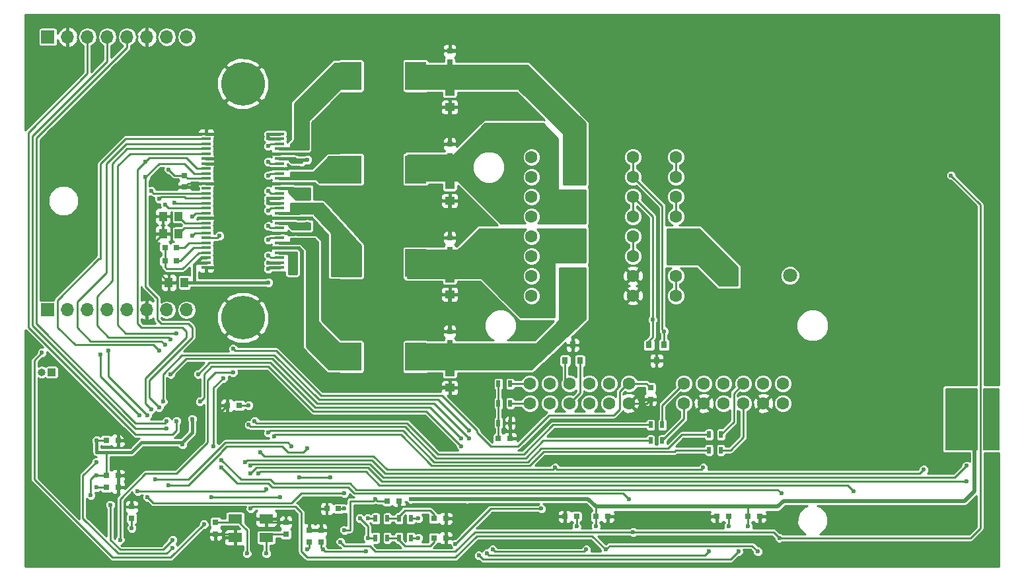
<source format=gbr>
G04 #@! TF.FileFunction,Copper,L2,Bot,Signal*
%FSLAX46Y46*%
G04 Gerber Fmt 4.6, Leading zero omitted, Abs format (unit mm)*
G04 Created by KiCad (PCBNEW 4.0.7-e2-6376~58~ubuntu16.04.1) date Mon Jun 18 09:55:01 2018*
%MOMM*%
%LPD*%
G01*
G04 APERTURE LIST*
%ADD10C,0.100000*%
%ADD11R,1.000000X1.250000*%
%ADD12R,0.750000X0.800000*%
%ADD13R,1.250000X1.000000*%
%ADD14R,0.800000X0.750000*%
%ADD15R,1.200000X0.400000*%
%ADD16R,2.700000X3.600000*%
%ADD17R,0.500000X0.900000*%
%ADD18R,1.000000X1.000000*%
%ADD19O,1.000000X1.000000*%
%ADD20R,0.800000X0.900000*%
%ADD21R,1.700000X1.700000*%
%ADD22O,1.700000X1.700000*%
%ADD23C,5.600000*%
%ADD24R,1.800000X1.200000*%
%ADD25C,1.600000*%
%ADD26C,1.800000*%
%ADD27C,0.600000*%
%ADD28C,0.400000*%
%ADD29C,0.500000*%
%ADD30C,0.250000*%
%ADD31C,1.000000*%
%ADD32C,0.200000*%
G04 APERTURE END LIST*
D10*
D11*
X94500000Y-85500000D03*
X92500000Y-85500000D03*
D12*
X94500000Y-73250000D03*
X94500000Y-71750000D03*
D11*
X93750000Y-79250000D03*
X91750000Y-79250000D03*
X93750000Y-77000000D03*
X91750000Y-77000000D03*
D13*
X128500000Y-61000000D03*
X128500000Y-63000000D03*
X128500000Y-73000000D03*
X128500000Y-75000000D03*
X128500000Y-85000000D03*
X128500000Y-87000000D03*
X128500000Y-97000000D03*
X128500000Y-99000000D03*
D12*
X128500000Y-55750000D03*
X128500000Y-57250000D03*
X128500000Y-67750000D03*
X128500000Y-69250000D03*
X128500000Y-79750000D03*
X128500000Y-81250000D03*
X128500000Y-91750000D03*
X128500000Y-93250000D03*
D14*
X86000000Y-111750000D03*
X84500000Y-111750000D03*
D12*
X154250000Y-100500000D03*
X154250000Y-99000000D03*
D14*
X86000000Y-105750000D03*
X84500000Y-105750000D03*
X86000000Y-110250000D03*
X84500000Y-110250000D03*
D12*
X87750000Y-114250000D03*
X87750000Y-115750000D03*
D14*
X100000000Y-101250000D03*
X101500000Y-101250000D03*
D12*
X98500000Y-117750000D03*
X98500000Y-116250000D03*
X107500000Y-116250000D03*
X107500000Y-117750000D03*
D14*
X112750000Y-114500000D03*
X114250000Y-114500000D03*
D12*
X110500000Y-117250000D03*
X110500000Y-118750000D03*
X112000000Y-117250000D03*
X112000000Y-118750000D03*
D14*
X128000000Y-115750000D03*
X126500000Y-115750000D03*
X128000000Y-118250000D03*
X126500000Y-118250000D03*
X122000000Y-113500000D03*
X120500000Y-113500000D03*
X136250000Y-105500000D03*
X134750000Y-105500000D03*
X162750000Y-115500000D03*
X164250000Y-115500000D03*
X143250000Y-115500000D03*
X144750000Y-115500000D03*
X168250000Y-115500000D03*
X166750000Y-115500000D03*
X148750000Y-115500000D03*
X147250000Y-115500000D03*
D15*
X97300000Y-83572500D03*
X97300000Y-82937500D03*
X97300000Y-82302500D03*
X97300000Y-81667500D03*
X97300000Y-81032500D03*
X97300000Y-80397500D03*
X97300000Y-79762500D03*
X97300000Y-79127500D03*
X97300000Y-78492500D03*
X97300000Y-77857500D03*
X97300000Y-77222500D03*
X97300000Y-76587500D03*
X97300000Y-75952500D03*
X97300000Y-75317500D03*
X97300000Y-74682500D03*
X97300000Y-74047500D03*
X97300000Y-73412500D03*
X97300000Y-72777500D03*
X97300000Y-72142500D03*
X97300000Y-71507500D03*
X97300000Y-70872500D03*
X97300000Y-70237500D03*
X97300000Y-69602500D03*
X97300000Y-68967500D03*
X97300000Y-68332500D03*
X97300000Y-67697500D03*
X97300000Y-67062500D03*
X97300000Y-66427500D03*
X106700000Y-66427500D03*
X106700000Y-67062500D03*
X106700000Y-67697500D03*
X106700000Y-68332500D03*
X106700000Y-68967500D03*
X106700000Y-69602500D03*
X106700000Y-70237500D03*
X106700000Y-70872500D03*
X106700000Y-71507500D03*
X106700000Y-72142500D03*
X106700000Y-72777500D03*
X106700000Y-73412500D03*
X106700000Y-74047500D03*
X106700000Y-74682500D03*
X106700000Y-75317500D03*
X106700000Y-75952500D03*
X106700000Y-76587500D03*
X106700000Y-77222500D03*
X106700000Y-77857500D03*
X106700000Y-78492500D03*
X106700000Y-79127500D03*
X106700000Y-79762500D03*
X106700000Y-80397500D03*
X106700000Y-81032500D03*
X106700000Y-81667500D03*
X106700000Y-82302500D03*
X106700000Y-82937500D03*
X106700000Y-83572500D03*
D16*
X115850000Y-59000000D03*
X124150000Y-59000000D03*
X115850000Y-71000000D03*
X124150000Y-71000000D03*
X115850000Y-83000000D03*
X124150000Y-83000000D03*
X115850000Y-95000000D03*
X124150000Y-95000000D03*
D17*
X155750000Y-105750000D03*
X154250000Y-105750000D03*
X155750000Y-103750000D03*
X154250000Y-103750000D03*
X163250000Y-107000000D03*
X161750000Y-107000000D03*
X163250000Y-105000000D03*
X161750000Y-105000000D03*
X119000000Y-115750000D03*
X120500000Y-115750000D03*
X119000000Y-118250000D03*
X120500000Y-118250000D03*
X122000000Y-115750000D03*
X123500000Y-115750000D03*
X122000000Y-118250000D03*
X123500000Y-118250000D03*
X134750000Y-98500000D03*
X136250000Y-98500000D03*
X134750000Y-101000000D03*
X136250000Y-101000000D03*
X136250000Y-103500000D03*
X134750000Y-103500000D03*
D18*
X77500000Y-97000000D03*
D19*
X76230000Y-97000000D03*
D20*
X154050000Y-93500000D03*
X155950000Y-93500000D03*
X155000000Y-95500000D03*
X145200000Y-95500000D03*
X143300000Y-95500000D03*
X144250000Y-93500000D03*
D21*
X77000000Y-89000000D03*
D22*
X79540000Y-89000000D03*
X82080000Y-89000000D03*
X84620000Y-89000000D03*
X87160000Y-89000000D03*
X89700000Y-89000000D03*
X92240000Y-89000000D03*
X94780000Y-89000000D03*
D21*
X77000000Y-54000000D03*
D22*
X79540000Y-54000000D03*
X82080000Y-54000000D03*
X84620000Y-54000000D03*
X87160000Y-54000000D03*
X89700000Y-54000000D03*
X92240000Y-54000000D03*
X94780000Y-54000000D03*
D23*
X102000000Y-90000000D03*
X102000000Y-60000000D03*
D24*
X101000000Y-115800000D03*
X105000000Y-115800000D03*
X105000000Y-118200000D03*
X101000000Y-118200000D03*
D25*
X138780000Y-98450000D03*
X141320000Y-98450000D03*
X143860000Y-98450000D03*
X146400000Y-98450000D03*
X148940000Y-98450000D03*
X151480000Y-98450000D03*
X138780000Y-100990000D03*
X141320000Y-100990000D03*
X143860000Y-100990000D03*
X146400000Y-100990000D03*
X148940000Y-100990000D03*
X151480000Y-100990000D03*
X158520000Y-98450000D03*
X161060000Y-98450000D03*
X163600000Y-98450000D03*
X166140000Y-98450000D03*
X168680000Y-98450000D03*
X171220000Y-98450000D03*
X158520000Y-100990000D03*
X161060000Y-100990000D03*
X163600000Y-100990000D03*
X166140000Y-100990000D03*
X168680000Y-100990000D03*
X171220000Y-100990000D03*
X138980000Y-69400000D03*
X138980000Y-74480000D03*
X138980000Y-79560000D03*
X138980000Y-84640000D03*
X144480000Y-69400000D03*
X144480000Y-74480000D03*
X144480000Y-79560000D03*
X144480000Y-84640000D03*
X151980000Y-69400000D03*
X151980000Y-74480000D03*
X151980000Y-79560000D03*
X151980000Y-84640000D03*
X157480000Y-69400000D03*
X157480000Y-74480000D03*
X157480000Y-79560000D03*
X157480000Y-84640000D03*
X138980000Y-71940000D03*
X138980000Y-77020000D03*
X138980000Y-82100000D03*
X138980000Y-87180000D03*
X144480000Y-71940000D03*
X144480000Y-77020000D03*
X144480000Y-82100000D03*
X144480000Y-87180000D03*
X151980000Y-71940000D03*
X151980000Y-77020000D03*
X151980000Y-82100000D03*
X151980000Y-87180000D03*
X157480000Y-71940000D03*
X157480000Y-77020000D03*
X157480000Y-82100000D03*
X157480000Y-87180000D03*
D26*
X164000000Y-84600000D03*
X172100000Y-84600000D03*
D14*
X92000000Y-82750000D03*
X93500000Y-82750000D03*
X92000000Y-81000000D03*
X93500000Y-81000000D03*
D27*
X105250000Y-85500000D03*
X105250000Y-67000000D03*
X105250000Y-66500000D03*
X105250000Y-75250000D03*
X105250000Y-74750000D03*
X105250000Y-83000000D03*
X105250000Y-83750000D03*
X160500000Y-91500000D03*
X162500000Y-91500000D03*
X164500000Y-91500000D03*
X166500000Y-91500000D03*
X168500000Y-91500000D03*
X170500000Y-91500000D03*
X192000000Y-92750000D03*
X99000000Y-66000000D03*
X99000000Y-68000000D03*
X99000000Y-70237500D03*
X99000000Y-72000000D03*
X99000000Y-74000000D03*
X99000000Y-76000000D03*
X99000000Y-78000000D03*
X99000000Y-82000000D03*
X99000000Y-84000000D03*
X115000000Y-89000000D03*
X125000000Y-89000000D03*
X123000000Y-89000000D03*
X121000000Y-89000000D03*
X119000000Y-89000000D03*
X117000000Y-89000000D03*
X125000000Y-77000000D03*
X115000000Y-77000000D03*
X117000000Y-77000000D03*
X119000000Y-77000000D03*
X121000000Y-77000000D03*
X123000000Y-77000000D03*
X125000000Y-65000000D03*
X115000000Y-65000000D03*
X117000000Y-65000000D03*
X119000000Y-65000000D03*
X121000000Y-65000000D03*
X123000000Y-65000000D03*
X117000000Y-117500000D03*
X130750000Y-120500000D03*
X140250000Y-118750000D03*
X105000000Y-100500000D03*
X134500000Y-55500000D03*
X130000000Y-55750000D03*
X125750000Y-99000000D03*
X197500000Y-116000000D03*
X195500000Y-116000000D03*
X102500000Y-116000000D03*
X169750000Y-115500000D03*
X94500000Y-117500000D03*
X119000000Y-114250000D03*
X129000000Y-117000000D03*
X99250000Y-102000000D03*
X77950000Y-102550000D03*
X80750000Y-99250000D03*
X149500000Y-84500000D03*
X149500000Y-87250000D03*
X89750000Y-119000000D03*
X79000000Y-119750000D03*
X79000000Y-116500000D03*
X87750000Y-113000000D03*
X111750000Y-114500000D03*
X87000000Y-110250000D03*
X112000000Y-116250000D03*
X110500000Y-116250000D03*
X87000000Y-105750000D03*
X143250000Y-116750000D03*
X162750000Y-116750000D03*
X123500000Y-113250000D03*
X198000000Y-100000000D03*
X198000000Y-101500000D03*
X198000000Y-106000000D03*
X198000000Y-104500000D03*
X198000000Y-103000000D03*
X82500000Y-112750000D03*
X94250000Y-106250000D03*
X95500000Y-103000000D03*
X130750000Y-113250000D03*
X194000000Y-103000000D03*
X193000000Y-103000000D03*
X102750000Y-101250000D03*
X87750000Y-117000000D03*
X92500000Y-71000000D03*
X83250000Y-110250000D03*
X83250000Y-105750000D03*
X147250000Y-116750000D03*
X166750000Y-116750000D03*
X95500000Y-79500000D03*
X99000000Y-79500000D03*
X105250000Y-68000000D03*
X108750000Y-68000000D03*
X105250000Y-70000000D03*
X109500000Y-70000000D03*
X110250000Y-69750000D03*
X108750000Y-69750000D03*
X105250000Y-71750000D03*
X108750000Y-71750000D03*
X105250000Y-73750000D03*
X109500000Y-74500000D03*
X110250000Y-73750000D03*
X108750000Y-73750000D03*
X105250000Y-76250000D03*
X108750000Y-76250000D03*
X105250000Y-78250000D03*
X109500000Y-78500000D03*
X110250000Y-78000000D03*
X108750000Y-78000000D03*
X105250000Y-80000000D03*
X108750000Y-80000000D03*
X105250000Y-82000000D03*
X108750000Y-82750000D03*
X108750000Y-84000000D03*
X108750000Y-81750000D03*
X83250000Y-111750000D03*
X86250000Y-118500000D03*
X100750000Y-97000000D03*
X100750000Y-94000000D03*
X144750000Y-116750000D03*
X164250000Y-116750000D03*
X102500000Y-120250000D03*
X105000000Y-120250000D03*
X115000000Y-114500000D03*
X110250000Y-119750000D03*
X117750000Y-120000000D03*
X112250000Y-119750000D03*
X113250000Y-110500000D03*
X109250000Y-110500000D03*
X115000000Y-117250000D03*
X119000000Y-113250000D03*
X140250000Y-114500000D03*
X129250000Y-119000000D03*
X98250000Y-106500000D03*
X99500000Y-97750000D03*
X95500000Y-77000000D03*
X92000000Y-75500000D03*
X93250000Y-75250000D03*
X91250000Y-74750000D03*
X90250000Y-73750000D03*
X91250000Y-101500000D03*
X89500000Y-72000000D03*
X90250000Y-101750000D03*
X89500000Y-70000000D03*
X93500000Y-92000000D03*
X92750000Y-92750000D03*
X92000000Y-93500000D03*
X91250000Y-94250000D03*
X93000000Y-119500000D03*
X83250000Y-108500000D03*
X88750000Y-102500000D03*
X83750000Y-94750000D03*
X84750000Y-94250000D03*
X89750000Y-102500000D03*
X105000000Y-112000000D03*
X88500000Y-112250000D03*
X85000000Y-114000000D03*
X93000000Y-118500000D03*
X115000000Y-112500000D03*
X89750000Y-113000000D03*
X108250000Y-106500000D03*
X90750000Y-110750000D03*
X110250000Y-106750000D03*
X92500000Y-111500000D03*
X76250000Y-94500000D03*
X97000000Y-116500000D03*
X106750000Y-113000000D03*
X98000000Y-113000000D03*
X106000000Y-105250000D03*
X105250000Y-104750000D03*
X194750000Y-111000000D03*
X103000000Y-110000000D03*
X103000000Y-109000000D03*
X194750000Y-109000000D03*
X180250000Y-112250000D03*
X104000000Y-110000000D03*
X189250000Y-109500000D03*
X102250000Y-108500000D03*
X92250000Y-104250000D03*
X92250000Y-103250000D03*
X102750000Y-103750000D03*
X103500000Y-103250000D03*
X96500000Y-100750000D03*
X130000000Y-106500000D03*
X165500000Y-120000000D03*
X132250000Y-120500000D03*
X96250000Y-97250000D03*
X130000000Y-105500000D03*
X161750000Y-120000000D03*
X133250000Y-120250000D03*
X103000000Y-114500000D03*
X148500000Y-119750000D03*
X168000000Y-120000000D03*
X104250000Y-107250000D03*
X142000000Y-109250000D03*
X161000000Y-109250000D03*
X171000000Y-112500000D03*
X99250000Y-108250000D03*
X151500000Y-113250000D03*
X99250000Y-109250000D03*
X93500000Y-103250000D03*
X146000000Y-119750000D03*
X134000000Y-119750000D03*
X131000000Y-105500000D03*
X92750000Y-97250000D03*
X131000000Y-104500000D03*
X91750000Y-100750000D03*
X192750000Y-71750000D03*
X170750000Y-118250000D03*
X152000000Y-117500000D03*
X114500000Y-118750000D03*
X118000000Y-115750000D03*
X117000000Y-115750000D03*
X118000000Y-118250000D03*
X124500000Y-115750000D03*
X124500000Y-118250000D03*
X156000000Y-91750000D03*
X154500000Y-90250000D03*
D28*
X95750000Y-85500000D02*
X105250000Y-85500000D01*
X97300000Y-82937500D02*
X96062500Y-82937500D01*
X96062500Y-82937500D02*
X95750000Y-83250000D01*
X97300000Y-82302500D02*
X96697500Y-82302500D01*
X95750000Y-85500000D02*
X94500000Y-85500000D01*
X95750000Y-83250000D02*
X95750000Y-85500000D01*
X96697500Y-82302500D02*
X95750000Y-83250000D01*
X106700000Y-66427500D02*
X105322500Y-66427500D01*
X105312500Y-67062500D02*
X106700000Y-67062500D01*
X105250000Y-67000000D02*
X105312500Y-67062500D01*
X105322500Y-66427500D02*
X105250000Y-66500000D01*
X106700000Y-74682500D02*
X105317500Y-74682500D01*
X105317500Y-75317500D02*
X106700000Y-75317500D01*
X105250000Y-75250000D02*
X105317500Y-75317500D01*
X105317500Y-74682500D02*
X105250000Y-74750000D01*
X106700000Y-82937500D02*
X105312500Y-82937500D01*
X105312500Y-82937500D02*
X105250000Y-83000000D01*
X105427500Y-83572500D02*
X106700000Y-83572500D01*
X105250000Y-83750000D02*
X105427500Y-83572500D01*
D29*
X164500000Y-91500000D02*
X162500000Y-91500000D01*
X168500000Y-91500000D02*
X166500000Y-91500000D01*
X173250000Y-94250000D02*
X170500000Y-91500000D01*
X190500000Y-94250000D02*
X173250000Y-94250000D01*
X192000000Y-92750000D02*
X190500000Y-94250000D01*
D28*
X99000000Y-83572500D02*
X99000000Y-84000000D01*
X99000000Y-68000000D02*
X99000000Y-66000000D01*
X99000000Y-72000000D02*
X99000000Y-70237500D01*
X99000000Y-76000000D02*
X99000000Y-74000000D01*
X100000000Y-79000000D02*
X99000000Y-78000000D01*
X100000000Y-81000000D02*
X100000000Y-79000000D01*
X99000000Y-82000000D02*
X100000000Y-81000000D01*
D30*
X125000000Y-89000000D02*
X123000000Y-89000000D01*
X121000000Y-89000000D02*
X119000000Y-89000000D01*
X115000000Y-89000000D02*
X117000000Y-89000000D01*
X115000000Y-77000000D02*
X117000000Y-77000000D01*
X121000000Y-77000000D02*
X119000000Y-77000000D01*
X123000000Y-77000000D02*
X125000000Y-77000000D01*
X115000000Y-65000000D02*
X117000000Y-65000000D01*
X121000000Y-65000000D02*
X119000000Y-65000000D01*
X123000000Y-65000000D02*
X125000000Y-65000000D01*
X139500000Y-119000000D02*
X140000000Y-119000000D01*
X132250000Y-119000000D02*
X139500000Y-119000000D01*
X130750000Y-120500000D02*
X132250000Y-119000000D01*
X140000000Y-119000000D02*
X140250000Y-118750000D01*
X122000000Y-113500000D02*
X122000000Y-114250000D01*
X128000000Y-114250000D02*
X122000000Y-114250000D01*
X128000000Y-114250000D02*
X128000000Y-115750000D01*
D29*
X130000000Y-55750000D02*
X128500000Y-55750000D01*
X125750000Y-99000000D02*
X128500000Y-99000000D01*
D30*
X168250000Y-115500000D02*
X169750000Y-115500000D01*
X129000000Y-117000000D02*
X128000000Y-117000000D01*
X99250000Y-102000000D02*
X100000000Y-101250000D01*
X80750000Y-99250000D02*
X80750000Y-99750000D01*
X80750000Y-99750000D02*
X77950000Y-102550000D01*
X87000000Y-105750000D02*
X87000000Y-105500000D01*
X87000000Y-105500000D02*
X80750000Y-99250000D01*
D31*
X149500000Y-87250000D02*
X149500000Y-84500000D01*
D30*
X89700000Y-89000000D02*
X89700000Y-88300000D01*
X92500000Y-85500000D02*
X90750000Y-83750000D01*
X90750000Y-80250000D02*
X91750000Y-79250000D01*
X90750000Y-83750000D02*
X90750000Y-80250000D01*
D28*
X97300000Y-77222500D02*
X100000000Y-77222500D01*
X100000000Y-77222500D02*
X100000000Y-77250000D01*
D30*
X86000000Y-111750000D02*
X86000000Y-110250000D01*
X88500000Y-113000000D02*
X87750000Y-113000000D01*
X89000000Y-113500000D02*
X88500000Y-113000000D01*
X89000000Y-118250000D02*
X89000000Y-113500000D01*
X89750000Y-119000000D02*
X89000000Y-118250000D01*
X79000000Y-119750000D02*
X79000000Y-116500000D01*
D28*
X106700000Y-70872500D02*
X104000000Y-70872500D01*
X104000000Y-70872500D02*
X104000000Y-70750000D01*
X97300000Y-70237500D02*
X100000000Y-70237500D01*
X100000000Y-70237500D02*
X100000000Y-70250000D01*
X97300000Y-69602500D02*
X100000000Y-69602500D01*
X100000000Y-69602500D02*
X100000000Y-69750000D01*
X106700000Y-81032500D02*
X104000000Y-81032500D01*
X104000000Y-81032500D02*
X104000000Y-81000000D01*
X106700000Y-79127500D02*
X104000000Y-79127500D01*
X104000000Y-79127500D02*
X104000000Y-79250000D01*
X106700000Y-77222500D02*
X104000000Y-77222500D01*
X104000000Y-77222500D02*
X104000000Y-77250000D01*
X106700000Y-72777500D02*
X104000000Y-72777500D01*
X104000000Y-72777500D02*
X104000000Y-72750000D01*
X106700000Y-68967500D02*
X104000000Y-68967500D01*
X104000000Y-68967500D02*
X104000000Y-69000000D01*
X99927500Y-66427500D02*
X103927500Y-66427500D01*
X103927500Y-83572500D02*
X99927500Y-83572500D01*
X104000000Y-83500000D02*
X103927500Y-83572500D01*
X104000000Y-66500000D02*
X104000000Y-69000000D01*
X104000000Y-69000000D02*
X104000000Y-70750000D01*
X104000000Y-70750000D02*
X104000000Y-72750000D01*
X104000000Y-72750000D02*
X104000000Y-77250000D01*
X104000000Y-77250000D02*
X104000000Y-79250000D01*
X104000000Y-79250000D02*
X104000000Y-81000000D01*
X104000000Y-81000000D02*
X104000000Y-83500000D01*
X103927500Y-66427500D02*
X104000000Y-66500000D01*
X97300000Y-72777500D02*
X100000000Y-72777500D01*
X100000000Y-72777500D02*
X100000000Y-72750000D01*
X97300000Y-83572500D02*
X99000000Y-83572500D01*
X99000000Y-83572500D02*
X99927500Y-83572500D01*
X99927500Y-83572500D02*
X100000000Y-83500000D01*
X100000000Y-83500000D02*
X100000000Y-77250000D01*
X100000000Y-77250000D02*
X100000000Y-72750000D01*
X99927500Y-66427500D02*
X97300000Y-66427500D01*
X100000000Y-72750000D02*
X100000000Y-70250000D01*
X100000000Y-70250000D02*
X100000000Y-69750000D01*
X100000000Y-69750000D02*
X100000000Y-66500000D01*
X100000000Y-66500000D02*
X99927500Y-66427500D01*
D30*
X87750000Y-113000000D02*
X87750000Y-114250000D01*
X128000000Y-118250000D02*
X128000000Y-117000000D01*
X128000000Y-117000000D02*
X128000000Y-115750000D01*
X98500000Y-117750000D02*
X100550000Y-117750000D01*
X100550000Y-117750000D02*
X101000000Y-118200000D01*
X119500000Y-77000000D02*
X119500000Y-65000000D01*
X119500000Y-65000000D02*
X128750000Y-65000000D01*
X128500000Y-89250000D02*
X119500000Y-89250000D01*
X119500000Y-77000000D02*
X128500000Y-77000000D01*
X119500000Y-89250000D02*
X119500000Y-77000000D01*
X149500000Y-93500000D02*
X149500000Y-89660000D01*
X149500000Y-89660000D02*
X151980000Y-87180000D01*
X155000000Y-95500000D02*
X151500000Y-95500000D01*
X149500000Y-93500000D02*
X144250000Y-93500000D01*
X151500000Y-95500000D02*
X149500000Y-93500000D01*
X151480000Y-100990000D02*
X153760000Y-100990000D01*
X153760000Y-100990000D02*
X154250000Y-100500000D01*
D29*
X128500000Y-87000000D02*
X128500000Y-89250000D01*
X128500000Y-89250000D02*
X128500000Y-91750000D01*
X128500000Y-79750000D02*
X128500000Y-77000000D01*
X128500000Y-77000000D02*
X128500000Y-75000000D01*
X128500000Y-63000000D02*
X128500000Y-67750000D01*
D30*
X112750000Y-114500000D02*
X111750000Y-114500000D01*
X87000000Y-110250000D02*
X86000000Y-110250000D01*
X112000000Y-117250000D02*
X112000000Y-116250000D01*
X110500000Y-117250000D02*
X110500000Y-116250000D01*
X107500000Y-116250000D02*
X105450000Y-116250000D01*
X105450000Y-116250000D02*
X105000000Y-115800000D01*
X91750000Y-79250000D02*
X91750000Y-77000000D01*
X97300000Y-72777500D02*
X94972500Y-72777500D01*
X94972500Y-72777500D02*
X94500000Y-73250000D01*
X87000000Y-105750000D02*
X86000000Y-105750000D01*
X143250000Y-116750000D02*
X143250000Y-115500000D01*
X162750000Y-116750000D02*
X162750000Y-115500000D01*
X136250000Y-103500000D02*
X136250000Y-105500000D01*
X198000000Y-101500000D02*
X198000000Y-100000000D01*
X198000000Y-103000000D02*
X198000000Y-104500000D01*
X84500000Y-110250000D02*
X84500000Y-107250000D01*
X83250000Y-110250000D02*
X83000000Y-110250000D01*
X82500000Y-110750000D02*
X83000000Y-110250000D01*
X82500000Y-110750000D02*
X82500000Y-112750000D01*
X94250000Y-106250000D02*
X94000000Y-106000000D01*
D28*
X95500000Y-103000000D02*
X95500000Y-104750000D01*
X95500000Y-104750000D02*
X94250000Y-106000000D01*
X94250000Y-106000000D02*
X94000000Y-106000000D01*
X87750000Y-107250000D02*
X84500000Y-107250000D01*
X89000000Y-106000000D02*
X87750000Y-107250000D01*
X94000000Y-106000000D02*
X89000000Y-106000000D01*
X84500000Y-107250000D02*
X83250000Y-107250000D01*
X83250000Y-105750000D02*
X83250000Y-107250000D01*
D29*
X170500000Y-114250000D02*
X171250000Y-113500000D01*
X166750000Y-114250000D02*
X170500000Y-114250000D01*
X195000000Y-103000000D02*
X194000000Y-103000000D01*
X194000000Y-103000000D02*
X193000000Y-103000000D01*
X195750000Y-103750000D02*
X195000000Y-103000000D01*
X195750000Y-112250000D02*
X195750000Y-103750000D01*
X194500000Y-113500000D02*
X195750000Y-112250000D01*
X171250000Y-113500000D02*
X194500000Y-113500000D01*
D30*
X102750000Y-101250000D02*
X101500000Y-101250000D01*
X87750000Y-117000000D02*
X87750000Y-115750000D01*
D29*
X132000000Y-113250000D02*
X146250000Y-113250000D01*
X146250000Y-113250000D02*
X147250000Y-114250000D01*
X123500000Y-113250000D02*
X130750000Y-113250000D01*
X130750000Y-113250000D02*
X132000000Y-113250000D01*
D30*
X166750000Y-115500000D02*
X166750000Y-114250000D01*
X166750000Y-114250000D02*
X166750000Y-114500000D01*
X166750000Y-114500000D02*
X166750000Y-114250000D01*
X147250000Y-115500000D02*
X147250000Y-114250000D01*
D29*
X166750000Y-114250000D02*
X147250000Y-114250000D01*
D30*
X94500000Y-71750000D02*
X93250000Y-71750000D01*
X93250000Y-71750000D02*
X92500000Y-71000000D01*
X83250000Y-110250000D02*
X84500000Y-110250000D01*
X97300000Y-72142500D02*
X94892500Y-72142500D01*
X94892500Y-72142500D02*
X94500000Y-71750000D01*
X83250000Y-105750000D02*
X84500000Y-105750000D01*
X147250000Y-116750000D02*
X147250000Y-115500000D01*
X166750000Y-116750000D02*
X166750000Y-115500000D01*
X97300000Y-81032500D02*
X95717500Y-81032500D01*
X94000000Y-82750000D02*
X93500000Y-82750000D01*
X95717500Y-81032500D02*
X94000000Y-82750000D01*
X92000000Y-82750000D02*
X92000000Y-81000000D01*
X97300000Y-81667500D02*
X96332500Y-81667500D01*
X92000000Y-83500000D02*
X92000000Y-82750000D01*
X92250000Y-83750000D02*
X92000000Y-83500000D01*
X94250000Y-83750000D02*
X92250000Y-83750000D01*
X96332500Y-81667500D02*
X94250000Y-83750000D01*
X97300000Y-80397500D02*
X95102500Y-80397500D01*
X94500000Y-81000000D02*
X93500000Y-81000000D01*
X95102500Y-80397500D02*
X94500000Y-81000000D01*
X97300000Y-79127500D02*
X95872500Y-79127500D01*
X95872500Y-79127500D02*
X95500000Y-79500000D01*
X97300000Y-79762500D02*
X98737500Y-79762500D01*
X98737500Y-79762500D02*
X99000000Y-79500000D01*
X97300000Y-78492500D02*
X94507500Y-78492500D01*
X94507500Y-78492500D02*
X93750000Y-79250000D01*
X97300000Y-77857500D02*
X94607500Y-77857500D01*
X94607500Y-77857500D02*
X93750000Y-77000000D01*
X106700000Y-67697500D02*
X105552500Y-67697500D01*
X105552500Y-67697500D02*
X105250000Y-68000000D01*
X108750000Y-68000000D02*
X108750000Y-68332500D01*
D28*
X106700000Y-68332500D02*
X108750000Y-68332500D01*
X108750000Y-68332500D02*
X109667500Y-68332500D01*
X110250000Y-64600000D02*
X115850000Y-59000000D01*
X110250000Y-67750000D02*
X110250000Y-64600000D01*
X109667500Y-68332500D02*
X110250000Y-67750000D01*
D30*
X106700000Y-70237500D02*
X105487500Y-70237500D01*
X105487500Y-70237500D02*
X105250000Y-70000000D01*
D28*
X106700000Y-69602500D02*
X107852500Y-69602500D01*
X107852500Y-69602500D02*
X108250000Y-70000000D01*
X108250000Y-70000000D02*
X109500000Y-70000000D01*
X106700000Y-69602500D02*
X108602500Y-69602500D01*
X108602500Y-69602500D02*
X108750000Y-69750000D01*
X108750000Y-69750000D02*
X110250000Y-69750000D01*
D30*
X106700000Y-71507500D02*
X105492500Y-71507500D01*
X105492500Y-71507500D02*
X105250000Y-71750000D01*
X108750000Y-71750000D02*
X108750000Y-72142500D01*
X108750000Y-72142500D02*
X108750000Y-72000000D01*
X108750000Y-72000000D02*
X108750000Y-72142500D01*
D28*
X106700000Y-72142500D02*
X108750000Y-72142500D01*
X108750000Y-72142500D02*
X108750000Y-72142500D01*
X108750000Y-72142500D02*
X114707500Y-72142500D01*
X114707500Y-72142500D02*
X115850000Y-71000000D01*
D30*
X106700000Y-74047500D02*
X105547500Y-74047500D01*
X105547500Y-74047500D02*
X105250000Y-73750000D01*
D28*
X106700000Y-73412500D02*
X108412500Y-73412500D01*
X108412500Y-73412500D02*
X108750000Y-73750000D01*
X106700000Y-73412500D02*
X107912500Y-73412500D01*
X108750000Y-74500000D02*
X109500000Y-74500000D01*
X107912500Y-73412500D02*
X108750000Y-74500000D01*
X108750000Y-73750000D02*
X110250000Y-73750000D01*
X108662500Y-73662500D02*
X108750000Y-73750000D01*
D30*
X106700000Y-75952500D02*
X105547500Y-75952500D01*
X105547500Y-75952500D02*
X105250000Y-76250000D01*
X108750000Y-76250000D02*
X108750000Y-76587500D01*
D28*
X108750000Y-76587500D02*
X109162500Y-76587500D01*
X115850000Y-80600000D02*
X115850000Y-83000000D01*
X111750000Y-76500000D02*
X115850000Y-80600000D01*
X109250000Y-76500000D02*
X111750000Y-76500000D01*
X109162500Y-76587500D02*
X109250000Y-76500000D01*
X106700000Y-76587500D02*
X108750000Y-76587500D01*
D30*
X106700000Y-78492500D02*
X105492500Y-78492500D01*
X105492500Y-78492500D02*
X105250000Y-78250000D01*
D28*
X106700000Y-77857500D02*
X107857500Y-77857500D01*
X108500000Y-78500000D02*
X109500000Y-78500000D01*
X107857500Y-77857500D02*
X108500000Y-78500000D01*
X108750000Y-78000000D02*
X110250000Y-78000000D01*
X106700000Y-77857500D02*
X108607500Y-77857500D01*
X108607500Y-77857500D02*
X108750000Y-78000000D01*
D30*
X106700000Y-79762500D02*
X105487500Y-79762500D01*
X105487500Y-79762500D02*
X105250000Y-80000000D01*
X108750000Y-80000000D02*
X108750000Y-80397500D01*
X108750000Y-80397500D02*
X108750000Y-80250000D01*
X108750000Y-80250000D02*
X108750000Y-80397500D01*
D28*
X106700000Y-80397500D02*
X108750000Y-80397500D01*
X108750000Y-80397500D02*
X108750000Y-80397500D01*
X108750000Y-80397500D02*
X109897500Y-80397500D01*
X110500000Y-89650000D02*
X115850000Y-95000000D01*
X110500000Y-81000000D02*
X110500000Y-89650000D01*
X109897500Y-80397500D02*
X110500000Y-81000000D01*
D30*
X106700000Y-82302500D02*
X105552500Y-82302500D01*
X105552500Y-82302500D02*
X105250000Y-82000000D01*
D28*
X106700000Y-81667500D02*
X107667500Y-81667500D01*
X107667500Y-81667500D02*
X108750000Y-82750000D01*
X108750000Y-82750000D02*
X108750000Y-81750000D01*
X108750000Y-83000000D02*
X108750000Y-84000000D01*
X108750000Y-82750000D02*
X108750000Y-83000000D01*
X106700000Y-81667500D02*
X108667500Y-81667500D01*
X108667500Y-81667500D02*
X108750000Y-81750000D01*
D29*
X128500000Y-57250000D02*
X128500000Y-59000000D01*
X128500000Y-61000000D02*
X128500000Y-59000000D01*
X128500000Y-59000000D02*
X128500000Y-59250000D01*
X128500000Y-59250000D02*
X128500000Y-59000000D01*
D31*
X124150000Y-59000000D02*
X128500000Y-59000000D01*
X128500000Y-59000000D02*
X137500000Y-59000000D01*
X144480000Y-65980000D02*
X144480000Y-69400000D01*
X137500000Y-59000000D02*
X144480000Y-65980000D01*
X144480000Y-71940000D02*
X144480000Y-69400000D01*
D29*
X128500000Y-69250000D02*
X128500000Y-71000000D01*
X128500000Y-73000000D02*
X128500000Y-71000000D01*
X128500000Y-71000000D02*
X129000000Y-71000000D01*
D31*
X124150000Y-71000000D02*
X129000000Y-71000000D01*
X141500000Y-74040000D02*
X144480000Y-77020000D01*
X141500000Y-67000000D02*
X141500000Y-74040000D01*
X140000000Y-65500000D02*
X141500000Y-67000000D01*
X134500000Y-65500000D02*
X140000000Y-65500000D01*
X129000000Y-71000000D02*
X134500000Y-65500000D01*
X144480000Y-77020000D02*
X144480000Y-74480000D01*
D29*
X128500000Y-81250000D02*
X128500000Y-83000000D01*
X128500000Y-85000000D02*
X128500000Y-83000000D01*
X128750000Y-83250000D02*
X128750000Y-83000000D01*
X128500000Y-83000000D02*
X128750000Y-83250000D01*
D31*
X124150000Y-83000000D02*
X128750000Y-83000000D01*
X128750000Y-83000000D02*
X131250000Y-83000000D01*
X141500000Y-82290000D02*
X144480000Y-79560000D01*
X141500000Y-88750000D02*
X141500000Y-82290000D01*
X140500000Y-89500000D02*
X141500000Y-88750000D01*
X138250000Y-89500000D02*
X140500000Y-89500000D01*
X131250000Y-83000000D02*
X138250000Y-89500000D01*
X144480000Y-82100000D02*
X144480000Y-79560000D01*
D29*
X128500000Y-93250000D02*
X128500000Y-95000000D01*
X128500000Y-97000000D02*
X128500000Y-95000000D01*
X128500000Y-95000000D02*
X128500000Y-95250000D01*
X128500000Y-95250000D02*
X128500000Y-95000000D01*
D31*
X124150000Y-95000000D02*
X128500000Y-95000000D01*
X128500000Y-95000000D02*
X139500000Y-95000000D01*
X144480000Y-90020000D02*
X144480000Y-87180000D01*
X139500000Y-95000000D02*
X144480000Y-90020000D01*
X144480000Y-87180000D02*
X144480000Y-84640000D01*
D30*
X83250000Y-111750000D02*
X84500000Y-111750000D01*
X101000000Y-94250000D02*
X100750000Y-94000000D01*
X150250000Y-99500000D02*
X150250000Y-101750000D01*
X150250000Y-101750000D02*
X149500000Y-102500000D01*
X149500000Y-102500000D02*
X141250000Y-102500000D01*
X141250000Y-102500000D02*
X137250000Y-106500000D01*
X137250000Y-106500000D02*
X133750000Y-106500000D01*
X133750000Y-106500000D02*
X132000000Y-104750000D01*
X132000000Y-104750000D02*
X132000000Y-104500000D01*
X132000000Y-104500000D02*
X127500000Y-100000000D01*
X127500000Y-100000000D02*
X112000000Y-100000000D01*
X112000000Y-100000000D02*
X106250000Y-94250000D01*
X106250000Y-94250000D02*
X101000000Y-94250000D01*
X151300000Y-98450000D02*
X150250000Y-99500000D01*
X86250000Y-113250000D02*
X86250000Y-118500000D01*
X89500000Y-110000000D02*
X86250000Y-113250000D01*
X93500000Y-110000000D02*
X89500000Y-110000000D01*
X97500000Y-106000000D02*
X93500000Y-110000000D01*
X97500000Y-98000000D02*
X97500000Y-106000000D01*
X98500000Y-97000000D02*
X97500000Y-98000000D01*
X100750000Y-97000000D02*
X98500000Y-97000000D01*
X151480000Y-98450000D02*
X151300000Y-98450000D01*
X151480000Y-98450000D02*
X153700000Y-98450000D01*
X153700000Y-98450000D02*
X154250000Y-99000000D01*
X144750000Y-116750000D02*
X144750000Y-115500000D01*
X164250000Y-116750000D02*
X164250000Y-115500000D01*
X102500000Y-117250000D02*
X101050000Y-115800000D01*
X102500000Y-117500000D02*
X102500000Y-117250000D01*
X102500000Y-120250000D02*
X102500000Y-117500000D01*
X101050000Y-115800000D02*
X101000000Y-115800000D01*
X98500000Y-116250000D02*
X100550000Y-116250000D01*
X100550000Y-116250000D02*
X101000000Y-115800000D01*
X105000000Y-120250000D02*
X105000000Y-118200000D01*
X107500000Y-117750000D02*
X105450000Y-117750000D01*
X105450000Y-117750000D02*
X105000000Y-118200000D01*
X114250000Y-114500000D02*
X115000000Y-114500000D01*
X110500000Y-119500000D02*
X110500000Y-118750000D01*
X110250000Y-119750000D02*
X110500000Y-119500000D01*
X112000000Y-118750000D02*
X112000000Y-119500000D01*
X112000000Y-119500000D02*
X112250000Y-119750000D01*
X117750000Y-120000000D02*
X112500000Y-120000000D01*
X112500000Y-120000000D02*
X112250000Y-119750000D01*
X122000000Y-115750000D02*
X122000000Y-115500000D01*
X122000000Y-115500000D02*
X122750000Y-114750000D01*
X126500000Y-115250000D02*
X126500000Y-115750000D01*
X126000000Y-114750000D02*
X126500000Y-115250000D01*
X122750000Y-114750000D02*
X126000000Y-114750000D01*
X122000000Y-115750000D02*
X120500000Y-115750000D01*
X122000000Y-118250000D02*
X122000000Y-118500000D01*
X122000000Y-118500000D02*
X122750000Y-119250000D01*
X126500000Y-118750000D02*
X126500000Y-118250000D01*
X126000000Y-119250000D02*
X126500000Y-118750000D01*
X122750000Y-119250000D02*
X126000000Y-119250000D01*
X122000000Y-118250000D02*
X120500000Y-118250000D01*
X109250000Y-110500000D02*
X113250000Y-110500000D01*
X115750000Y-113500000D02*
X118750000Y-113500000D01*
X115750000Y-113500000D02*
X115750000Y-117000000D01*
X115750000Y-117000000D02*
X115750000Y-117250000D01*
X115750000Y-117250000D02*
X115000000Y-117250000D01*
X118750000Y-113500000D02*
X119000000Y-113250000D01*
X119750000Y-113500000D02*
X119250000Y-113500000D01*
X119250000Y-113500000D02*
X119000000Y-113250000D01*
X120500000Y-113500000D02*
X119750000Y-113500000D01*
X138780000Y-98450000D02*
X136300000Y-98450000D01*
X136300000Y-98450000D02*
X136250000Y-98500000D01*
X138780000Y-100990000D02*
X136260000Y-100990000D01*
X136260000Y-100990000D02*
X136250000Y-101000000D01*
X134750000Y-103500000D02*
X134750000Y-105500000D01*
X134750000Y-101000000D02*
X134750000Y-103500000D01*
X134750000Y-98500000D02*
X134750000Y-101000000D01*
X133750000Y-114500000D02*
X140250000Y-114500000D01*
X129250000Y-119000000D02*
X133750000Y-114500000D01*
X97300000Y-76587500D02*
X95912500Y-76587500D01*
X98250000Y-99000000D02*
X98250000Y-106500000D01*
X99500000Y-97750000D02*
X98250000Y-99000000D01*
X95912500Y-76587500D02*
X95500000Y-77000000D01*
X92452500Y-75952500D02*
X97300000Y-75952500D01*
X92000000Y-75500000D02*
X92452500Y-75952500D01*
X93317500Y-75317500D02*
X97300000Y-75317500D01*
X93250000Y-75250000D02*
X93317500Y-75317500D01*
X94682500Y-74682500D02*
X97300000Y-74682500D01*
X94497502Y-74497502D02*
X94682500Y-74682500D01*
X91502498Y-74497502D02*
X94497502Y-74497502D01*
X91250000Y-74750000D02*
X91502498Y-74497502D01*
X90547500Y-74047500D02*
X97300000Y-74047500D01*
X90250000Y-73750000D02*
X90547500Y-74047500D01*
X91000000Y-90250000D02*
X91500000Y-90750000D01*
X89500000Y-86000000D02*
X91000000Y-87500000D01*
X91000000Y-87500000D02*
X91000000Y-90250000D01*
X89500000Y-86000000D02*
X89500000Y-72000000D01*
X91500000Y-90750000D02*
X94500000Y-90750000D01*
X95000000Y-90750000D02*
X94500000Y-90750000D01*
X95500000Y-91250000D02*
X95000000Y-90750000D01*
X95500000Y-92500000D02*
X95500000Y-91250000D01*
X90000000Y-98000000D02*
X95500000Y-92500000D01*
X90000000Y-100250000D02*
X90000000Y-98000000D01*
X91250000Y-101500000D02*
X90000000Y-100250000D01*
X97300000Y-71507500D02*
X95757500Y-71507500D01*
X91250000Y-70250000D02*
X89500000Y-72000000D01*
X94500000Y-70250000D02*
X91250000Y-70250000D01*
X95757500Y-71507500D02*
X94500000Y-70250000D01*
X88500000Y-90250000D02*
X88500000Y-90750000D01*
X88500000Y-71000000D02*
X88500000Y-90250000D01*
X88500000Y-71000000D02*
X89500000Y-70000000D01*
X89000000Y-91250000D02*
X94250000Y-91250000D01*
X88500000Y-90750000D02*
X89000000Y-91250000D01*
X94750000Y-91750000D02*
X94250000Y-91250000D01*
X94750000Y-92500000D02*
X94750000Y-91750000D01*
X89500000Y-97750000D02*
X94750000Y-92500000D01*
X89500000Y-101000000D02*
X89500000Y-97750000D01*
X90250000Y-101750000D02*
X89500000Y-101000000D01*
X97300000Y-70872500D02*
X96122500Y-70872500D01*
X90000000Y-69500000D02*
X89500000Y-70000000D01*
X94750000Y-69500000D02*
X90000000Y-69500000D01*
X96122500Y-70872500D02*
X94750000Y-69500000D01*
X85950000Y-90950000D02*
X87000000Y-92000000D01*
X87000000Y-92000000D02*
X93500000Y-92000000D01*
X85950000Y-90950000D02*
X85950000Y-90250000D01*
X97300000Y-68967500D02*
X87532500Y-68967500D01*
X85950000Y-70500000D02*
X85950000Y-90250000D01*
X85950000Y-90250000D02*
X85950000Y-90350000D01*
X87532500Y-68967500D02*
X85950000Y-70500000D01*
X83300000Y-91000000D02*
X83300000Y-91050000D01*
X83300000Y-91050000D02*
X84750000Y-92500000D01*
X92500000Y-92500000D02*
X92750000Y-92750000D01*
X84750000Y-92500000D02*
X92500000Y-92500000D01*
X83300000Y-91000000D02*
X83300000Y-90250000D01*
X85250000Y-84000000D02*
X85250000Y-85250000D01*
X87167500Y-68332500D02*
X85250000Y-70250000D01*
X85250000Y-70250000D02*
X85250000Y-84000000D01*
X97300000Y-68332500D02*
X87167500Y-68332500D01*
X83300000Y-87250000D02*
X83300000Y-90250000D01*
X83300000Y-90250000D02*
X83300000Y-90400000D01*
X85250000Y-85250000D02*
X83300000Y-87250000D01*
X80750000Y-91250000D02*
X82500000Y-93000000D01*
X84500000Y-84250000D02*
X80750000Y-88000000D01*
X80750000Y-88000000D02*
X80750000Y-91250000D01*
X97300000Y-67697500D02*
X87052500Y-67697500D01*
X84500000Y-70250000D02*
X84500000Y-84000000D01*
X87052500Y-67697500D02*
X84500000Y-70250000D01*
X84500000Y-84000000D02*
X84500000Y-84250000D01*
X91500000Y-93000000D02*
X92000000Y-93500000D01*
X82500000Y-93000000D02*
X91500000Y-93000000D01*
X78250000Y-91250000D02*
X80500000Y-93500000D01*
X83750000Y-82500000D02*
X83500000Y-82500000D01*
X86937500Y-67062500D02*
X83750000Y-70250000D01*
X83750000Y-70250000D02*
X83750000Y-82500000D01*
X97300000Y-67062500D02*
X86937500Y-67062500D01*
X78250000Y-87750000D02*
X78250000Y-91250000D01*
X83500000Y-82500000D02*
X78250000Y-87750000D01*
X90500000Y-93500000D02*
X91250000Y-94250000D01*
X80500000Y-93500000D02*
X90500000Y-93500000D01*
X92250000Y-120250000D02*
X93000000Y-119500000D01*
X86000000Y-120250000D02*
X91750000Y-120250000D01*
X81500000Y-115750000D02*
X86000000Y-120250000D01*
X81500000Y-110250000D02*
X81500000Y-115750000D01*
X83250000Y-108500000D02*
X81500000Y-110250000D01*
X91750000Y-120250000D02*
X92250000Y-120250000D01*
X83750000Y-97500000D02*
X83750000Y-94750000D01*
X88750000Y-102500000D02*
X83750000Y-97500000D01*
X84750000Y-97500000D02*
X84750000Y-94250000D01*
X89750000Y-102500000D02*
X84750000Y-97500000D01*
X105000000Y-112000000D02*
X104750000Y-112250000D01*
X104750000Y-112250000D02*
X88500000Y-112250000D01*
X85000000Y-118500000D02*
X85000000Y-114000000D01*
X86250000Y-119750000D02*
X85000000Y-118500000D01*
X91750000Y-119750000D02*
X86250000Y-119750000D01*
X93000000Y-118500000D02*
X91750000Y-119750000D01*
X89750000Y-113000000D02*
X90500000Y-113750000D01*
X90500000Y-113750000D02*
X108250000Y-113750000D01*
X108250000Y-113750000D02*
X109500000Y-112500000D01*
X109500000Y-112500000D02*
X115000000Y-112500000D01*
X99250000Y-106500000D02*
X99750000Y-106000000D01*
X90750000Y-110750000D02*
X95000000Y-110750000D01*
X99250000Y-106500000D02*
X95000000Y-110750000D01*
X107750000Y-106000000D02*
X108250000Y-106500000D01*
X99750000Y-106000000D02*
X107750000Y-106000000D01*
X99250000Y-107250000D02*
X99250000Y-107200002D01*
X92500000Y-111500000D02*
X95000000Y-111500000D01*
X99250000Y-107250000D02*
X95000000Y-111500000D01*
X109750000Y-107250000D02*
X110250000Y-106750000D01*
X107750000Y-107250000D02*
X109750000Y-107250000D01*
X107000000Y-106500000D02*
X107750000Y-107250000D01*
X99950002Y-106500000D02*
X107000000Y-106500000D01*
X99250000Y-107200002D02*
X99950002Y-106500000D01*
X75250000Y-95500000D02*
X76250000Y-94500000D01*
X75250000Y-110750000D02*
X75250000Y-95500000D01*
X85250000Y-120750000D02*
X75250000Y-110750000D01*
X92750000Y-120750000D02*
X85250000Y-120750000D01*
X97000000Y-116500000D02*
X92750000Y-120750000D01*
X98000000Y-113000000D02*
X106750000Y-113000000D01*
X106000000Y-105000000D02*
X106000000Y-105250000D01*
X161750000Y-107000000D02*
X157500000Y-107000000D01*
X122250000Y-105000000D02*
X106000000Y-105000000D01*
X126200002Y-108950002D02*
X122250000Y-105000000D01*
X138799998Y-108950002D02*
X126200002Y-108950002D01*
X140549998Y-107200002D02*
X138799998Y-108950002D01*
X157299998Y-107200002D02*
X140549998Y-107200002D01*
X157500000Y-107000000D02*
X157299998Y-107200002D01*
X106000000Y-104500000D02*
X105500000Y-104500000D01*
X158250000Y-105000000D02*
X156500000Y-106750000D01*
X156500000Y-106750000D02*
X140250000Y-106750000D01*
X140250000Y-106750000D02*
X138500000Y-108500000D01*
X138500000Y-108500000D02*
X126500000Y-108500000D01*
X126500000Y-108500000D02*
X122500000Y-104500000D01*
X122500000Y-104500000D02*
X106000000Y-104500000D01*
X161750000Y-105000000D02*
X158250000Y-105000000D01*
X105500000Y-104500000D02*
X105250000Y-104750000D01*
X107500000Y-109250000D02*
X103750000Y-109250000D01*
X119799998Y-111000000D02*
X118049998Y-109250000D01*
X118049998Y-109250000D02*
X107500000Y-109250000D01*
X194750000Y-111000000D02*
X185750000Y-111000000D01*
X185750000Y-111000000D02*
X120000000Y-111000000D01*
X120000000Y-111000000D02*
X119799998Y-111000000D01*
X103750000Y-109250000D02*
X103000000Y-110000000D01*
X191750000Y-110500000D02*
X193250000Y-110500000D01*
X103250000Y-108750000D02*
X103000000Y-109000000D01*
X120000000Y-110500000D02*
X120000000Y-110450002D01*
X191750000Y-110500000D02*
X120000000Y-110500000D01*
X118299998Y-108750000D02*
X107500000Y-108750000D01*
X120000000Y-110450002D02*
X118299998Y-108750000D01*
X107500000Y-108750000D02*
X103250000Y-108750000D01*
X193250000Y-110500000D02*
X194750000Y-109000000D01*
X107500000Y-109750000D02*
X104250000Y-109750000D01*
X119500000Y-111500000D02*
X117750000Y-109750000D01*
X117750000Y-109750000D02*
X107500000Y-109750000D01*
X179500000Y-111500000D02*
X120000000Y-111500000D01*
X180250000Y-112250000D02*
X179500000Y-111500000D01*
X120000000Y-111500000D02*
X119500000Y-111500000D01*
X104250000Y-109750000D02*
X104000000Y-110000000D01*
X118500000Y-108250000D02*
X107500000Y-108250000D01*
X189250000Y-109500000D02*
X188750000Y-110000000D01*
X188750000Y-110000000D02*
X120250000Y-110000000D01*
X120250000Y-110000000D02*
X118500000Y-108250000D01*
X102500000Y-108250000D02*
X107500000Y-108250000D01*
X102250000Y-108500000D02*
X102500000Y-108250000D01*
X75000000Y-90750000D02*
X75000000Y-91000000D01*
X84620000Y-57130000D02*
X75000000Y-66750000D01*
X75000000Y-66750000D02*
X75000000Y-90750000D01*
X84620000Y-54000000D02*
X84620000Y-57130000D01*
X88250000Y-104250000D02*
X92250000Y-104250000D01*
X75000000Y-91000000D02*
X88250000Y-104250000D01*
X75500000Y-90750000D02*
X88250000Y-103500000D01*
X87160000Y-55340000D02*
X75500000Y-67000000D01*
X75500000Y-67000000D02*
X75500000Y-90750000D01*
X87160000Y-54000000D02*
X87160000Y-55340000D01*
X92000000Y-103500000D02*
X92250000Y-103250000D01*
X88250000Y-103500000D02*
X92000000Y-103500000D01*
X138250000Y-108000000D02*
X126750000Y-108000000D01*
X140500000Y-105750000D02*
X138250000Y-108000000D01*
X122750000Y-104000000D02*
X103000000Y-104000000D01*
X103000000Y-104000000D02*
X102750000Y-103750000D01*
X140500000Y-105750000D02*
X154250000Y-105750000D01*
X126750000Y-108000000D02*
X122750000Y-104000000D01*
X138000000Y-107500000D02*
X127000000Y-107500000D01*
X141750000Y-103750000D02*
X138000000Y-107500000D01*
X123000000Y-103500000D02*
X103750000Y-103500000D01*
X103750000Y-103500000D02*
X103500000Y-103250000D01*
X141750000Y-103750000D02*
X154250000Y-103750000D01*
X127000000Y-107500000D02*
X123000000Y-103500000D01*
X96500000Y-100750000D02*
X97000000Y-100250000D01*
X97000000Y-100250000D02*
X97000000Y-97250000D01*
X97000000Y-97250000D02*
X98000000Y-96250000D01*
X98000000Y-96250000D02*
X105250000Y-96250000D01*
X105250000Y-96250000D02*
X111000000Y-102000000D01*
X111000000Y-102000000D02*
X125500000Y-102000000D01*
X125500000Y-102000000D02*
X130000000Y-106500000D01*
X164500000Y-121000000D02*
X165500000Y-120000000D01*
X132750000Y-121000000D02*
X164500000Y-121000000D01*
X132250000Y-120500000D02*
X132750000Y-121000000D01*
X96250000Y-97250000D02*
X97750000Y-95750000D01*
X97750000Y-95750000D02*
X105500000Y-95750000D01*
X105500000Y-95750000D02*
X111250000Y-101500000D01*
X111250000Y-101500000D02*
X126000000Y-101500000D01*
X126000000Y-101500000D02*
X130000000Y-105500000D01*
X161250000Y-120500000D02*
X161750000Y-120000000D01*
X133500000Y-120500000D02*
X161250000Y-120500000D01*
X133250000Y-120250000D02*
X133500000Y-120500000D01*
X109500000Y-120000000D02*
X109500000Y-115000000D01*
X109500000Y-115000000D02*
X108750000Y-114250000D01*
X108750000Y-114250000D02*
X104750000Y-114250000D01*
X146750000Y-118000000D02*
X148500000Y-119750000D01*
X129250000Y-120750000D02*
X110250000Y-120750000D01*
X132000000Y-118000000D02*
X129250000Y-120750000D01*
X146750000Y-118000000D02*
X132000000Y-118000000D01*
X110250000Y-120750000D02*
X109500000Y-120000000D01*
X103250000Y-114250000D02*
X103000000Y-114500000D01*
X104750000Y-114250000D02*
X103250000Y-114250000D01*
X149000000Y-119250000D02*
X148500000Y-119750000D01*
X167250000Y-119250000D02*
X149000000Y-119250000D01*
X168000000Y-120000000D02*
X167250000Y-119250000D01*
X104750000Y-107750000D02*
X104250000Y-107250000D01*
X141750000Y-109500000D02*
X120500000Y-109500000D01*
X120500000Y-109500000D02*
X118750000Y-107750000D01*
X118750000Y-107750000D02*
X104750000Y-107750000D01*
X142000000Y-109250000D02*
X141750000Y-109500000D01*
X142250000Y-109500000D02*
X142000000Y-109250000D01*
X160750000Y-109500000D02*
X142250000Y-109500000D01*
X161000000Y-109250000D02*
X160750000Y-109500000D01*
X106750000Y-111250000D02*
X106000000Y-111250000D01*
X116549998Y-112049998D02*
X115750000Y-111250000D01*
X115750000Y-111250000D02*
X106750000Y-111250000D01*
X170549998Y-112049998D02*
X117250000Y-112049998D01*
X171000000Y-112500000D02*
X170549998Y-112049998D01*
X117250000Y-112049998D02*
X116549998Y-112049998D01*
X101750000Y-110750000D02*
X99250000Y-108250000D01*
X105500000Y-110750000D02*
X101750000Y-110750000D01*
X106000000Y-111250000D02*
X105500000Y-110750000D01*
X105250000Y-111250000D02*
X101250000Y-111250000D01*
X105750000Y-111750000D02*
X105250000Y-111250000D01*
X115500000Y-111750000D02*
X106750000Y-111750000D01*
X116250000Y-112500000D02*
X115500000Y-111750000D01*
X150750000Y-112500000D02*
X116250000Y-112500000D01*
X151500000Y-113250000D02*
X150750000Y-112500000D01*
X106750000Y-111750000D02*
X105750000Y-111750000D01*
X101250000Y-111250000D02*
X99250000Y-109250000D01*
X74500000Y-91250000D02*
X88250000Y-105000000D01*
X88250000Y-105000000D02*
X93000000Y-105000000D01*
X93000000Y-105000000D02*
X93500000Y-104500000D01*
X93500000Y-104500000D02*
X93500000Y-103250000D01*
X82080000Y-58670000D02*
X74500000Y-66250000D01*
X74500000Y-66250000D02*
X74500000Y-90750000D01*
X82080000Y-54000000D02*
X82080000Y-58670000D01*
X74500000Y-90750000D02*
X74500000Y-91250000D01*
X102000000Y-95250000D02*
X94750000Y-95250000D01*
X146000000Y-119750000D02*
X145750000Y-120000000D01*
X145750000Y-120000000D02*
X134250000Y-120000000D01*
X134250000Y-120000000D02*
X134000000Y-119750000D01*
X131000000Y-105500000D02*
X126500000Y-101000000D01*
X126500000Y-101000000D02*
X111500000Y-101000000D01*
X111500000Y-101000000D02*
X105750000Y-95250000D01*
X105750000Y-95250000D02*
X102000000Y-95250000D01*
X94750000Y-95250000D02*
X92750000Y-97250000D01*
X102000000Y-94799998D02*
X94200002Y-94799998D01*
X131000000Y-104500000D02*
X127000000Y-100500000D01*
X127000000Y-100500000D02*
X111750000Y-100500000D01*
X111750000Y-100500000D02*
X106049998Y-94799998D01*
X106049998Y-94799998D02*
X102000000Y-94799998D01*
X91750000Y-97250000D02*
X91750000Y-100750000D01*
X94200002Y-94799998D02*
X91750000Y-97250000D01*
X152000000Y-117500000D02*
X170000000Y-117500000D01*
X170000000Y-117500000D02*
X170750000Y-118250000D01*
X170750000Y-118250000D02*
X195250000Y-118250000D01*
X195250000Y-118250000D02*
X196500000Y-117000000D01*
X196500000Y-117000000D02*
X196500000Y-75500000D01*
X196500000Y-75500000D02*
X192750000Y-71750000D01*
X131750000Y-117500000D02*
X152000000Y-117500000D01*
X129250000Y-120000000D02*
X131750000Y-117500000D01*
X119000000Y-120000000D02*
X129250000Y-120000000D01*
X118250000Y-119250000D02*
X119000000Y-120000000D01*
X115000000Y-119250000D02*
X118250000Y-119250000D01*
X114500000Y-118750000D02*
X115000000Y-119250000D01*
X118000000Y-115750000D02*
X119000000Y-115750000D01*
X118000000Y-118250000D02*
X118000000Y-116750000D01*
X118000000Y-116750000D02*
X117000000Y-115750000D01*
X118000000Y-118250000D02*
X119000000Y-118250000D01*
X123500000Y-115750000D02*
X124500000Y-115750000D01*
X123500000Y-118250000D02*
X124500000Y-118250000D01*
X155950000Y-91750000D02*
X155950000Y-91700000D01*
X156000000Y-91750000D02*
X155950000Y-91750000D01*
X151980000Y-71940000D02*
X151980000Y-69400000D01*
X155750000Y-91500000D02*
X155750000Y-75710000D01*
X155750000Y-91500000D02*
X155950000Y-91700000D01*
X155750000Y-75710000D02*
X151980000Y-71940000D01*
X155950000Y-91700000D02*
X155950000Y-93500000D01*
X151980000Y-77020000D02*
X151980000Y-74480000D01*
X154500000Y-90500000D02*
X154500000Y-90250000D01*
X154500000Y-90500000D02*
X154500000Y-92500000D01*
X154500000Y-92500000D02*
X154050000Y-92950000D01*
X154050000Y-92950000D02*
X154050000Y-93500000D01*
X154500000Y-90250000D02*
X154500000Y-77000000D01*
X154500000Y-77000000D02*
X151980000Y-74480000D01*
X143300000Y-95500000D02*
X143300000Y-97890000D01*
X143300000Y-97890000D02*
X143860000Y-98450000D01*
X145200000Y-95500000D02*
X145200000Y-99650000D01*
X145200000Y-99650000D02*
X143860000Y-100990000D01*
X158520000Y-100990000D02*
X158520000Y-102980000D01*
X158520000Y-102980000D02*
X155750000Y-105750000D01*
X155750000Y-103750000D02*
X155750000Y-101220000D01*
X155750000Y-101220000D02*
X158520000Y-98450000D01*
X163250000Y-107000000D02*
X164500000Y-107000000D01*
X166140000Y-105360000D02*
X166140000Y-100990000D01*
X164500000Y-107000000D02*
X166140000Y-105360000D01*
X163250000Y-105000000D02*
X163250000Y-105000000D01*
X164900000Y-99690000D02*
X166140000Y-98450000D01*
X164900000Y-103350000D02*
X164900000Y-99690000D01*
X163250000Y-105000000D02*
X164900000Y-103350000D01*
X151980000Y-82100000D02*
X151980000Y-79560000D01*
X157480000Y-71940000D02*
X157480000Y-69400000D01*
X157480000Y-77020000D02*
X157480000Y-74480000D01*
X157480000Y-87180000D02*
X157480000Y-84640000D01*
D31*
X157480000Y-82100000D02*
X157480000Y-79560000D01*
X157480000Y-79560000D02*
X158960000Y-79560000D01*
X158960000Y-79560000D02*
X164000000Y-84600000D01*
X157480000Y-82100000D02*
X161500000Y-82100000D01*
X161500000Y-82100000D02*
X164000000Y-84600000D01*
D30*
G36*
X74146447Y-91603553D02*
X76367996Y-93825102D01*
X76116323Y-93824883D01*
X75868143Y-93927429D01*
X75678097Y-94117144D01*
X75575117Y-94365145D01*
X75575027Y-94467866D01*
X74896447Y-95146447D01*
X74788060Y-95308658D01*
X74750000Y-95500000D01*
X74750000Y-110750000D01*
X74782212Y-110911942D01*
X74788060Y-110941342D01*
X74896447Y-111103553D01*
X84896447Y-121103554D01*
X84993686Y-121168526D01*
X85058658Y-121211940D01*
X85250000Y-121250000D01*
X92750000Y-121250000D01*
X92941342Y-121211940D01*
X93103553Y-121103553D01*
X96250856Y-117956250D01*
X97600000Y-117956250D01*
X97600000Y-118254429D01*
X97679926Y-118447389D01*
X97827611Y-118595074D01*
X98020571Y-118675000D01*
X98293750Y-118675000D01*
X98425000Y-118543750D01*
X98425000Y-117825000D01*
X98575000Y-117825000D01*
X98575000Y-118543750D01*
X98706250Y-118675000D01*
X98979429Y-118675000D01*
X99172389Y-118595074D01*
X99320074Y-118447389D01*
X99337114Y-118406250D01*
X99575000Y-118406250D01*
X99575000Y-118904429D01*
X99654926Y-119097389D01*
X99802611Y-119245074D01*
X99995571Y-119325000D01*
X100793750Y-119325000D01*
X100925000Y-119193750D01*
X100925000Y-118275000D01*
X99706250Y-118275000D01*
X99575000Y-118406250D01*
X99337114Y-118406250D01*
X99400000Y-118254429D01*
X99400000Y-117956250D01*
X99268750Y-117825000D01*
X98575000Y-117825000D01*
X98425000Y-117825000D01*
X97731250Y-117825000D01*
X97600000Y-117956250D01*
X96250856Y-117956250D01*
X96961535Y-117245571D01*
X97600000Y-117245571D01*
X97600000Y-117543750D01*
X97731250Y-117675000D01*
X98425000Y-117675000D01*
X98425000Y-117655000D01*
X98575000Y-117655000D01*
X98575000Y-117675000D01*
X99268750Y-117675000D01*
X99400000Y-117543750D01*
X99400000Y-117495571D01*
X99575000Y-117495571D01*
X99575000Y-117993750D01*
X99706250Y-118125000D01*
X100925000Y-118125000D01*
X100925000Y-117206250D01*
X100793750Y-117075000D01*
X99995571Y-117075000D01*
X99802611Y-117154926D01*
X99654926Y-117302611D01*
X99575000Y-117495571D01*
X99400000Y-117495571D01*
X99400000Y-117245571D01*
X99320074Y-117052611D01*
X99172389Y-116904926D01*
X99158585Y-116899208D01*
X99227223Y-116798754D01*
X99237096Y-116750000D01*
X99947993Y-116750000D01*
X99951246Y-116752223D01*
X100100000Y-116782346D01*
X101325240Y-116782346D01*
X101617893Y-117075000D01*
X101206250Y-117075000D01*
X101075000Y-117206250D01*
X101075000Y-118125000D01*
X101095000Y-118125000D01*
X101095000Y-118275000D01*
X101075000Y-118275000D01*
X101075000Y-119193750D01*
X101206250Y-119325000D01*
X102000000Y-119325000D01*
X102000000Y-119795366D01*
X101928097Y-119867144D01*
X101825117Y-120115145D01*
X101824883Y-120383677D01*
X101927429Y-120631857D01*
X102117144Y-120821903D01*
X102365145Y-120924883D01*
X102633677Y-120925117D01*
X102881857Y-120822571D01*
X103071903Y-120632856D01*
X103174883Y-120384855D01*
X103175117Y-120116323D01*
X103072571Y-119868143D01*
X103000000Y-119795445D01*
X103000000Y-117600000D01*
X103717654Y-117600000D01*
X103717654Y-118800000D01*
X103743802Y-118938966D01*
X103825931Y-119066599D01*
X103951246Y-119152223D01*
X104100000Y-119182346D01*
X104500000Y-119182346D01*
X104500000Y-119795366D01*
X104428097Y-119867144D01*
X104325117Y-120115145D01*
X104324883Y-120383677D01*
X104427429Y-120631857D01*
X104617144Y-120821903D01*
X104865145Y-120924883D01*
X105133677Y-120925117D01*
X105381857Y-120822571D01*
X105571903Y-120632856D01*
X105674883Y-120384855D01*
X105675117Y-120116323D01*
X105572571Y-119868143D01*
X105500000Y-119795445D01*
X105500000Y-119182346D01*
X105900000Y-119182346D01*
X106038966Y-119156198D01*
X106166599Y-119074069D01*
X106252223Y-118948754D01*
X106282346Y-118800000D01*
X106282346Y-118250000D01*
X106761470Y-118250000D01*
X106768802Y-118288966D01*
X106850931Y-118416599D01*
X106976246Y-118502223D01*
X107125000Y-118532346D01*
X107875000Y-118532346D01*
X108013966Y-118506198D01*
X108141599Y-118424069D01*
X108227223Y-118298754D01*
X108257346Y-118150000D01*
X108257346Y-117350000D01*
X108231198Y-117211034D01*
X108159907Y-117100244D01*
X108172389Y-117095074D01*
X108320074Y-116947389D01*
X108400000Y-116754429D01*
X108400000Y-116456250D01*
X108268750Y-116325000D01*
X107575000Y-116325000D01*
X107575000Y-116345000D01*
X107425000Y-116345000D01*
X107425000Y-116325000D01*
X106731250Y-116325000D01*
X106600000Y-116456250D01*
X106600000Y-116754429D01*
X106679926Y-116947389D01*
X106827611Y-117095074D01*
X106841415Y-117100792D01*
X106772777Y-117201246D01*
X106762904Y-117250000D01*
X106052007Y-117250000D01*
X106048754Y-117247777D01*
X105900000Y-117217654D01*
X104100000Y-117217654D01*
X103961034Y-117243802D01*
X103833401Y-117325931D01*
X103747777Y-117451246D01*
X103717654Y-117600000D01*
X103000000Y-117600000D01*
X103000000Y-117250000D01*
X102961940Y-117058658D01*
X102918526Y-116993686D01*
X102853554Y-116896447D01*
X102282346Y-116325239D01*
X102282346Y-116006250D01*
X103575000Y-116006250D01*
X103575000Y-116504429D01*
X103654926Y-116697389D01*
X103802611Y-116845074D01*
X103995571Y-116925000D01*
X104793750Y-116925000D01*
X104925000Y-116793750D01*
X104925000Y-115875000D01*
X105075000Y-115875000D01*
X105075000Y-116793750D01*
X105206250Y-116925000D01*
X106004429Y-116925000D01*
X106197389Y-116845074D01*
X106345074Y-116697389D01*
X106425000Y-116504429D01*
X106425000Y-116006250D01*
X106293750Y-115875000D01*
X105075000Y-115875000D01*
X104925000Y-115875000D01*
X103706250Y-115875000D01*
X103575000Y-116006250D01*
X102282346Y-116006250D01*
X102282346Y-115745571D01*
X106600000Y-115745571D01*
X106600000Y-116043750D01*
X106731250Y-116175000D01*
X107425000Y-116175000D01*
X107425000Y-115456250D01*
X107575000Y-115456250D01*
X107575000Y-116175000D01*
X108268750Y-116175000D01*
X108400000Y-116043750D01*
X108400000Y-115745571D01*
X108320074Y-115552611D01*
X108172389Y-115404926D01*
X107979429Y-115325000D01*
X107706250Y-115325000D01*
X107575000Y-115456250D01*
X107425000Y-115456250D01*
X107293750Y-115325000D01*
X107020571Y-115325000D01*
X106827611Y-115404926D01*
X106679926Y-115552611D01*
X106600000Y-115745571D01*
X102282346Y-115745571D01*
X102282346Y-115200000D01*
X102256198Y-115061034D01*
X102174069Y-114933401D01*
X102048754Y-114847777D01*
X101900000Y-114817654D01*
X100100000Y-114817654D01*
X99961034Y-114843802D01*
X99833401Y-114925931D01*
X99747777Y-115051246D01*
X99717654Y-115200000D01*
X99717654Y-115750000D01*
X99238530Y-115750000D01*
X99231198Y-115711034D01*
X99149069Y-115583401D01*
X99023754Y-115497777D01*
X98875000Y-115467654D01*
X98125000Y-115467654D01*
X97986034Y-115493802D01*
X97858401Y-115575931D01*
X97772777Y-115701246D01*
X97742654Y-115850000D01*
X97742654Y-116650000D01*
X97768802Y-116788966D01*
X97840093Y-116899756D01*
X97827611Y-116904926D01*
X97679926Y-117052611D01*
X97600000Y-117245571D01*
X96961535Y-117245571D01*
X97032078Y-117175028D01*
X97133677Y-117175117D01*
X97381857Y-117072571D01*
X97571903Y-116882856D01*
X97674883Y-116634855D01*
X97675117Y-116366323D01*
X97572571Y-116118143D01*
X97382856Y-115928097D01*
X97134855Y-115825117D01*
X96866323Y-115824883D01*
X96618143Y-115927429D01*
X96428097Y-116117144D01*
X96325117Y-116365145D01*
X96325027Y-116467866D01*
X93602447Y-119190447D01*
X93572571Y-119118143D01*
X93454594Y-118999960D01*
X93571903Y-118882856D01*
X93674883Y-118634855D01*
X93675117Y-118366323D01*
X93572571Y-118118143D01*
X93382856Y-117928097D01*
X93134855Y-117825117D01*
X92866323Y-117824883D01*
X92618143Y-117927429D01*
X92428097Y-118117144D01*
X92325117Y-118365145D01*
X92325027Y-118467867D01*
X91542894Y-119250000D01*
X86457106Y-119250000D01*
X86382222Y-119175116D01*
X86383677Y-119175117D01*
X86631857Y-119072571D01*
X86821903Y-118882856D01*
X86924883Y-118634855D01*
X86925117Y-118366323D01*
X86822571Y-118118143D01*
X86750000Y-118045445D01*
X86750000Y-114456250D01*
X86850000Y-114456250D01*
X86850000Y-114754429D01*
X86929926Y-114947389D01*
X87077611Y-115095074D01*
X87091415Y-115100792D01*
X87022777Y-115201246D01*
X86992654Y-115350000D01*
X86992654Y-116150000D01*
X87018802Y-116288966D01*
X87100931Y-116416599D01*
X87226246Y-116502223D01*
X87250000Y-116507033D01*
X87250000Y-116545366D01*
X87178097Y-116617144D01*
X87075117Y-116865145D01*
X87074883Y-117133677D01*
X87177429Y-117381857D01*
X87367144Y-117571903D01*
X87615145Y-117674883D01*
X87883677Y-117675117D01*
X88131857Y-117572571D01*
X88321903Y-117382856D01*
X88424883Y-117134855D01*
X88425117Y-116866323D01*
X88322571Y-116618143D01*
X88250000Y-116545445D01*
X88250000Y-116508826D01*
X88263966Y-116506198D01*
X88391599Y-116424069D01*
X88477223Y-116298754D01*
X88507346Y-116150000D01*
X88507346Y-115350000D01*
X88481198Y-115211034D01*
X88409907Y-115100244D01*
X88422389Y-115095074D01*
X88570074Y-114947389D01*
X88650000Y-114754429D01*
X88650000Y-114456250D01*
X88518750Y-114325000D01*
X87825000Y-114325000D01*
X87825000Y-114345000D01*
X87675000Y-114345000D01*
X87675000Y-114325000D01*
X86981250Y-114325000D01*
X86850000Y-114456250D01*
X86750000Y-114456250D01*
X86750000Y-113745571D01*
X86850000Y-113745571D01*
X86850000Y-114043750D01*
X86981250Y-114175000D01*
X87675000Y-114175000D01*
X87675000Y-113456250D01*
X87825000Y-113456250D01*
X87825000Y-114175000D01*
X88518750Y-114175000D01*
X88650000Y-114043750D01*
X88650000Y-113745571D01*
X88570074Y-113552611D01*
X88422389Y-113404926D01*
X88229429Y-113325000D01*
X87956250Y-113325000D01*
X87825000Y-113456250D01*
X87675000Y-113456250D01*
X87543750Y-113325000D01*
X87270571Y-113325000D01*
X87077611Y-113404926D01*
X86929926Y-113552611D01*
X86850000Y-113745571D01*
X86750000Y-113745571D01*
X86750000Y-113457106D01*
X87824884Y-112382222D01*
X87824883Y-112383677D01*
X87927429Y-112631857D01*
X88117144Y-112821903D01*
X88365145Y-112924883D01*
X88633677Y-112925117D01*
X88881857Y-112822571D01*
X88954555Y-112750000D01*
X89122930Y-112750000D01*
X89075117Y-112865145D01*
X89074883Y-113133677D01*
X89177429Y-113381857D01*
X89367144Y-113571903D01*
X89615145Y-113674883D01*
X89717866Y-113674973D01*
X90146446Y-114103553D01*
X90249466Y-114172389D01*
X90308658Y-114211940D01*
X90500000Y-114250000D01*
X102372930Y-114250000D01*
X102325117Y-114365145D01*
X102324883Y-114633677D01*
X102427429Y-114881857D01*
X102617144Y-115071903D01*
X102865145Y-115174883D01*
X103133677Y-115175117D01*
X103381857Y-115072571D01*
X103571903Y-114882856D01*
X103627070Y-114750000D01*
X103814504Y-114750000D01*
X103802611Y-114754926D01*
X103654926Y-114902611D01*
X103575000Y-115095571D01*
X103575000Y-115593750D01*
X103706250Y-115725000D01*
X104925000Y-115725000D01*
X104925000Y-115705000D01*
X105075000Y-115705000D01*
X105075000Y-115725000D01*
X106293750Y-115725000D01*
X106425000Y-115593750D01*
X106425000Y-115095571D01*
X106345074Y-114902611D01*
X106197389Y-114754926D01*
X106185496Y-114750000D01*
X108542894Y-114750000D01*
X109000000Y-115207107D01*
X109000000Y-120000000D01*
X109026590Y-120133677D01*
X109038060Y-120191342D01*
X109146447Y-120353553D01*
X109896446Y-121103553D01*
X110003549Y-121175117D01*
X110058658Y-121211940D01*
X110250000Y-121250000D01*
X129250000Y-121250000D01*
X129441342Y-121211940D01*
X129603553Y-121103553D01*
X132207107Y-118500000D01*
X146542894Y-118500000D01*
X147824972Y-119782078D01*
X147824883Y-119883677D01*
X147872947Y-120000000D01*
X146627070Y-120000000D01*
X146674883Y-119884855D01*
X146675117Y-119616323D01*
X146572571Y-119368143D01*
X146382856Y-119178097D01*
X146134855Y-119075117D01*
X145866323Y-119074883D01*
X145618143Y-119177429D01*
X145428097Y-119367144D01*
X145372930Y-119500000D01*
X134627053Y-119500000D01*
X134572571Y-119368143D01*
X134382856Y-119178097D01*
X134134855Y-119075117D01*
X133866323Y-119074883D01*
X133618143Y-119177429D01*
X133428097Y-119367144D01*
X133341754Y-119575079D01*
X133116323Y-119574883D01*
X132868143Y-119677429D01*
X132678097Y-119867144D01*
X132646932Y-119942197D01*
X132632856Y-119928097D01*
X132384855Y-119825117D01*
X132116323Y-119824883D01*
X131868143Y-119927429D01*
X131678097Y-120117144D01*
X131575117Y-120365145D01*
X131574883Y-120633677D01*
X131677429Y-120881857D01*
X131867144Y-121071903D01*
X132115145Y-121174883D01*
X132217866Y-121174973D01*
X132396447Y-121353554D01*
X132558658Y-121461940D01*
X132750000Y-121500000D01*
X164500000Y-121500000D01*
X164691342Y-121461940D01*
X164853553Y-121353553D01*
X165532078Y-120675028D01*
X165633677Y-120675117D01*
X165881857Y-120572571D01*
X166071903Y-120382856D01*
X166174883Y-120134855D01*
X166175117Y-119866323D01*
X166127053Y-119750000D01*
X167042894Y-119750000D01*
X167324972Y-120032078D01*
X167324883Y-120133677D01*
X167427429Y-120381857D01*
X167617144Y-120571903D01*
X167865145Y-120674883D01*
X168133677Y-120675117D01*
X168381857Y-120572571D01*
X168571903Y-120382856D01*
X168674883Y-120134855D01*
X168675117Y-119866323D01*
X168572571Y-119618143D01*
X168382856Y-119428097D01*
X168134855Y-119325117D01*
X168032134Y-119325027D01*
X167603553Y-118896447D01*
X167441342Y-118788060D01*
X167250000Y-118750000D01*
X149000000Y-118750000D01*
X148808658Y-118788060D01*
X148646447Y-118896446D01*
X148500000Y-119042893D01*
X147457106Y-118000000D01*
X151545366Y-118000000D01*
X151617144Y-118071903D01*
X151865145Y-118174883D01*
X152133677Y-118175117D01*
X152381857Y-118072571D01*
X152454555Y-118000000D01*
X169792894Y-118000000D01*
X170074972Y-118282078D01*
X170074883Y-118383677D01*
X170177429Y-118631857D01*
X170367144Y-118821903D01*
X170615145Y-118924883D01*
X170883677Y-118925117D01*
X171131857Y-118822571D01*
X171204555Y-118750000D01*
X195250000Y-118750000D01*
X195441342Y-118711940D01*
X195603553Y-118603553D01*
X196853553Y-117353553D01*
X196961940Y-117191342D01*
X196965214Y-117174883D01*
X197000000Y-117000000D01*
X197000000Y-107375000D01*
X198875000Y-107375000D01*
X198875000Y-121875000D01*
X74125000Y-121875000D01*
X74125000Y-91571456D01*
X74146447Y-91603553D01*
X74146447Y-91603553D01*
G37*
X74146447Y-91603553D02*
X76367996Y-93825102D01*
X76116323Y-93824883D01*
X75868143Y-93927429D01*
X75678097Y-94117144D01*
X75575117Y-94365145D01*
X75575027Y-94467866D01*
X74896447Y-95146447D01*
X74788060Y-95308658D01*
X74750000Y-95500000D01*
X74750000Y-110750000D01*
X74782212Y-110911942D01*
X74788060Y-110941342D01*
X74896447Y-111103553D01*
X84896447Y-121103554D01*
X84993686Y-121168526D01*
X85058658Y-121211940D01*
X85250000Y-121250000D01*
X92750000Y-121250000D01*
X92941342Y-121211940D01*
X93103553Y-121103553D01*
X96250856Y-117956250D01*
X97600000Y-117956250D01*
X97600000Y-118254429D01*
X97679926Y-118447389D01*
X97827611Y-118595074D01*
X98020571Y-118675000D01*
X98293750Y-118675000D01*
X98425000Y-118543750D01*
X98425000Y-117825000D01*
X98575000Y-117825000D01*
X98575000Y-118543750D01*
X98706250Y-118675000D01*
X98979429Y-118675000D01*
X99172389Y-118595074D01*
X99320074Y-118447389D01*
X99337114Y-118406250D01*
X99575000Y-118406250D01*
X99575000Y-118904429D01*
X99654926Y-119097389D01*
X99802611Y-119245074D01*
X99995571Y-119325000D01*
X100793750Y-119325000D01*
X100925000Y-119193750D01*
X100925000Y-118275000D01*
X99706250Y-118275000D01*
X99575000Y-118406250D01*
X99337114Y-118406250D01*
X99400000Y-118254429D01*
X99400000Y-117956250D01*
X99268750Y-117825000D01*
X98575000Y-117825000D01*
X98425000Y-117825000D01*
X97731250Y-117825000D01*
X97600000Y-117956250D01*
X96250856Y-117956250D01*
X96961535Y-117245571D01*
X97600000Y-117245571D01*
X97600000Y-117543750D01*
X97731250Y-117675000D01*
X98425000Y-117675000D01*
X98425000Y-117655000D01*
X98575000Y-117655000D01*
X98575000Y-117675000D01*
X99268750Y-117675000D01*
X99400000Y-117543750D01*
X99400000Y-117495571D01*
X99575000Y-117495571D01*
X99575000Y-117993750D01*
X99706250Y-118125000D01*
X100925000Y-118125000D01*
X100925000Y-117206250D01*
X100793750Y-117075000D01*
X99995571Y-117075000D01*
X99802611Y-117154926D01*
X99654926Y-117302611D01*
X99575000Y-117495571D01*
X99400000Y-117495571D01*
X99400000Y-117245571D01*
X99320074Y-117052611D01*
X99172389Y-116904926D01*
X99158585Y-116899208D01*
X99227223Y-116798754D01*
X99237096Y-116750000D01*
X99947993Y-116750000D01*
X99951246Y-116752223D01*
X100100000Y-116782346D01*
X101325240Y-116782346D01*
X101617893Y-117075000D01*
X101206250Y-117075000D01*
X101075000Y-117206250D01*
X101075000Y-118125000D01*
X101095000Y-118125000D01*
X101095000Y-118275000D01*
X101075000Y-118275000D01*
X101075000Y-119193750D01*
X101206250Y-119325000D01*
X102000000Y-119325000D01*
X102000000Y-119795366D01*
X101928097Y-119867144D01*
X101825117Y-120115145D01*
X101824883Y-120383677D01*
X101927429Y-120631857D01*
X102117144Y-120821903D01*
X102365145Y-120924883D01*
X102633677Y-120925117D01*
X102881857Y-120822571D01*
X103071903Y-120632856D01*
X103174883Y-120384855D01*
X103175117Y-120116323D01*
X103072571Y-119868143D01*
X103000000Y-119795445D01*
X103000000Y-117600000D01*
X103717654Y-117600000D01*
X103717654Y-118800000D01*
X103743802Y-118938966D01*
X103825931Y-119066599D01*
X103951246Y-119152223D01*
X104100000Y-119182346D01*
X104500000Y-119182346D01*
X104500000Y-119795366D01*
X104428097Y-119867144D01*
X104325117Y-120115145D01*
X104324883Y-120383677D01*
X104427429Y-120631857D01*
X104617144Y-120821903D01*
X104865145Y-120924883D01*
X105133677Y-120925117D01*
X105381857Y-120822571D01*
X105571903Y-120632856D01*
X105674883Y-120384855D01*
X105675117Y-120116323D01*
X105572571Y-119868143D01*
X105500000Y-119795445D01*
X105500000Y-119182346D01*
X105900000Y-119182346D01*
X106038966Y-119156198D01*
X106166599Y-119074069D01*
X106252223Y-118948754D01*
X106282346Y-118800000D01*
X106282346Y-118250000D01*
X106761470Y-118250000D01*
X106768802Y-118288966D01*
X106850931Y-118416599D01*
X106976246Y-118502223D01*
X107125000Y-118532346D01*
X107875000Y-118532346D01*
X108013966Y-118506198D01*
X108141599Y-118424069D01*
X108227223Y-118298754D01*
X108257346Y-118150000D01*
X108257346Y-117350000D01*
X108231198Y-117211034D01*
X108159907Y-117100244D01*
X108172389Y-117095074D01*
X108320074Y-116947389D01*
X108400000Y-116754429D01*
X108400000Y-116456250D01*
X108268750Y-116325000D01*
X107575000Y-116325000D01*
X107575000Y-116345000D01*
X107425000Y-116345000D01*
X107425000Y-116325000D01*
X106731250Y-116325000D01*
X106600000Y-116456250D01*
X106600000Y-116754429D01*
X106679926Y-116947389D01*
X106827611Y-117095074D01*
X106841415Y-117100792D01*
X106772777Y-117201246D01*
X106762904Y-117250000D01*
X106052007Y-117250000D01*
X106048754Y-117247777D01*
X105900000Y-117217654D01*
X104100000Y-117217654D01*
X103961034Y-117243802D01*
X103833401Y-117325931D01*
X103747777Y-117451246D01*
X103717654Y-117600000D01*
X103000000Y-117600000D01*
X103000000Y-117250000D01*
X102961940Y-117058658D01*
X102918526Y-116993686D01*
X102853554Y-116896447D01*
X102282346Y-116325239D01*
X102282346Y-116006250D01*
X103575000Y-116006250D01*
X103575000Y-116504429D01*
X103654926Y-116697389D01*
X103802611Y-116845074D01*
X103995571Y-116925000D01*
X104793750Y-116925000D01*
X104925000Y-116793750D01*
X104925000Y-115875000D01*
X105075000Y-115875000D01*
X105075000Y-116793750D01*
X105206250Y-116925000D01*
X106004429Y-116925000D01*
X106197389Y-116845074D01*
X106345074Y-116697389D01*
X106425000Y-116504429D01*
X106425000Y-116006250D01*
X106293750Y-115875000D01*
X105075000Y-115875000D01*
X104925000Y-115875000D01*
X103706250Y-115875000D01*
X103575000Y-116006250D01*
X102282346Y-116006250D01*
X102282346Y-115745571D01*
X106600000Y-115745571D01*
X106600000Y-116043750D01*
X106731250Y-116175000D01*
X107425000Y-116175000D01*
X107425000Y-115456250D01*
X107575000Y-115456250D01*
X107575000Y-116175000D01*
X108268750Y-116175000D01*
X108400000Y-116043750D01*
X108400000Y-115745571D01*
X108320074Y-115552611D01*
X108172389Y-115404926D01*
X107979429Y-115325000D01*
X107706250Y-115325000D01*
X107575000Y-115456250D01*
X107425000Y-115456250D01*
X107293750Y-115325000D01*
X107020571Y-115325000D01*
X106827611Y-115404926D01*
X106679926Y-115552611D01*
X106600000Y-115745571D01*
X102282346Y-115745571D01*
X102282346Y-115200000D01*
X102256198Y-115061034D01*
X102174069Y-114933401D01*
X102048754Y-114847777D01*
X101900000Y-114817654D01*
X100100000Y-114817654D01*
X99961034Y-114843802D01*
X99833401Y-114925931D01*
X99747777Y-115051246D01*
X99717654Y-115200000D01*
X99717654Y-115750000D01*
X99238530Y-115750000D01*
X99231198Y-115711034D01*
X99149069Y-115583401D01*
X99023754Y-115497777D01*
X98875000Y-115467654D01*
X98125000Y-115467654D01*
X97986034Y-115493802D01*
X97858401Y-115575931D01*
X97772777Y-115701246D01*
X97742654Y-115850000D01*
X97742654Y-116650000D01*
X97768802Y-116788966D01*
X97840093Y-116899756D01*
X97827611Y-116904926D01*
X97679926Y-117052611D01*
X97600000Y-117245571D01*
X96961535Y-117245571D01*
X97032078Y-117175028D01*
X97133677Y-117175117D01*
X97381857Y-117072571D01*
X97571903Y-116882856D01*
X97674883Y-116634855D01*
X97675117Y-116366323D01*
X97572571Y-116118143D01*
X97382856Y-115928097D01*
X97134855Y-115825117D01*
X96866323Y-115824883D01*
X96618143Y-115927429D01*
X96428097Y-116117144D01*
X96325117Y-116365145D01*
X96325027Y-116467866D01*
X93602447Y-119190447D01*
X93572571Y-119118143D01*
X93454594Y-118999960D01*
X93571903Y-118882856D01*
X93674883Y-118634855D01*
X93675117Y-118366323D01*
X93572571Y-118118143D01*
X93382856Y-117928097D01*
X93134855Y-117825117D01*
X92866323Y-117824883D01*
X92618143Y-117927429D01*
X92428097Y-118117144D01*
X92325117Y-118365145D01*
X92325027Y-118467867D01*
X91542894Y-119250000D01*
X86457106Y-119250000D01*
X86382222Y-119175116D01*
X86383677Y-119175117D01*
X86631857Y-119072571D01*
X86821903Y-118882856D01*
X86924883Y-118634855D01*
X86925117Y-118366323D01*
X86822571Y-118118143D01*
X86750000Y-118045445D01*
X86750000Y-114456250D01*
X86850000Y-114456250D01*
X86850000Y-114754429D01*
X86929926Y-114947389D01*
X87077611Y-115095074D01*
X87091415Y-115100792D01*
X87022777Y-115201246D01*
X86992654Y-115350000D01*
X86992654Y-116150000D01*
X87018802Y-116288966D01*
X87100931Y-116416599D01*
X87226246Y-116502223D01*
X87250000Y-116507033D01*
X87250000Y-116545366D01*
X87178097Y-116617144D01*
X87075117Y-116865145D01*
X87074883Y-117133677D01*
X87177429Y-117381857D01*
X87367144Y-117571903D01*
X87615145Y-117674883D01*
X87883677Y-117675117D01*
X88131857Y-117572571D01*
X88321903Y-117382856D01*
X88424883Y-117134855D01*
X88425117Y-116866323D01*
X88322571Y-116618143D01*
X88250000Y-116545445D01*
X88250000Y-116508826D01*
X88263966Y-116506198D01*
X88391599Y-116424069D01*
X88477223Y-116298754D01*
X88507346Y-116150000D01*
X88507346Y-115350000D01*
X88481198Y-115211034D01*
X88409907Y-115100244D01*
X88422389Y-115095074D01*
X88570074Y-114947389D01*
X88650000Y-114754429D01*
X88650000Y-114456250D01*
X88518750Y-114325000D01*
X87825000Y-114325000D01*
X87825000Y-114345000D01*
X87675000Y-114345000D01*
X87675000Y-114325000D01*
X86981250Y-114325000D01*
X86850000Y-114456250D01*
X86750000Y-114456250D01*
X86750000Y-113745571D01*
X86850000Y-113745571D01*
X86850000Y-114043750D01*
X86981250Y-114175000D01*
X87675000Y-114175000D01*
X87675000Y-113456250D01*
X87825000Y-113456250D01*
X87825000Y-114175000D01*
X88518750Y-114175000D01*
X88650000Y-114043750D01*
X88650000Y-113745571D01*
X88570074Y-113552611D01*
X88422389Y-113404926D01*
X88229429Y-113325000D01*
X87956250Y-113325000D01*
X87825000Y-113456250D01*
X87675000Y-113456250D01*
X87543750Y-113325000D01*
X87270571Y-113325000D01*
X87077611Y-113404926D01*
X86929926Y-113552611D01*
X86850000Y-113745571D01*
X86750000Y-113745571D01*
X86750000Y-113457106D01*
X87824884Y-112382222D01*
X87824883Y-112383677D01*
X87927429Y-112631857D01*
X88117144Y-112821903D01*
X88365145Y-112924883D01*
X88633677Y-112925117D01*
X88881857Y-112822571D01*
X88954555Y-112750000D01*
X89122930Y-112750000D01*
X89075117Y-112865145D01*
X89074883Y-113133677D01*
X89177429Y-113381857D01*
X89367144Y-113571903D01*
X89615145Y-113674883D01*
X89717866Y-113674973D01*
X90146446Y-114103553D01*
X90249466Y-114172389D01*
X90308658Y-114211940D01*
X90500000Y-114250000D01*
X102372930Y-114250000D01*
X102325117Y-114365145D01*
X102324883Y-114633677D01*
X102427429Y-114881857D01*
X102617144Y-115071903D01*
X102865145Y-115174883D01*
X103133677Y-115175117D01*
X103381857Y-115072571D01*
X103571903Y-114882856D01*
X103627070Y-114750000D01*
X103814504Y-114750000D01*
X103802611Y-114754926D01*
X103654926Y-114902611D01*
X103575000Y-115095571D01*
X103575000Y-115593750D01*
X103706250Y-115725000D01*
X104925000Y-115725000D01*
X104925000Y-115705000D01*
X105075000Y-115705000D01*
X105075000Y-115725000D01*
X106293750Y-115725000D01*
X106425000Y-115593750D01*
X106425000Y-115095571D01*
X106345074Y-114902611D01*
X106197389Y-114754926D01*
X106185496Y-114750000D01*
X108542894Y-114750000D01*
X109000000Y-115207107D01*
X109000000Y-120000000D01*
X109026590Y-120133677D01*
X109038060Y-120191342D01*
X109146447Y-120353553D01*
X109896446Y-121103553D01*
X110003549Y-121175117D01*
X110058658Y-121211940D01*
X110250000Y-121250000D01*
X129250000Y-121250000D01*
X129441342Y-121211940D01*
X129603553Y-121103553D01*
X132207107Y-118500000D01*
X146542894Y-118500000D01*
X147824972Y-119782078D01*
X147824883Y-119883677D01*
X147872947Y-120000000D01*
X146627070Y-120000000D01*
X146674883Y-119884855D01*
X146675117Y-119616323D01*
X146572571Y-119368143D01*
X146382856Y-119178097D01*
X146134855Y-119075117D01*
X145866323Y-119074883D01*
X145618143Y-119177429D01*
X145428097Y-119367144D01*
X145372930Y-119500000D01*
X134627053Y-119500000D01*
X134572571Y-119368143D01*
X134382856Y-119178097D01*
X134134855Y-119075117D01*
X133866323Y-119074883D01*
X133618143Y-119177429D01*
X133428097Y-119367144D01*
X133341754Y-119575079D01*
X133116323Y-119574883D01*
X132868143Y-119677429D01*
X132678097Y-119867144D01*
X132646932Y-119942197D01*
X132632856Y-119928097D01*
X132384855Y-119825117D01*
X132116323Y-119824883D01*
X131868143Y-119927429D01*
X131678097Y-120117144D01*
X131575117Y-120365145D01*
X131574883Y-120633677D01*
X131677429Y-120881857D01*
X131867144Y-121071903D01*
X132115145Y-121174883D01*
X132217866Y-121174973D01*
X132396447Y-121353554D01*
X132558658Y-121461940D01*
X132750000Y-121500000D01*
X164500000Y-121500000D01*
X164691342Y-121461940D01*
X164853553Y-121353553D01*
X165532078Y-120675028D01*
X165633677Y-120675117D01*
X165881857Y-120572571D01*
X166071903Y-120382856D01*
X166174883Y-120134855D01*
X166175117Y-119866323D01*
X166127053Y-119750000D01*
X167042894Y-119750000D01*
X167324972Y-120032078D01*
X167324883Y-120133677D01*
X167427429Y-120381857D01*
X167617144Y-120571903D01*
X167865145Y-120674883D01*
X168133677Y-120675117D01*
X168381857Y-120572571D01*
X168571903Y-120382856D01*
X168674883Y-120134855D01*
X168675117Y-119866323D01*
X168572571Y-119618143D01*
X168382856Y-119428097D01*
X168134855Y-119325117D01*
X168032134Y-119325027D01*
X167603553Y-118896447D01*
X167441342Y-118788060D01*
X167250000Y-118750000D01*
X149000000Y-118750000D01*
X148808658Y-118788060D01*
X148646447Y-118896446D01*
X148500000Y-119042893D01*
X147457106Y-118000000D01*
X151545366Y-118000000D01*
X151617144Y-118071903D01*
X151865145Y-118174883D01*
X152133677Y-118175117D01*
X152381857Y-118072571D01*
X152454555Y-118000000D01*
X169792894Y-118000000D01*
X170074972Y-118282078D01*
X170074883Y-118383677D01*
X170177429Y-118631857D01*
X170367144Y-118821903D01*
X170615145Y-118924883D01*
X170883677Y-118925117D01*
X171131857Y-118822571D01*
X171204555Y-118750000D01*
X195250000Y-118750000D01*
X195441342Y-118711940D01*
X195603553Y-118603553D01*
X196853553Y-117353553D01*
X196961940Y-117191342D01*
X196965214Y-117174883D01*
X197000000Y-117000000D01*
X197000000Y-107375000D01*
X198875000Y-107375000D01*
X198875000Y-121875000D01*
X74125000Y-121875000D01*
X74125000Y-91571456D01*
X74146447Y-91603553D01*
G36*
X115896446Y-112853553D02*
X116003549Y-112925117D01*
X116058658Y-112961940D01*
X116250000Y-113000000D01*
X115750000Y-113000000D01*
X115558658Y-113038060D01*
X115396447Y-113146447D01*
X115288060Y-113308658D01*
X115250000Y-113500000D01*
X115250000Y-113872930D01*
X115134855Y-113825117D01*
X114875025Y-113824891D01*
X114798754Y-113772777D01*
X114650000Y-113742654D01*
X113850000Y-113742654D01*
X113711034Y-113768802D01*
X113600244Y-113840093D01*
X113595074Y-113827611D01*
X113447389Y-113679926D01*
X113254429Y-113600000D01*
X112956250Y-113600000D01*
X112825000Y-113731250D01*
X112825000Y-114425000D01*
X112845000Y-114425000D01*
X112845000Y-114575000D01*
X112825000Y-114575000D01*
X112825000Y-115268750D01*
X112956250Y-115400000D01*
X113254429Y-115400000D01*
X113447389Y-115320074D01*
X113595074Y-115172389D01*
X113600792Y-115158585D01*
X113701246Y-115227223D01*
X113850000Y-115257346D01*
X114650000Y-115257346D01*
X114788966Y-115231198D01*
X114876467Y-115174893D01*
X115133677Y-115175117D01*
X115250000Y-115127053D01*
X115250000Y-116622930D01*
X115134855Y-116575117D01*
X114866323Y-116574883D01*
X114618143Y-116677429D01*
X114428097Y-116867144D01*
X114325117Y-117115145D01*
X114324883Y-117383677D01*
X114427429Y-117631857D01*
X114617144Y-117821903D01*
X114865145Y-117924883D01*
X115133677Y-117925117D01*
X115381857Y-117822571D01*
X115454555Y-117750000D01*
X115750000Y-117750000D01*
X115941342Y-117711940D01*
X116103553Y-117603553D01*
X116211940Y-117441342D01*
X116250000Y-117250000D01*
X116250000Y-114000000D01*
X118750000Y-114000000D01*
X118941342Y-113961940D01*
X118996630Y-113924998D01*
X119003379Y-113925003D01*
X119003549Y-113925117D01*
X119058658Y-113961940D01*
X119250000Y-114000000D01*
X119741174Y-114000000D01*
X119743802Y-114013966D01*
X119825931Y-114141599D01*
X119951246Y-114227223D01*
X120100000Y-114257346D01*
X120900000Y-114257346D01*
X121038966Y-114231198D01*
X121149756Y-114159907D01*
X121154926Y-114172389D01*
X121302611Y-114320074D01*
X121495571Y-114400000D01*
X121793750Y-114400000D01*
X121925000Y-114268750D01*
X121925000Y-113575000D01*
X121905000Y-113575000D01*
X121905000Y-113425000D01*
X121925000Y-113425000D01*
X121925000Y-113405000D01*
X122075000Y-113405000D01*
X122075000Y-113425000D01*
X122095000Y-113425000D01*
X122095000Y-113575000D01*
X122075000Y-113575000D01*
X122075000Y-114268750D01*
X122206250Y-114400000D01*
X122392893Y-114400000D01*
X121875240Y-114917654D01*
X121750000Y-114917654D01*
X121611034Y-114943802D01*
X121483401Y-115025931D01*
X121397777Y-115151246D01*
X121377779Y-115250000D01*
X121122938Y-115250000D01*
X121106198Y-115161034D01*
X121024069Y-115033401D01*
X120898754Y-114947777D01*
X120750000Y-114917654D01*
X120250000Y-114917654D01*
X120111034Y-114943802D01*
X119983401Y-115025931D01*
X119897777Y-115151246D01*
X119867654Y-115300000D01*
X119867654Y-116200000D01*
X119893802Y-116338966D01*
X119975931Y-116466599D01*
X120101246Y-116552223D01*
X120250000Y-116582346D01*
X120750000Y-116582346D01*
X120888966Y-116556198D01*
X121016599Y-116474069D01*
X121102223Y-116348754D01*
X121122221Y-116250000D01*
X121377062Y-116250000D01*
X121393802Y-116338966D01*
X121475931Y-116466599D01*
X121601246Y-116552223D01*
X121750000Y-116582346D01*
X122250000Y-116582346D01*
X122388966Y-116556198D01*
X122516599Y-116474069D01*
X122602223Y-116348754D01*
X122632346Y-116200000D01*
X122632346Y-115574760D01*
X122867654Y-115339453D01*
X122867654Y-116200000D01*
X122893802Y-116338966D01*
X122975931Y-116466599D01*
X123101246Y-116552223D01*
X123250000Y-116582346D01*
X123750000Y-116582346D01*
X123888966Y-116556198D01*
X124016599Y-116474069D01*
X124102223Y-116348754D01*
X124109260Y-116314005D01*
X124117144Y-116321903D01*
X124365145Y-116424883D01*
X124633677Y-116425117D01*
X124881857Y-116322571D01*
X125071903Y-116132856D01*
X125174883Y-115884855D01*
X125175117Y-115616323D01*
X125072571Y-115368143D01*
X124954634Y-115250000D01*
X125742967Y-115250000D01*
X125717654Y-115375000D01*
X125717654Y-116125000D01*
X125743802Y-116263966D01*
X125825931Y-116391599D01*
X125951246Y-116477223D01*
X126100000Y-116507346D01*
X126900000Y-116507346D01*
X127038966Y-116481198D01*
X127149756Y-116409907D01*
X127154926Y-116422389D01*
X127302611Y-116570074D01*
X127495571Y-116650000D01*
X127793750Y-116650000D01*
X127925000Y-116518750D01*
X127925000Y-115825000D01*
X128075000Y-115825000D01*
X128075000Y-116518750D01*
X128206250Y-116650000D01*
X128504429Y-116650000D01*
X128697389Y-116570074D01*
X128845074Y-116422389D01*
X128925000Y-116229429D01*
X128925000Y-115956250D01*
X128793750Y-115825000D01*
X128075000Y-115825000D01*
X127925000Y-115825000D01*
X127905000Y-115825000D01*
X127905000Y-115675000D01*
X127925000Y-115675000D01*
X127925000Y-114981250D01*
X128075000Y-114981250D01*
X128075000Y-115675000D01*
X128793750Y-115675000D01*
X128925000Y-115543750D01*
X128925000Y-115270571D01*
X128845074Y-115077611D01*
X128697389Y-114929926D01*
X128504429Y-114850000D01*
X128206250Y-114850000D01*
X128075000Y-114981250D01*
X127925000Y-114981250D01*
X127793750Y-114850000D01*
X127495571Y-114850000D01*
X127302611Y-114929926D01*
X127154926Y-115077611D01*
X127149208Y-115091415D01*
X127048754Y-115022777D01*
X126920629Y-114996831D01*
X126853554Y-114896447D01*
X126353553Y-114396447D01*
X126191342Y-114288060D01*
X126000000Y-114250000D01*
X122767463Y-114250000D01*
X122845074Y-114172389D01*
X122925000Y-113979429D01*
X122925000Y-113706250D01*
X122793752Y-113575002D01*
X122903937Y-113575002D01*
X122927429Y-113631857D01*
X123117144Y-113821903D01*
X123365145Y-113924883D01*
X123633677Y-113925117D01*
X123754969Y-113875000D01*
X130495015Y-113875000D01*
X130615145Y-113924883D01*
X130883677Y-113925117D01*
X131004969Y-113875000D01*
X139995031Y-113875000D01*
X139868143Y-113927429D01*
X139795445Y-114000000D01*
X133750000Y-114000000D01*
X133558658Y-114038060D01*
X133396447Y-114146447D01*
X129217922Y-118324972D01*
X129116323Y-118324883D01*
X128887982Y-118419232D01*
X128793750Y-118325000D01*
X128075000Y-118325000D01*
X128075000Y-119018750D01*
X128206250Y-119150000D01*
X128504429Y-119150000D01*
X128574894Y-119120813D01*
X128574883Y-119133677D01*
X128677429Y-119381857D01*
X128795366Y-119500000D01*
X126457106Y-119500000D01*
X126853554Y-119103553D01*
X126920403Y-119003507D01*
X127038966Y-118981198D01*
X127149756Y-118909907D01*
X127154926Y-118922389D01*
X127302611Y-119070074D01*
X127495571Y-119150000D01*
X127793750Y-119150000D01*
X127925000Y-119018750D01*
X127925000Y-118325000D01*
X127905000Y-118325000D01*
X127905000Y-118175000D01*
X127925000Y-118175000D01*
X127925000Y-117481250D01*
X128075000Y-117481250D01*
X128075000Y-118175000D01*
X128793750Y-118175000D01*
X128925000Y-118043750D01*
X128925000Y-117770571D01*
X128845074Y-117577611D01*
X128697389Y-117429926D01*
X128504429Y-117350000D01*
X128206250Y-117350000D01*
X128075000Y-117481250D01*
X127925000Y-117481250D01*
X127793750Y-117350000D01*
X127495571Y-117350000D01*
X127302611Y-117429926D01*
X127154926Y-117577611D01*
X127149208Y-117591415D01*
X127048754Y-117522777D01*
X126900000Y-117492654D01*
X126100000Y-117492654D01*
X125961034Y-117518802D01*
X125833401Y-117600931D01*
X125747777Y-117726246D01*
X125717654Y-117875000D01*
X125717654Y-118625000D01*
X125741174Y-118750000D01*
X124954555Y-118750000D01*
X125071903Y-118632856D01*
X125174883Y-118384855D01*
X125175117Y-118116323D01*
X125072571Y-117868143D01*
X124882856Y-117678097D01*
X124634855Y-117575117D01*
X124366323Y-117574883D01*
X124118143Y-117677429D01*
X124110684Y-117684875D01*
X124106198Y-117661034D01*
X124024069Y-117533401D01*
X123898754Y-117447777D01*
X123750000Y-117417654D01*
X123250000Y-117417654D01*
X123111034Y-117443802D01*
X122983401Y-117525931D01*
X122897777Y-117651246D01*
X122867654Y-117800000D01*
X122867654Y-118660547D01*
X122632346Y-118425240D01*
X122632346Y-117800000D01*
X122606198Y-117661034D01*
X122524069Y-117533401D01*
X122398754Y-117447777D01*
X122250000Y-117417654D01*
X121750000Y-117417654D01*
X121611034Y-117443802D01*
X121483401Y-117525931D01*
X121397777Y-117651246D01*
X121377779Y-117750000D01*
X121122938Y-117750000D01*
X121106198Y-117661034D01*
X121024069Y-117533401D01*
X120898754Y-117447777D01*
X120750000Y-117417654D01*
X120250000Y-117417654D01*
X120111034Y-117443802D01*
X119983401Y-117525931D01*
X119897777Y-117651246D01*
X119867654Y-117800000D01*
X119867654Y-118700000D01*
X119893802Y-118838966D01*
X119975931Y-118966599D01*
X120101246Y-119052223D01*
X120250000Y-119082346D01*
X120750000Y-119082346D01*
X120888966Y-119056198D01*
X121016599Y-118974069D01*
X121102223Y-118848754D01*
X121122221Y-118750000D01*
X121377062Y-118750000D01*
X121393802Y-118838966D01*
X121475931Y-118966599D01*
X121601246Y-119052223D01*
X121750000Y-119082346D01*
X121875240Y-119082346D01*
X122292893Y-119500000D01*
X119207107Y-119500000D01*
X118789452Y-119082346D01*
X119250000Y-119082346D01*
X119388966Y-119056198D01*
X119516599Y-118974069D01*
X119602223Y-118848754D01*
X119632346Y-118700000D01*
X119632346Y-117800000D01*
X119606198Y-117661034D01*
X119524069Y-117533401D01*
X119398754Y-117447777D01*
X119250000Y-117417654D01*
X118750000Y-117417654D01*
X118611034Y-117443802D01*
X118500000Y-117515250D01*
X118500000Y-116750000D01*
X118461940Y-116558658D01*
X118410182Y-116481198D01*
X118353554Y-116396447D01*
X118309553Y-116352446D01*
X118381857Y-116322571D01*
X118389316Y-116315125D01*
X118393802Y-116338966D01*
X118475931Y-116466599D01*
X118601246Y-116552223D01*
X118750000Y-116582346D01*
X119250000Y-116582346D01*
X119388966Y-116556198D01*
X119516599Y-116474069D01*
X119602223Y-116348754D01*
X119632346Y-116200000D01*
X119632346Y-115300000D01*
X119606198Y-115161034D01*
X119524069Y-115033401D01*
X119398754Y-114947777D01*
X119250000Y-114917654D01*
X118750000Y-114917654D01*
X118611034Y-114943802D01*
X118483401Y-115025931D01*
X118397777Y-115151246D01*
X118390740Y-115185995D01*
X118382856Y-115178097D01*
X118134855Y-115075117D01*
X117866323Y-115074883D01*
X117618143Y-115177429D01*
X117499960Y-115295406D01*
X117382856Y-115178097D01*
X117134855Y-115075117D01*
X116866323Y-115074883D01*
X116618143Y-115177429D01*
X116428097Y-115367144D01*
X116325117Y-115615145D01*
X116324883Y-115883677D01*
X116427429Y-116131857D01*
X116617144Y-116321903D01*
X116865145Y-116424883D01*
X116967866Y-116424973D01*
X117500000Y-116957107D01*
X117500000Y-117795366D01*
X117428097Y-117867144D01*
X117325117Y-118115145D01*
X117324883Y-118383677D01*
X117427429Y-118631857D01*
X117545366Y-118750000D01*
X115207107Y-118750000D01*
X115175028Y-118717922D01*
X115175117Y-118616323D01*
X115072571Y-118368143D01*
X114882856Y-118178097D01*
X114634855Y-118075117D01*
X114366323Y-118074883D01*
X114118143Y-118177429D01*
X113928097Y-118367144D01*
X113825117Y-118615145D01*
X113824883Y-118883677D01*
X113927429Y-119131857D01*
X114117144Y-119321903D01*
X114365145Y-119424883D01*
X114467866Y-119424973D01*
X114542893Y-119500000D01*
X112877053Y-119500000D01*
X112822571Y-119368143D01*
X112731621Y-119277035D01*
X112757346Y-119150000D01*
X112757346Y-118350000D01*
X112731198Y-118211034D01*
X112659907Y-118100244D01*
X112672389Y-118095074D01*
X112820074Y-117947389D01*
X112900000Y-117754429D01*
X112900000Y-117456250D01*
X112768750Y-117325000D01*
X112075000Y-117325000D01*
X112075000Y-117345000D01*
X111925000Y-117345000D01*
X111925000Y-117325000D01*
X110575000Y-117325000D01*
X110575000Y-117345000D01*
X110425000Y-117345000D01*
X110425000Y-117325000D01*
X110405000Y-117325000D01*
X110405000Y-117175000D01*
X110425000Y-117175000D01*
X110425000Y-116456250D01*
X110575000Y-116456250D01*
X110575000Y-117175000D01*
X111925000Y-117175000D01*
X111925000Y-116456250D01*
X112075000Y-116456250D01*
X112075000Y-117175000D01*
X112768750Y-117175000D01*
X112900000Y-117043750D01*
X112900000Y-116745571D01*
X112820074Y-116552611D01*
X112672389Y-116404926D01*
X112479429Y-116325000D01*
X112206250Y-116325000D01*
X112075000Y-116456250D01*
X111925000Y-116456250D01*
X111793750Y-116325000D01*
X111520571Y-116325000D01*
X111327611Y-116404926D01*
X111250000Y-116482537D01*
X111172389Y-116404926D01*
X110979429Y-116325000D01*
X110706250Y-116325000D01*
X110575000Y-116456250D01*
X110425000Y-116456250D01*
X110293750Y-116325000D01*
X110020571Y-116325000D01*
X110000000Y-116333521D01*
X110000000Y-115000000D01*
X109961940Y-114808658D01*
X109910217Y-114731250D01*
X109893513Y-114706250D01*
X111825000Y-114706250D01*
X111825000Y-114979429D01*
X111904926Y-115172389D01*
X112052611Y-115320074D01*
X112245571Y-115400000D01*
X112543750Y-115400000D01*
X112675000Y-115268750D01*
X112675000Y-114575000D01*
X111956250Y-114575000D01*
X111825000Y-114706250D01*
X109893513Y-114706250D01*
X109853553Y-114646446D01*
X109227678Y-114020571D01*
X111825000Y-114020571D01*
X111825000Y-114293750D01*
X111956250Y-114425000D01*
X112675000Y-114425000D01*
X112675000Y-113731250D01*
X112543750Y-113600000D01*
X112245571Y-113600000D01*
X112052611Y-113679926D01*
X111904926Y-113827611D01*
X111825000Y-114020571D01*
X109227678Y-114020571D01*
X109103553Y-113896447D01*
X108941342Y-113788060D01*
X108922745Y-113784361D01*
X109707106Y-113000000D01*
X114545366Y-113000000D01*
X114617144Y-113071903D01*
X114865145Y-113174883D01*
X115133677Y-113175117D01*
X115381857Y-113072571D01*
X115571903Y-112882856D01*
X115674883Y-112634855D01*
X115674885Y-112631992D01*
X115896446Y-112853553D01*
X115896446Y-112853553D01*
G37*
X115896446Y-112853553D02*
X116003549Y-112925117D01*
X116058658Y-112961940D01*
X116250000Y-113000000D01*
X115750000Y-113000000D01*
X115558658Y-113038060D01*
X115396447Y-113146447D01*
X115288060Y-113308658D01*
X115250000Y-113500000D01*
X115250000Y-113872930D01*
X115134855Y-113825117D01*
X114875025Y-113824891D01*
X114798754Y-113772777D01*
X114650000Y-113742654D01*
X113850000Y-113742654D01*
X113711034Y-113768802D01*
X113600244Y-113840093D01*
X113595074Y-113827611D01*
X113447389Y-113679926D01*
X113254429Y-113600000D01*
X112956250Y-113600000D01*
X112825000Y-113731250D01*
X112825000Y-114425000D01*
X112845000Y-114425000D01*
X112845000Y-114575000D01*
X112825000Y-114575000D01*
X112825000Y-115268750D01*
X112956250Y-115400000D01*
X113254429Y-115400000D01*
X113447389Y-115320074D01*
X113595074Y-115172389D01*
X113600792Y-115158585D01*
X113701246Y-115227223D01*
X113850000Y-115257346D01*
X114650000Y-115257346D01*
X114788966Y-115231198D01*
X114876467Y-115174893D01*
X115133677Y-115175117D01*
X115250000Y-115127053D01*
X115250000Y-116622930D01*
X115134855Y-116575117D01*
X114866323Y-116574883D01*
X114618143Y-116677429D01*
X114428097Y-116867144D01*
X114325117Y-117115145D01*
X114324883Y-117383677D01*
X114427429Y-117631857D01*
X114617144Y-117821903D01*
X114865145Y-117924883D01*
X115133677Y-117925117D01*
X115381857Y-117822571D01*
X115454555Y-117750000D01*
X115750000Y-117750000D01*
X115941342Y-117711940D01*
X116103553Y-117603553D01*
X116211940Y-117441342D01*
X116250000Y-117250000D01*
X116250000Y-114000000D01*
X118750000Y-114000000D01*
X118941342Y-113961940D01*
X118996630Y-113924998D01*
X119003379Y-113925003D01*
X119003549Y-113925117D01*
X119058658Y-113961940D01*
X119250000Y-114000000D01*
X119741174Y-114000000D01*
X119743802Y-114013966D01*
X119825931Y-114141599D01*
X119951246Y-114227223D01*
X120100000Y-114257346D01*
X120900000Y-114257346D01*
X121038966Y-114231198D01*
X121149756Y-114159907D01*
X121154926Y-114172389D01*
X121302611Y-114320074D01*
X121495571Y-114400000D01*
X121793750Y-114400000D01*
X121925000Y-114268750D01*
X121925000Y-113575000D01*
X121905000Y-113575000D01*
X121905000Y-113425000D01*
X121925000Y-113425000D01*
X121925000Y-113405000D01*
X122075000Y-113405000D01*
X122075000Y-113425000D01*
X122095000Y-113425000D01*
X122095000Y-113575000D01*
X122075000Y-113575000D01*
X122075000Y-114268750D01*
X122206250Y-114400000D01*
X122392893Y-114400000D01*
X121875240Y-114917654D01*
X121750000Y-114917654D01*
X121611034Y-114943802D01*
X121483401Y-115025931D01*
X121397777Y-115151246D01*
X121377779Y-115250000D01*
X121122938Y-115250000D01*
X121106198Y-115161034D01*
X121024069Y-115033401D01*
X120898754Y-114947777D01*
X120750000Y-114917654D01*
X120250000Y-114917654D01*
X120111034Y-114943802D01*
X119983401Y-115025931D01*
X119897777Y-115151246D01*
X119867654Y-115300000D01*
X119867654Y-116200000D01*
X119893802Y-116338966D01*
X119975931Y-116466599D01*
X120101246Y-116552223D01*
X120250000Y-116582346D01*
X120750000Y-116582346D01*
X120888966Y-116556198D01*
X121016599Y-116474069D01*
X121102223Y-116348754D01*
X121122221Y-116250000D01*
X121377062Y-116250000D01*
X121393802Y-116338966D01*
X121475931Y-116466599D01*
X121601246Y-116552223D01*
X121750000Y-116582346D01*
X122250000Y-116582346D01*
X122388966Y-116556198D01*
X122516599Y-116474069D01*
X122602223Y-116348754D01*
X122632346Y-116200000D01*
X122632346Y-115574760D01*
X122867654Y-115339453D01*
X122867654Y-116200000D01*
X122893802Y-116338966D01*
X122975931Y-116466599D01*
X123101246Y-116552223D01*
X123250000Y-116582346D01*
X123750000Y-116582346D01*
X123888966Y-116556198D01*
X124016599Y-116474069D01*
X124102223Y-116348754D01*
X124109260Y-116314005D01*
X124117144Y-116321903D01*
X124365145Y-116424883D01*
X124633677Y-116425117D01*
X124881857Y-116322571D01*
X125071903Y-116132856D01*
X125174883Y-115884855D01*
X125175117Y-115616323D01*
X125072571Y-115368143D01*
X124954634Y-115250000D01*
X125742967Y-115250000D01*
X125717654Y-115375000D01*
X125717654Y-116125000D01*
X125743802Y-116263966D01*
X125825931Y-116391599D01*
X125951246Y-116477223D01*
X126100000Y-116507346D01*
X126900000Y-116507346D01*
X127038966Y-116481198D01*
X127149756Y-116409907D01*
X127154926Y-116422389D01*
X127302611Y-116570074D01*
X127495571Y-116650000D01*
X127793750Y-116650000D01*
X127925000Y-116518750D01*
X127925000Y-115825000D01*
X128075000Y-115825000D01*
X128075000Y-116518750D01*
X128206250Y-116650000D01*
X128504429Y-116650000D01*
X128697389Y-116570074D01*
X128845074Y-116422389D01*
X128925000Y-116229429D01*
X128925000Y-115956250D01*
X128793750Y-115825000D01*
X128075000Y-115825000D01*
X127925000Y-115825000D01*
X127905000Y-115825000D01*
X127905000Y-115675000D01*
X127925000Y-115675000D01*
X127925000Y-114981250D01*
X128075000Y-114981250D01*
X128075000Y-115675000D01*
X128793750Y-115675000D01*
X128925000Y-115543750D01*
X128925000Y-115270571D01*
X128845074Y-115077611D01*
X128697389Y-114929926D01*
X128504429Y-114850000D01*
X128206250Y-114850000D01*
X128075000Y-114981250D01*
X127925000Y-114981250D01*
X127793750Y-114850000D01*
X127495571Y-114850000D01*
X127302611Y-114929926D01*
X127154926Y-115077611D01*
X127149208Y-115091415D01*
X127048754Y-115022777D01*
X126920629Y-114996831D01*
X126853554Y-114896447D01*
X126353553Y-114396447D01*
X126191342Y-114288060D01*
X126000000Y-114250000D01*
X122767463Y-114250000D01*
X122845074Y-114172389D01*
X122925000Y-113979429D01*
X122925000Y-113706250D01*
X122793752Y-113575002D01*
X122903937Y-113575002D01*
X122927429Y-113631857D01*
X123117144Y-113821903D01*
X123365145Y-113924883D01*
X123633677Y-113925117D01*
X123754969Y-113875000D01*
X130495015Y-113875000D01*
X130615145Y-113924883D01*
X130883677Y-113925117D01*
X131004969Y-113875000D01*
X139995031Y-113875000D01*
X139868143Y-113927429D01*
X139795445Y-114000000D01*
X133750000Y-114000000D01*
X133558658Y-114038060D01*
X133396447Y-114146447D01*
X129217922Y-118324972D01*
X129116323Y-118324883D01*
X128887982Y-118419232D01*
X128793750Y-118325000D01*
X128075000Y-118325000D01*
X128075000Y-119018750D01*
X128206250Y-119150000D01*
X128504429Y-119150000D01*
X128574894Y-119120813D01*
X128574883Y-119133677D01*
X128677429Y-119381857D01*
X128795366Y-119500000D01*
X126457106Y-119500000D01*
X126853554Y-119103553D01*
X126920403Y-119003507D01*
X127038966Y-118981198D01*
X127149756Y-118909907D01*
X127154926Y-118922389D01*
X127302611Y-119070074D01*
X127495571Y-119150000D01*
X127793750Y-119150000D01*
X127925000Y-119018750D01*
X127925000Y-118325000D01*
X127905000Y-118325000D01*
X127905000Y-118175000D01*
X127925000Y-118175000D01*
X127925000Y-117481250D01*
X128075000Y-117481250D01*
X128075000Y-118175000D01*
X128793750Y-118175000D01*
X128925000Y-118043750D01*
X128925000Y-117770571D01*
X128845074Y-117577611D01*
X128697389Y-117429926D01*
X128504429Y-117350000D01*
X128206250Y-117350000D01*
X128075000Y-117481250D01*
X127925000Y-117481250D01*
X127793750Y-117350000D01*
X127495571Y-117350000D01*
X127302611Y-117429926D01*
X127154926Y-117577611D01*
X127149208Y-117591415D01*
X127048754Y-117522777D01*
X126900000Y-117492654D01*
X126100000Y-117492654D01*
X125961034Y-117518802D01*
X125833401Y-117600931D01*
X125747777Y-117726246D01*
X125717654Y-117875000D01*
X125717654Y-118625000D01*
X125741174Y-118750000D01*
X124954555Y-118750000D01*
X125071903Y-118632856D01*
X125174883Y-118384855D01*
X125175117Y-118116323D01*
X125072571Y-117868143D01*
X124882856Y-117678097D01*
X124634855Y-117575117D01*
X124366323Y-117574883D01*
X124118143Y-117677429D01*
X124110684Y-117684875D01*
X124106198Y-117661034D01*
X124024069Y-117533401D01*
X123898754Y-117447777D01*
X123750000Y-117417654D01*
X123250000Y-117417654D01*
X123111034Y-117443802D01*
X122983401Y-117525931D01*
X122897777Y-117651246D01*
X122867654Y-117800000D01*
X122867654Y-118660547D01*
X122632346Y-118425240D01*
X122632346Y-117800000D01*
X122606198Y-117661034D01*
X122524069Y-117533401D01*
X122398754Y-117447777D01*
X122250000Y-117417654D01*
X121750000Y-117417654D01*
X121611034Y-117443802D01*
X121483401Y-117525931D01*
X121397777Y-117651246D01*
X121377779Y-117750000D01*
X121122938Y-117750000D01*
X121106198Y-117661034D01*
X121024069Y-117533401D01*
X120898754Y-117447777D01*
X120750000Y-117417654D01*
X120250000Y-117417654D01*
X120111034Y-117443802D01*
X119983401Y-117525931D01*
X119897777Y-117651246D01*
X119867654Y-117800000D01*
X119867654Y-118700000D01*
X119893802Y-118838966D01*
X119975931Y-118966599D01*
X120101246Y-119052223D01*
X120250000Y-119082346D01*
X120750000Y-119082346D01*
X120888966Y-119056198D01*
X121016599Y-118974069D01*
X121102223Y-118848754D01*
X121122221Y-118750000D01*
X121377062Y-118750000D01*
X121393802Y-118838966D01*
X121475931Y-118966599D01*
X121601246Y-119052223D01*
X121750000Y-119082346D01*
X121875240Y-119082346D01*
X122292893Y-119500000D01*
X119207107Y-119500000D01*
X118789452Y-119082346D01*
X119250000Y-119082346D01*
X119388966Y-119056198D01*
X119516599Y-118974069D01*
X119602223Y-118848754D01*
X119632346Y-118700000D01*
X119632346Y-117800000D01*
X119606198Y-117661034D01*
X119524069Y-117533401D01*
X119398754Y-117447777D01*
X119250000Y-117417654D01*
X118750000Y-117417654D01*
X118611034Y-117443802D01*
X118500000Y-117515250D01*
X118500000Y-116750000D01*
X118461940Y-116558658D01*
X118410182Y-116481198D01*
X118353554Y-116396447D01*
X118309553Y-116352446D01*
X118381857Y-116322571D01*
X118389316Y-116315125D01*
X118393802Y-116338966D01*
X118475931Y-116466599D01*
X118601246Y-116552223D01*
X118750000Y-116582346D01*
X119250000Y-116582346D01*
X119388966Y-116556198D01*
X119516599Y-116474069D01*
X119602223Y-116348754D01*
X119632346Y-116200000D01*
X119632346Y-115300000D01*
X119606198Y-115161034D01*
X119524069Y-115033401D01*
X119398754Y-114947777D01*
X119250000Y-114917654D01*
X118750000Y-114917654D01*
X118611034Y-114943802D01*
X118483401Y-115025931D01*
X118397777Y-115151246D01*
X118390740Y-115185995D01*
X118382856Y-115178097D01*
X118134855Y-115075117D01*
X117866323Y-115074883D01*
X117618143Y-115177429D01*
X117499960Y-115295406D01*
X117382856Y-115178097D01*
X117134855Y-115075117D01*
X116866323Y-115074883D01*
X116618143Y-115177429D01*
X116428097Y-115367144D01*
X116325117Y-115615145D01*
X116324883Y-115883677D01*
X116427429Y-116131857D01*
X116617144Y-116321903D01*
X116865145Y-116424883D01*
X116967866Y-116424973D01*
X117500000Y-116957107D01*
X117500000Y-117795366D01*
X117428097Y-117867144D01*
X117325117Y-118115145D01*
X117324883Y-118383677D01*
X117427429Y-118631857D01*
X117545366Y-118750000D01*
X115207107Y-118750000D01*
X115175028Y-118717922D01*
X115175117Y-118616323D01*
X115072571Y-118368143D01*
X114882856Y-118178097D01*
X114634855Y-118075117D01*
X114366323Y-118074883D01*
X114118143Y-118177429D01*
X113928097Y-118367144D01*
X113825117Y-118615145D01*
X113824883Y-118883677D01*
X113927429Y-119131857D01*
X114117144Y-119321903D01*
X114365145Y-119424883D01*
X114467866Y-119424973D01*
X114542893Y-119500000D01*
X112877053Y-119500000D01*
X112822571Y-119368143D01*
X112731621Y-119277035D01*
X112757346Y-119150000D01*
X112757346Y-118350000D01*
X112731198Y-118211034D01*
X112659907Y-118100244D01*
X112672389Y-118095074D01*
X112820074Y-117947389D01*
X112900000Y-117754429D01*
X112900000Y-117456250D01*
X112768750Y-117325000D01*
X112075000Y-117325000D01*
X112075000Y-117345000D01*
X111925000Y-117345000D01*
X111925000Y-117325000D01*
X110575000Y-117325000D01*
X110575000Y-117345000D01*
X110425000Y-117345000D01*
X110425000Y-117325000D01*
X110405000Y-117325000D01*
X110405000Y-117175000D01*
X110425000Y-117175000D01*
X110425000Y-116456250D01*
X110575000Y-116456250D01*
X110575000Y-117175000D01*
X111925000Y-117175000D01*
X111925000Y-116456250D01*
X112075000Y-116456250D01*
X112075000Y-117175000D01*
X112768750Y-117175000D01*
X112900000Y-117043750D01*
X112900000Y-116745571D01*
X112820074Y-116552611D01*
X112672389Y-116404926D01*
X112479429Y-116325000D01*
X112206250Y-116325000D01*
X112075000Y-116456250D01*
X111925000Y-116456250D01*
X111793750Y-116325000D01*
X111520571Y-116325000D01*
X111327611Y-116404926D01*
X111250000Y-116482537D01*
X111172389Y-116404926D01*
X110979429Y-116325000D01*
X110706250Y-116325000D01*
X110575000Y-116456250D01*
X110425000Y-116456250D01*
X110293750Y-116325000D01*
X110020571Y-116325000D01*
X110000000Y-116333521D01*
X110000000Y-115000000D01*
X109961940Y-114808658D01*
X109910217Y-114731250D01*
X109893513Y-114706250D01*
X111825000Y-114706250D01*
X111825000Y-114979429D01*
X111904926Y-115172389D01*
X112052611Y-115320074D01*
X112245571Y-115400000D01*
X112543750Y-115400000D01*
X112675000Y-115268750D01*
X112675000Y-114575000D01*
X111956250Y-114575000D01*
X111825000Y-114706250D01*
X109893513Y-114706250D01*
X109853553Y-114646446D01*
X109227678Y-114020571D01*
X111825000Y-114020571D01*
X111825000Y-114293750D01*
X111956250Y-114425000D01*
X112675000Y-114425000D01*
X112675000Y-113731250D01*
X112543750Y-113600000D01*
X112245571Y-113600000D01*
X112052611Y-113679926D01*
X111904926Y-113827611D01*
X111825000Y-114020571D01*
X109227678Y-114020571D01*
X109103553Y-113896447D01*
X108941342Y-113788060D01*
X108922745Y-113784361D01*
X109707106Y-113000000D01*
X114545366Y-113000000D01*
X114617144Y-113071903D01*
X114865145Y-113174883D01*
X115133677Y-113175117D01*
X115381857Y-113072571D01*
X115571903Y-112882856D01*
X115674883Y-112634855D01*
X115674885Y-112631992D01*
X115896446Y-112853553D01*
G36*
X96217922Y-96574972D02*
X96116323Y-96574883D01*
X95868143Y-96677429D01*
X95678097Y-96867144D01*
X95575117Y-97115145D01*
X95574883Y-97383677D01*
X95677429Y-97631857D01*
X95867144Y-97821903D01*
X96115145Y-97924883D01*
X96383677Y-97925117D01*
X96500000Y-97877053D01*
X96500000Y-100042893D01*
X96467922Y-100074972D01*
X96366323Y-100074883D01*
X96118143Y-100177429D01*
X95928097Y-100367144D01*
X95825117Y-100615145D01*
X95824883Y-100883677D01*
X95927429Y-101131857D01*
X96117144Y-101321903D01*
X96365145Y-101424883D01*
X96633677Y-101425117D01*
X96881857Y-101322571D01*
X97000000Y-101204634D01*
X97000000Y-105792893D01*
X93292894Y-109500000D01*
X89500000Y-109500000D01*
X89308658Y-109538060D01*
X89146447Y-109646447D01*
X86880822Y-111912072D01*
X86793750Y-111825000D01*
X86075000Y-111825000D01*
X86075000Y-112518750D01*
X86174572Y-112618322D01*
X85896447Y-112896447D01*
X85788060Y-113058658D01*
X85750000Y-113250000D01*
X85750000Y-118045366D01*
X85678097Y-118117144D01*
X85575117Y-118365145D01*
X85575115Y-118368009D01*
X85500000Y-118292894D01*
X85500000Y-114454634D01*
X85571903Y-114382856D01*
X85674883Y-114134855D01*
X85675117Y-113866323D01*
X85572571Y-113618143D01*
X85382856Y-113428097D01*
X85134855Y-113325117D01*
X84866323Y-113324883D01*
X84618143Y-113427429D01*
X84428097Y-113617144D01*
X84325117Y-113865145D01*
X84324883Y-114133677D01*
X84427429Y-114381857D01*
X84500000Y-114454555D01*
X84500000Y-118042894D01*
X82000000Y-115542894D01*
X82000000Y-113204555D01*
X82117144Y-113321903D01*
X82365145Y-113424883D01*
X82633677Y-113425117D01*
X82881857Y-113322571D01*
X83071903Y-113132856D01*
X83174883Y-112884855D01*
X83175117Y-112616323D01*
X83092054Y-112415295D01*
X83115145Y-112424883D01*
X83383677Y-112425117D01*
X83631857Y-112322571D01*
X83704555Y-112250000D01*
X83741174Y-112250000D01*
X83743802Y-112263966D01*
X83825931Y-112391599D01*
X83951246Y-112477223D01*
X84100000Y-112507346D01*
X84900000Y-112507346D01*
X85038966Y-112481198D01*
X85149756Y-112409907D01*
X85154926Y-112422389D01*
X85302611Y-112570074D01*
X85495571Y-112650000D01*
X85793750Y-112650000D01*
X85925000Y-112518750D01*
X85925000Y-111825000D01*
X85905000Y-111825000D01*
X85905000Y-111675000D01*
X85925000Y-111675000D01*
X85925000Y-110325000D01*
X86075000Y-110325000D01*
X86075000Y-111675000D01*
X86793750Y-111675000D01*
X86925000Y-111543750D01*
X86925000Y-111270571D01*
X86845074Y-111077611D01*
X86767463Y-111000000D01*
X86845074Y-110922389D01*
X86925000Y-110729429D01*
X86925000Y-110456250D01*
X86793750Y-110325000D01*
X86075000Y-110325000D01*
X85925000Y-110325000D01*
X85905000Y-110325000D01*
X85905000Y-110175000D01*
X85925000Y-110175000D01*
X85925000Y-109481250D01*
X86075000Y-109481250D01*
X86075000Y-110175000D01*
X86793750Y-110175000D01*
X86925000Y-110043750D01*
X86925000Y-109770571D01*
X86845074Y-109577611D01*
X86697389Y-109429926D01*
X86504429Y-109350000D01*
X86206250Y-109350000D01*
X86075000Y-109481250D01*
X85925000Y-109481250D01*
X85793750Y-109350000D01*
X85495571Y-109350000D01*
X85302611Y-109429926D01*
X85154926Y-109577611D01*
X85149208Y-109591415D01*
X85048754Y-109522777D01*
X85000000Y-109512904D01*
X85000000Y-107825000D01*
X87750000Y-107825000D01*
X87970043Y-107781231D01*
X88156586Y-107656586D01*
X89238172Y-106575000D01*
X93653936Y-106575000D01*
X93677429Y-106631857D01*
X93867144Y-106821903D01*
X94115145Y-106924883D01*
X94383677Y-106925117D01*
X94631857Y-106822571D01*
X94821903Y-106632856D01*
X94924883Y-106384855D01*
X94925098Y-106138074D01*
X95906586Y-105156586D01*
X96031231Y-104970043D01*
X96039211Y-104929926D01*
X96075000Y-104750000D01*
X96075000Y-103375398D01*
X96174883Y-103134855D01*
X96175117Y-102866323D01*
X96072571Y-102618143D01*
X95882856Y-102428097D01*
X95634855Y-102325117D01*
X95366323Y-102324883D01*
X95118143Y-102427429D01*
X94928097Y-102617144D01*
X94825117Y-102865145D01*
X94824883Y-103133677D01*
X94925000Y-103375978D01*
X94925000Y-104511828D01*
X94011828Y-105425000D01*
X93246626Y-105425000D01*
X93353553Y-105353553D01*
X93853554Y-104853553D01*
X93961940Y-104691342D01*
X94000000Y-104500000D01*
X94000000Y-103704634D01*
X94071903Y-103632856D01*
X94174883Y-103384855D01*
X94175117Y-103116323D01*
X94072571Y-102868143D01*
X93882856Y-102678097D01*
X93634855Y-102575117D01*
X93366323Y-102574883D01*
X93118143Y-102677429D01*
X92928097Y-102867144D01*
X92874997Y-102995023D01*
X92822571Y-102868143D01*
X92632856Y-102678097D01*
X92384855Y-102575117D01*
X92116323Y-102574883D01*
X91868143Y-102677429D01*
X91678097Y-102867144D01*
X91622930Y-103000000D01*
X90204555Y-103000000D01*
X90321903Y-102882856D01*
X90424883Y-102634855D01*
X90425081Y-102408009D01*
X90631857Y-102322571D01*
X90821903Y-102132856D01*
X90853068Y-102057803D01*
X90867144Y-102071903D01*
X91115145Y-102174883D01*
X91383677Y-102175117D01*
X91631857Y-102072571D01*
X91821903Y-101882856D01*
X91924883Y-101634855D01*
X91925081Y-101408009D01*
X92131857Y-101322571D01*
X92321903Y-101132856D01*
X92424883Y-100884855D01*
X92425117Y-100616323D01*
X92322571Y-100368143D01*
X92250000Y-100295445D01*
X92250000Y-97704555D01*
X92367144Y-97821903D01*
X92615145Y-97924883D01*
X92883677Y-97925117D01*
X93131857Y-97822571D01*
X93321903Y-97632856D01*
X93424883Y-97384855D01*
X93424973Y-97282133D01*
X94957106Y-95750000D01*
X97042893Y-95750000D01*
X96217922Y-96574972D01*
X96217922Y-96574972D01*
G37*
X96217922Y-96574972D02*
X96116323Y-96574883D01*
X95868143Y-96677429D01*
X95678097Y-96867144D01*
X95575117Y-97115145D01*
X95574883Y-97383677D01*
X95677429Y-97631857D01*
X95867144Y-97821903D01*
X96115145Y-97924883D01*
X96383677Y-97925117D01*
X96500000Y-97877053D01*
X96500000Y-100042893D01*
X96467922Y-100074972D01*
X96366323Y-100074883D01*
X96118143Y-100177429D01*
X95928097Y-100367144D01*
X95825117Y-100615145D01*
X95824883Y-100883677D01*
X95927429Y-101131857D01*
X96117144Y-101321903D01*
X96365145Y-101424883D01*
X96633677Y-101425117D01*
X96881857Y-101322571D01*
X97000000Y-101204634D01*
X97000000Y-105792893D01*
X93292894Y-109500000D01*
X89500000Y-109500000D01*
X89308658Y-109538060D01*
X89146447Y-109646447D01*
X86880822Y-111912072D01*
X86793750Y-111825000D01*
X86075000Y-111825000D01*
X86075000Y-112518750D01*
X86174572Y-112618322D01*
X85896447Y-112896447D01*
X85788060Y-113058658D01*
X85750000Y-113250000D01*
X85750000Y-118045366D01*
X85678097Y-118117144D01*
X85575117Y-118365145D01*
X85575115Y-118368009D01*
X85500000Y-118292894D01*
X85500000Y-114454634D01*
X85571903Y-114382856D01*
X85674883Y-114134855D01*
X85675117Y-113866323D01*
X85572571Y-113618143D01*
X85382856Y-113428097D01*
X85134855Y-113325117D01*
X84866323Y-113324883D01*
X84618143Y-113427429D01*
X84428097Y-113617144D01*
X84325117Y-113865145D01*
X84324883Y-114133677D01*
X84427429Y-114381857D01*
X84500000Y-114454555D01*
X84500000Y-118042894D01*
X82000000Y-115542894D01*
X82000000Y-113204555D01*
X82117144Y-113321903D01*
X82365145Y-113424883D01*
X82633677Y-113425117D01*
X82881857Y-113322571D01*
X83071903Y-113132856D01*
X83174883Y-112884855D01*
X83175117Y-112616323D01*
X83092054Y-112415295D01*
X83115145Y-112424883D01*
X83383677Y-112425117D01*
X83631857Y-112322571D01*
X83704555Y-112250000D01*
X83741174Y-112250000D01*
X83743802Y-112263966D01*
X83825931Y-112391599D01*
X83951246Y-112477223D01*
X84100000Y-112507346D01*
X84900000Y-112507346D01*
X85038966Y-112481198D01*
X85149756Y-112409907D01*
X85154926Y-112422389D01*
X85302611Y-112570074D01*
X85495571Y-112650000D01*
X85793750Y-112650000D01*
X85925000Y-112518750D01*
X85925000Y-111825000D01*
X85905000Y-111825000D01*
X85905000Y-111675000D01*
X85925000Y-111675000D01*
X85925000Y-110325000D01*
X86075000Y-110325000D01*
X86075000Y-111675000D01*
X86793750Y-111675000D01*
X86925000Y-111543750D01*
X86925000Y-111270571D01*
X86845074Y-111077611D01*
X86767463Y-111000000D01*
X86845074Y-110922389D01*
X86925000Y-110729429D01*
X86925000Y-110456250D01*
X86793750Y-110325000D01*
X86075000Y-110325000D01*
X85925000Y-110325000D01*
X85905000Y-110325000D01*
X85905000Y-110175000D01*
X85925000Y-110175000D01*
X85925000Y-109481250D01*
X86075000Y-109481250D01*
X86075000Y-110175000D01*
X86793750Y-110175000D01*
X86925000Y-110043750D01*
X86925000Y-109770571D01*
X86845074Y-109577611D01*
X86697389Y-109429926D01*
X86504429Y-109350000D01*
X86206250Y-109350000D01*
X86075000Y-109481250D01*
X85925000Y-109481250D01*
X85793750Y-109350000D01*
X85495571Y-109350000D01*
X85302611Y-109429926D01*
X85154926Y-109577611D01*
X85149208Y-109591415D01*
X85048754Y-109522777D01*
X85000000Y-109512904D01*
X85000000Y-107825000D01*
X87750000Y-107825000D01*
X87970043Y-107781231D01*
X88156586Y-107656586D01*
X89238172Y-106575000D01*
X93653936Y-106575000D01*
X93677429Y-106631857D01*
X93867144Y-106821903D01*
X94115145Y-106924883D01*
X94383677Y-106925117D01*
X94631857Y-106822571D01*
X94821903Y-106632856D01*
X94924883Y-106384855D01*
X94925098Y-106138074D01*
X95906586Y-105156586D01*
X96031231Y-104970043D01*
X96039211Y-104929926D01*
X96075000Y-104750000D01*
X96075000Y-103375398D01*
X96174883Y-103134855D01*
X96175117Y-102866323D01*
X96072571Y-102618143D01*
X95882856Y-102428097D01*
X95634855Y-102325117D01*
X95366323Y-102324883D01*
X95118143Y-102427429D01*
X94928097Y-102617144D01*
X94825117Y-102865145D01*
X94824883Y-103133677D01*
X94925000Y-103375978D01*
X94925000Y-104511828D01*
X94011828Y-105425000D01*
X93246626Y-105425000D01*
X93353553Y-105353553D01*
X93853554Y-104853553D01*
X93961940Y-104691342D01*
X94000000Y-104500000D01*
X94000000Y-103704634D01*
X94071903Y-103632856D01*
X94174883Y-103384855D01*
X94175117Y-103116323D01*
X94072571Y-102868143D01*
X93882856Y-102678097D01*
X93634855Y-102575117D01*
X93366323Y-102574883D01*
X93118143Y-102677429D01*
X92928097Y-102867144D01*
X92874997Y-102995023D01*
X92822571Y-102868143D01*
X92632856Y-102678097D01*
X92384855Y-102575117D01*
X92116323Y-102574883D01*
X91868143Y-102677429D01*
X91678097Y-102867144D01*
X91622930Y-103000000D01*
X90204555Y-103000000D01*
X90321903Y-102882856D01*
X90424883Y-102634855D01*
X90425081Y-102408009D01*
X90631857Y-102322571D01*
X90821903Y-102132856D01*
X90853068Y-102057803D01*
X90867144Y-102071903D01*
X91115145Y-102174883D01*
X91383677Y-102175117D01*
X91631857Y-102072571D01*
X91821903Y-101882856D01*
X91924883Y-101634855D01*
X91925081Y-101408009D01*
X92131857Y-101322571D01*
X92321903Y-101132856D01*
X92424883Y-100884855D01*
X92425117Y-100616323D01*
X92322571Y-100368143D01*
X92250000Y-100295445D01*
X92250000Y-97704555D01*
X92367144Y-97821903D01*
X92615145Y-97924883D01*
X92883677Y-97925117D01*
X93131857Y-97822571D01*
X93321903Y-97632856D01*
X93424883Y-97384855D01*
X93424973Y-97282133D01*
X94957106Y-95750000D01*
X97042893Y-95750000D01*
X96217922Y-96574972D01*
G36*
X196000000Y-116792894D02*
X195042894Y-117750000D01*
X175936499Y-117750000D01*
X176117286Y-117675300D01*
X176673348Y-117120209D01*
X176974657Y-116394575D01*
X176975343Y-115608872D01*
X176675300Y-114882714D01*
X176120209Y-114326652D01*
X175634576Y-114125000D01*
X194500000Y-114125000D01*
X194739177Y-114077425D01*
X194941942Y-113941942D01*
X196000000Y-112883884D01*
X196000000Y-116792894D01*
X196000000Y-116792894D01*
G37*
X196000000Y-116792894D02*
X195042894Y-117750000D01*
X175936499Y-117750000D01*
X176117286Y-117675300D01*
X176673348Y-117120209D01*
X176974657Y-116394575D01*
X176975343Y-115608872D01*
X176675300Y-114882714D01*
X176120209Y-114326652D01*
X175634576Y-114125000D01*
X194500000Y-114125000D01*
X194739177Y-114077425D01*
X194941942Y-113941942D01*
X196000000Y-112883884D01*
X196000000Y-116792894D01*
G36*
X173882714Y-114324700D02*
X173326652Y-114879791D01*
X173025343Y-115605425D01*
X173024657Y-116391128D01*
X173324700Y-117117286D01*
X173879791Y-117673348D01*
X174064390Y-117750000D01*
X171204634Y-117750000D01*
X171132856Y-117678097D01*
X170884855Y-117575117D01*
X170782134Y-117575027D01*
X170353553Y-117146447D01*
X170191342Y-117038060D01*
X170000000Y-117000000D01*
X167377070Y-117000000D01*
X167424883Y-116884855D01*
X167425117Y-116616323D01*
X167322571Y-116368143D01*
X167250000Y-116295445D01*
X167250000Y-116238530D01*
X167288966Y-116231198D01*
X167399756Y-116159907D01*
X167404926Y-116172389D01*
X167552611Y-116320074D01*
X167745571Y-116400000D01*
X168043750Y-116400000D01*
X168175000Y-116268750D01*
X168175000Y-115575000D01*
X168325000Y-115575000D01*
X168325000Y-116268750D01*
X168456250Y-116400000D01*
X168754429Y-116400000D01*
X168947389Y-116320074D01*
X169095074Y-116172389D01*
X169175000Y-115979429D01*
X169175000Y-115706250D01*
X169043750Y-115575000D01*
X168325000Y-115575000D01*
X168175000Y-115575000D01*
X168155000Y-115575000D01*
X168155000Y-115425000D01*
X168175000Y-115425000D01*
X168175000Y-115405000D01*
X168325000Y-115405000D01*
X168325000Y-115425000D01*
X169043750Y-115425000D01*
X169175000Y-115293750D01*
X169175000Y-115020571D01*
X169114703Y-114875000D01*
X170500000Y-114875000D01*
X170739177Y-114827425D01*
X170941942Y-114691942D01*
X171508884Y-114125000D01*
X174366024Y-114125000D01*
X173882714Y-114324700D01*
X173882714Y-114324700D01*
G37*
X173882714Y-114324700D02*
X173326652Y-114879791D01*
X173025343Y-115605425D01*
X173024657Y-116391128D01*
X173324700Y-117117286D01*
X173879791Y-117673348D01*
X174064390Y-117750000D01*
X171204634Y-117750000D01*
X171132856Y-117678097D01*
X170884855Y-117575117D01*
X170782134Y-117575027D01*
X170353553Y-117146447D01*
X170191342Y-117038060D01*
X170000000Y-117000000D01*
X167377070Y-117000000D01*
X167424883Y-116884855D01*
X167425117Y-116616323D01*
X167322571Y-116368143D01*
X167250000Y-116295445D01*
X167250000Y-116238530D01*
X167288966Y-116231198D01*
X167399756Y-116159907D01*
X167404926Y-116172389D01*
X167552611Y-116320074D01*
X167745571Y-116400000D01*
X168043750Y-116400000D01*
X168175000Y-116268750D01*
X168175000Y-115575000D01*
X168325000Y-115575000D01*
X168325000Y-116268750D01*
X168456250Y-116400000D01*
X168754429Y-116400000D01*
X168947389Y-116320074D01*
X169095074Y-116172389D01*
X169175000Y-115979429D01*
X169175000Y-115706250D01*
X169043750Y-115575000D01*
X168325000Y-115575000D01*
X168175000Y-115575000D01*
X168155000Y-115575000D01*
X168155000Y-115425000D01*
X168175000Y-115425000D01*
X168175000Y-115405000D01*
X168325000Y-115405000D01*
X168325000Y-115425000D01*
X169043750Y-115425000D01*
X169175000Y-115293750D01*
X169175000Y-115020571D01*
X169114703Y-114875000D01*
X170500000Y-114875000D01*
X170739177Y-114827425D01*
X170941942Y-114691942D01*
X171508884Y-114125000D01*
X174366024Y-114125000D01*
X173882714Y-114324700D01*
G36*
X161825000Y-115020571D02*
X161825000Y-115293750D01*
X161956250Y-115425000D01*
X162675000Y-115425000D01*
X162675000Y-115405000D01*
X162825000Y-115405000D01*
X162825000Y-115425000D01*
X162845000Y-115425000D01*
X162845000Y-115575000D01*
X162825000Y-115575000D01*
X162825000Y-116268750D01*
X162956250Y-116400000D01*
X163254429Y-116400000D01*
X163447389Y-116320074D01*
X163595074Y-116172389D01*
X163600792Y-116158585D01*
X163701246Y-116227223D01*
X163750000Y-116237096D01*
X163750000Y-116295366D01*
X163678097Y-116367144D01*
X163575117Y-116615145D01*
X163574883Y-116883677D01*
X163622947Y-117000000D01*
X152454634Y-117000000D01*
X152382856Y-116928097D01*
X152134855Y-116825117D01*
X151866323Y-116824883D01*
X151618143Y-116927429D01*
X151545445Y-117000000D01*
X147877070Y-117000000D01*
X147924883Y-116884855D01*
X147925117Y-116616323D01*
X147822571Y-116368143D01*
X147750000Y-116295445D01*
X147750000Y-116238530D01*
X147788966Y-116231198D01*
X147899756Y-116159907D01*
X147904926Y-116172389D01*
X148052611Y-116320074D01*
X148245571Y-116400000D01*
X148543750Y-116400000D01*
X148675000Y-116268750D01*
X148675000Y-115575000D01*
X148825000Y-115575000D01*
X148825000Y-116268750D01*
X148956250Y-116400000D01*
X149254429Y-116400000D01*
X149447389Y-116320074D01*
X149595074Y-116172389D01*
X149675000Y-115979429D01*
X149675000Y-115706250D01*
X161825000Y-115706250D01*
X161825000Y-115979429D01*
X161904926Y-116172389D01*
X162052611Y-116320074D01*
X162245571Y-116400000D01*
X162543750Y-116400000D01*
X162675000Y-116268750D01*
X162675000Y-115575000D01*
X161956250Y-115575000D01*
X161825000Y-115706250D01*
X149675000Y-115706250D01*
X149543750Y-115575000D01*
X148825000Y-115575000D01*
X148675000Y-115575000D01*
X148655000Y-115575000D01*
X148655000Y-115425000D01*
X148675000Y-115425000D01*
X148675000Y-115405000D01*
X148825000Y-115405000D01*
X148825000Y-115425000D01*
X149543750Y-115425000D01*
X149675000Y-115293750D01*
X149675000Y-115020571D01*
X149614703Y-114875000D01*
X161885297Y-114875000D01*
X161825000Y-115020571D01*
X161825000Y-115020571D01*
G37*
X161825000Y-115020571D02*
X161825000Y-115293750D01*
X161956250Y-115425000D01*
X162675000Y-115425000D01*
X162675000Y-115405000D01*
X162825000Y-115405000D01*
X162825000Y-115425000D01*
X162845000Y-115425000D01*
X162845000Y-115575000D01*
X162825000Y-115575000D01*
X162825000Y-116268750D01*
X162956250Y-116400000D01*
X163254429Y-116400000D01*
X163447389Y-116320074D01*
X163595074Y-116172389D01*
X163600792Y-116158585D01*
X163701246Y-116227223D01*
X163750000Y-116237096D01*
X163750000Y-116295366D01*
X163678097Y-116367144D01*
X163575117Y-116615145D01*
X163574883Y-116883677D01*
X163622947Y-117000000D01*
X152454634Y-117000000D01*
X152382856Y-116928097D01*
X152134855Y-116825117D01*
X151866323Y-116824883D01*
X151618143Y-116927429D01*
X151545445Y-117000000D01*
X147877070Y-117000000D01*
X147924883Y-116884855D01*
X147925117Y-116616323D01*
X147822571Y-116368143D01*
X147750000Y-116295445D01*
X147750000Y-116238530D01*
X147788966Y-116231198D01*
X147899756Y-116159907D01*
X147904926Y-116172389D01*
X148052611Y-116320074D01*
X148245571Y-116400000D01*
X148543750Y-116400000D01*
X148675000Y-116268750D01*
X148675000Y-115575000D01*
X148825000Y-115575000D01*
X148825000Y-116268750D01*
X148956250Y-116400000D01*
X149254429Y-116400000D01*
X149447389Y-116320074D01*
X149595074Y-116172389D01*
X149675000Y-115979429D01*
X149675000Y-115706250D01*
X161825000Y-115706250D01*
X161825000Y-115979429D01*
X161904926Y-116172389D01*
X162052611Y-116320074D01*
X162245571Y-116400000D01*
X162543750Y-116400000D01*
X162675000Y-116268750D01*
X162675000Y-115575000D01*
X161956250Y-115575000D01*
X161825000Y-115706250D01*
X149675000Y-115706250D01*
X149543750Y-115575000D01*
X148825000Y-115575000D01*
X148675000Y-115575000D01*
X148655000Y-115575000D01*
X148655000Y-115425000D01*
X148675000Y-115425000D01*
X148675000Y-115405000D01*
X148825000Y-115405000D01*
X148825000Y-115425000D01*
X149543750Y-115425000D01*
X149675000Y-115293750D01*
X149675000Y-115020571D01*
X149614703Y-114875000D01*
X161885297Y-114875000D01*
X161825000Y-115020571D01*
G36*
X146750000Y-114633883D02*
X146750000Y-114761470D01*
X146711034Y-114768802D01*
X146583401Y-114850931D01*
X146497777Y-114976246D01*
X146467654Y-115125000D01*
X146467654Y-115875000D01*
X146493802Y-116013966D01*
X146575931Y-116141599D01*
X146701246Y-116227223D01*
X146750000Y-116237096D01*
X146750000Y-116295366D01*
X146678097Y-116367144D01*
X146575117Y-116615145D01*
X146574883Y-116883677D01*
X146622947Y-117000000D01*
X145377070Y-117000000D01*
X145424883Y-116884855D01*
X145425117Y-116616323D01*
X145322571Y-116368143D01*
X145250000Y-116295445D01*
X145250000Y-116238530D01*
X145288966Y-116231198D01*
X145416599Y-116149069D01*
X145502223Y-116023754D01*
X145532346Y-115875000D01*
X145532346Y-115125000D01*
X145506198Y-114986034D01*
X145424069Y-114858401D01*
X145298754Y-114772777D01*
X145150000Y-114742654D01*
X144350000Y-114742654D01*
X144211034Y-114768802D01*
X144100244Y-114840093D01*
X144095074Y-114827611D01*
X143947389Y-114679926D01*
X143754429Y-114600000D01*
X143456250Y-114600000D01*
X143325000Y-114731250D01*
X143325000Y-115425000D01*
X143345000Y-115425000D01*
X143345000Y-115575000D01*
X143325000Y-115575000D01*
X143325000Y-116268750D01*
X143456250Y-116400000D01*
X143754429Y-116400000D01*
X143947389Y-116320074D01*
X144095074Y-116172389D01*
X144100792Y-116158585D01*
X144201246Y-116227223D01*
X144250000Y-116237096D01*
X144250000Y-116295366D01*
X144178097Y-116367144D01*
X144075117Y-116615145D01*
X144074883Y-116883677D01*
X144122947Y-117000000D01*
X131957106Y-117000000D01*
X133250856Y-115706250D01*
X142325000Y-115706250D01*
X142325000Y-115979429D01*
X142404926Y-116172389D01*
X142552611Y-116320074D01*
X142745571Y-116400000D01*
X143043750Y-116400000D01*
X143175000Y-116268750D01*
X143175000Y-115575000D01*
X142456250Y-115575000D01*
X142325000Y-115706250D01*
X133250856Y-115706250D01*
X133957106Y-115000000D01*
X139795366Y-115000000D01*
X139867144Y-115071903D01*
X140115145Y-115174883D01*
X140383677Y-115175117D01*
X140631857Y-115072571D01*
X140683947Y-115020571D01*
X142325000Y-115020571D01*
X142325000Y-115293750D01*
X142456250Y-115425000D01*
X143175000Y-115425000D01*
X143175000Y-114731250D01*
X143043750Y-114600000D01*
X142745571Y-114600000D01*
X142552611Y-114679926D01*
X142404926Y-114827611D01*
X142325000Y-115020571D01*
X140683947Y-115020571D01*
X140821903Y-114882856D01*
X140924883Y-114634855D01*
X140925117Y-114366323D01*
X140822571Y-114118143D01*
X140632856Y-113928097D01*
X140504985Y-113875000D01*
X145991116Y-113875000D01*
X146750000Y-114633883D01*
X146750000Y-114633883D01*
G37*
X146750000Y-114633883D02*
X146750000Y-114761470D01*
X146711034Y-114768802D01*
X146583401Y-114850931D01*
X146497777Y-114976246D01*
X146467654Y-115125000D01*
X146467654Y-115875000D01*
X146493802Y-116013966D01*
X146575931Y-116141599D01*
X146701246Y-116227223D01*
X146750000Y-116237096D01*
X146750000Y-116295366D01*
X146678097Y-116367144D01*
X146575117Y-116615145D01*
X146574883Y-116883677D01*
X146622947Y-117000000D01*
X145377070Y-117000000D01*
X145424883Y-116884855D01*
X145425117Y-116616323D01*
X145322571Y-116368143D01*
X145250000Y-116295445D01*
X145250000Y-116238530D01*
X145288966Y-116231198D01*
X145416599Y-116149069D01*
X145502223Y-116023754D01*
X145532346Y-115875000D01*
X145532346Y-115125000D01*
X145506198Y-114986034D01*
X145424069Y-114858401D01*
X145298754Y-114772777D01*
X145150000Y-114742654D01*
X144350000Y-114742654D01*
X144211034Y-114768802D01*
X144100244Y-114840093D01*
X144095074Y-114827611D01*
X143947389Y-114679926D01*
X143754429Y-114600000D01*
X143456250Y-114600000D01*
X143325000Y-114731250D01*
X143325000Y-115425000D01*
X143345000Y-115425000D01*
X143345000Y-115575000D01*
X143325000Y-115575000D01*
X143325000Y-116268750D01*
X143456250Y-116400000D01*
X143754429Y-116400000D01*
X143947389Y-116320074D01*
X144095074Y-116172389D01*
X144100792Y-116158585D01*
X144201246Y-116227223D01*
X144250000Y-116237096D01*
X144250000Y-116295366D01*
X144178097Y-116367144D01*
X144075117Y-116615145D01*
X144074883Y-116883677D01*
X144122947Y-117000000D01*
X131957106Y-117000000D01*
X133250856Y-115706250D01*
X142325000Y-115706250D01*
X142325000Y-115979429D01*
X142404926Y-116172389D01*
X142552611Y-116320074D01*
X142745571Y-116400000D01*
X143043750Y-116400000D01*
X143175000Y-116268750D01*
X143175000Y-115575000D01*
X142456250Y-115575000D01*
X142325000Y-115706250D01*
X133250856Y-115706250D01*
X133957106Y-115000000D01*
X139795366Y-115000000D01*
X139867144Y-115071903D01*
X140115145Y-115174883D01*
X140383677Y-115175117D01*
X140631857Y-115072571D01*
X140683947Y-115020571D01*
X142325000Y-115020571D01*
X142325000Y-115293750D01*
X142456250Y-115425000D01*
X143175000Y-115425000D01*
X143175000Y-114731250D01*
X143043750Y-114600000D01*
X142745571Y-114600000D01*
X142552611Y-114679926D01*
X142404926Y-114827611D01*
X142325000Y-115020571D01*
X140683947Y-115020571D01*
X140821903Y-114882856D01*
X140924883Y-114634855D01*
X140925117Y-114366323D01*
X140822571Y-114118143D01*
X140632856Y-113928097D01*
X140504985Y-113875000D01*
X145991116Y-113875000D01*
X146750000Y-114633883D01*
G36*
X87896446Y-105353553D02*
X88003374Y-105425000D01*
X88058658Y-105461940D01*
X88250000Y-105500000D01*
X88733217Y-105500000D01*
X88593414Y-105593414D01*
X87511828Y-106675000D01*
X83825000Y-106675000D01*
X83825000Y-106390152D01*
X83825931Y-106391599D01*
X83951246Y-106477223D01*
X84100000Y-106507346D01*
X84900000Y-106507346D01*
X85038966Y-106481198D01*
X85149756Y-106409907D01*
X85154926Y-106422389D01*
X85302611Y-106570074D01*
X85495571Y-106650000D01*
X85793750Y-106650000D01*
X85925000Y-106518750D01*
X85925000Y-105825000D01*
X86075000Y-105825000D01*
X86075000Y-106518750D01*
X86206250Y-106650000D01*
X86504429Y-106650000D01*
X86697389Y-106570074D01*
X86845074Y-106422389D01*
X86925000Y-106229429D01*
X86925000Y-105956250D01*
X86793750Y-105825000D01*
X86075000Y-105825000D01*
X85925000Y-105825000D01*
X85905000Y-105825000D01*
X85905000Y-105675000D01*
X85925000Y-105675000D01*
X85925000Y-104981250D01*
X86075000Y-104981250D01*
X86075000Y-105675000D01*
X86793750Y-105675000D01*
X86925000Y-105543750D01*
X86925000Y-105270571D01*
X86845074Y-105077611D01*
X86697389Y-104929926D01*
X86504429Y-104850000D01*
X86206250Y-104850000D01*
X86075000Y-104981250D01*
X85925000Y-104981250D01*
X85793750Y-104850000D01*
X85495571Y-104850000D01*
X85302611Y-104929926D01*
X85154926Y-105077611D01*
X85149208Y-105091415D01*
X85048754Y-105022777D01*
X84900000Y-104992654D01*
X84100000Y-104992654D01*
X83961034Y-105018802D01*
X83833401Y-105100931D01*
X83747777Y-105226246D01*
X83742967Y-105250000D01*
X83704634Y-105250000D01*
X83632856Y-105178097D01*
X83384855Y-105075117D01*
X83116323Y-105074883D01*
X82868143Y-105177429D01*
X82678097Y-105367144D01*
X82575117Y-105615145D01*
X82574883Y-105883677D01*
X82675000Y-106125978D01*
X82675000Y-107250000D01*
X82718769Y-107470043D01*
X82843414Y-107656586D01*
X83029957Y-107781231D01*
X83249997Y-107824999D01*
X83116323Y-107824883D01*
X82868143Y-107927429D01*
X82678097Y-108117144D01*
X82575117Y-108365145D01*
X82575027Y-108467866D01*
X81146448Y-109896446D01*
X81146447Y-109896447D01*
X81038060Y-110058658D01*
X81000000Y-110250000D01*
X81000000Y-115750000D01*
X81010650Y-115803544D01*
X75750000Y-110542894D01*
X75750000Y-97728549D01*
X75895152Y-97825537D01*
X76230000Y-97892142D01*
X76564848Y-97825537D01*
X76704018Y-97732546D01*
X76725931Y-97766599D01*
X76851246Y-97852223D01*
X77000000Y-97882346D01*
X78000000Y-97882346D01*
X78138966Y-97856198D01*
X78266599Y-97774069D01*
X78352223Y-97648754D01*
X78382346Y-97500000D01*
X78382346Y-96500000D01*
X78356198Y-96361034D01*
X78274069Y-96233401D01*
X78148754Y-96147777D01*
X78000000Y-96117654D01*
X77000000Y-96117654D01*
X76861034Y-96143802D01*
X76733401Y-96225931D01*
X76704713Y-96267918D01*
X76564848Y-96174463D01*
X76230000Y-96107858D01*
X75895152Y-96174463D01*
X75750000Y-96271451D01*
X75750000Y-95707106D01*
X76282078Y-95175028D01*
X76383677Y-95175117D01*
X76631857Y-95072571D01*
X76821903Y-94882856D01*
X76924883Y-94634855D01*
X76925103Y-94382209D01*
X87896446Y-105353553D01*
X87896446Y-105353553D01*
G37*
X87896446Y-105353553D02*
X88003374Y-105425000D01*
X88058658Y-105461940D01*
X88250000Y-105500000D01*
X88733217Y-105500000D01*
X88593414Y-105593414D01*
X87511828Y-106675000D01*
X83825000Y-106675000D01*
X83825000Y-106390152D01*
X83825931Y-106391599D01*
X83951246Y-106477223D01*
X84100000Y-106507346D01*
X84900000Y-106507346D01*
X85038966Y-106481198D01*
X85149756Y-106409907D01*
X85154926Y-106422389D01*
X85302611Y-106570074D01*
X85495571Y-106650000D01*
X85793750Y-106650000D01*
X85925000Y-106518750D01*
X85925000Y-105825000D01*
X86075000Y-105825000D01*
X86075000Y-106518750D01*
X86206250Y-106650000D01*
X86504429Y-106650000D01*
X86697389Y-106570074D01*
X86845074Y-106422389D01*
X86925000Y-106229429D01*
X86925000Y-105956250D01*
X86793750Y-105825000D01*
X86075000Y-105825000D01*
X85925000Y-105825000D01*
X85905000Y-105825000D01*
X85905000Y-105675000D01*
X85925000Y-105675000D01*
X85925000Y-104981250D01*
X86075000Y-104981250D01*
X86075000Y-105675000D01*
X86793750Y-105675000D01*
X86925000Y-105543750D01*
X86925000Y-105270571D01*
X86845074Y-105077611D01*
X86697389Y-104929926D01*
X86504429Y-104850000D01*
X86206250Y-104850000D01*
X86075000Y-104981250D01*
X85925000Y-104981250D01*
X85793750Y-104850000D01*
X85495571Y-104850000D01*
X85302611Y-104929926D01*
X85154926Y-105077611D01*
X85149208Y-105091415D01*
X85048754Y-105022777D01*
X84900000Y-104992654D01*
X84100000Y-104992654D01*
X83961034Y-105018802D01*
X83833401Y-105100931D01*
X83747777Y-105226246D01*
X83742967Y-105250000D01*
X83704634Y-105250000D01*
X83632856Y-105178097D01*
X83384855Y-105075117D01*
X83116323Y-105074883D01*
X82868143Y-105177429D01*
X82678097Y-105367144D01*
X82575117Y-105615145D01*
X82574883Y-105883677D01*
X82675000Y-106125978D01*
X82675000Y-107250000D01*
X82718769Y-107470043D01*
X82843414Y-107656586D01*
X83029957Y-107781231D01*
X83249997Y-107824999D01*
X83116323Y-107824883D01*
X82868143Y-107927429D01*
X82678097Y-108117144D01*
X82575117Y-108365145D01*
X82575027Y-108467866D01*
X81146448Y-109896446D01*
X81146447Y-109896447D01*
X81038060Y-110058658D01*
X81000000Y-110250000D01*
X81000000Y-115750000D01*
X81010650Y-115803544D01*
X75750000Y-110542894D01*
X75750000Y-97728549D01*
X75895152Y-97825537D01*
X76230000Y-97892142D01*
X76564848Y-97825537D01*
X76704018Y-97732546D01*
X76725931Y-97766599D01*
X76851246Y-97852223D01*
X77000000Y-97882346D01*
X78000000Y-97882346D01*
X78138966Y-97856198D01*
X78266599Y-97774069D01*
X78352223Y-97648754D01*
X78382346Y-97500000D01*
X78382346Y-96500000D01*
X78356198Y-96361034D01*
X78274069Y-96233401D01*
X78148754Y-96147777D01*
X78000000Y-96117654D01*
X77000000Y-96117654D01*
X76861034Y-96143802D01*
X76733401Y-96225931D01*
X76704713Y-96267918D01*
X76564848Y-96174463D01*
X76230000Y-96107858D01*
X75895152Y-96174463D01*
X75750000Y-96271451D01*
X75750000Y-95707106D01*
X76282078Y-95175028D01*
X76383677Y-95175117D01*
X76631857Y-95072571D01*
X76821903Y-94882856D01*
X76924883Y-94634855D01*
X76925103Y-94382209D01*
X87896446Y-105353553D01*
G36*
X198875000Y-98625000D02*
X197000000Y-98625000D01*
X197000000Y-75500000D01*
X196961940Y-75308658D01*
X196853553Y-75146447D01*
X193425028Y-71717922D01*
X193425117Y-71616323D01*
X193322571Y-71368143D01*
X193132856Y-71178097D01*
X192884855Y-71075117D01*
X192616323Y-71074883D01*
X192368143Y-71177429D01*
X192178097Y-71367144D01*
X192075117Y-71615145D01*
X192074883Y-71883677D01*
X192177429Y-72131857D01*
X192367144Y-72321903D01*
X192615145Y-72424883D01*
X192717867Y-72424973D01*
X196000000Y-75707106D01*
X196000000Y-98625000D01*
X192000000Y-98625000D01*
X191863703Y-98650646D01*
X191738523Y-98731197D01*
X191654545Y-98854104D01*
X191625000Y-99000000D01*
X191625000Y-107000000D01*
X191650646Y-107136297D01*
X191731197Y-107261477D01*
X191854104Y-107345455D01*
X192000000Y-107375000D01*
X195125000Y-107375000D01*
X195125000Y-108424835D01*
X194884855Y-108325117D01*
X194616323Y-108324883D01*
X194368143Y-108427429D01*
X194178097Y-108617144D01*
X194075117Y-108865145D01*
X194075027Y-108967866D01*
X193042894Y-110000000D01*
X189704555Y-110000000D01*
X189821903Y-109882856D01*
X189924883Y-109634855D01*
X189925117Y-109366323D01*
X189822571Y-109118143D01*
X189632856Y-108928097D01*
X189384855Y-108825117D01*
X189116323Y-108824883D01*
X188868143Y-108927429D01*
X188678097Y-109117144D01*
X188575117Y-109365145D01*
X188575027Y-109467866D01*
X188542894Y-109500000D01*
X161627070Y-109500000D01*
X161674883Y-109384855D01*
X161675117Y-109116323D01*
X161572571Y-108868143D01*
X161382856Y-108678097D01*
X161134855Y-108575117D01*
X160866323Y-108574883D01*
X160618143Y-108677429D01*
X160428097Y-108867144D01*
X160372930Y-109000000D01*
X142627053Y-109000000D01*
X142572571Y-108868143D01*
X142382856Y-108678097D01*
X142134855Y-108575117D01*
X141866323Y-108574883D01*
X141618143Y-108677429D01*
X141428097Y-108867144D01*
X141372930Y-109000000D01*
X139457106Y-109000000D01*
X140757105Y-107700002D01*
X157299998Y-107700002D01*
X157491340Y-107661942D01*
X157653551Y-107553555D01*
X157707106Y-107500000D01*
X161127062Y-107500000D01*
X161143802Y-107588966D01*
X161225931Y-107716599D01*
X161351246Y-107802223D01*
X161500000Y-107832346D01*
X162000000Y-107832346D01*
X162138966Y-107806198D01*
X162266599Y-107724069D01*
X162352223Y-107598754D01*
X162382346Y-107450000D01*
X162382346Y-106550000D01*
X162356198Y-106411034D01*
X162274069Y-106283401D01*
X162148754Y-106197777D01*
X162000000Y-106167654D01*
X161500000Y-106167654D01*
X161361034Y-106193802D01*
X161233401Y-106275931D01*
X161147777Y-106401246D01*
X161127779Y-106500000D01*
X157500000Y-106500000D01*
X157446456Y-106510651D01*
X158457107Y-105500000D01*
X161127062Y-105500000D01*
X161143802Y-105588966D01*
X161225931Y-105716599D01*
X161351246Y-105802223D01*
X161500000Y-105832346D01*
X162000000Y-105832346D01*
X162138966Y-105806198D01*
X162266599Y-105724069D01*
X162352223Y-105598754D01*
X162382346Y-105450000D01*
X162382346Y-104550000D01*
X162356198Y-104411034D01*
X162274069Y-104283401D01*
X162148754Y-104197777D01*
X162000000Y-104167654D01*
X161500000Y-104167654D01*
X161361034Y-104193802D01*
X161233401Y-104275931D01*
X161147777Y-104401246D01*
X161127779Y-104500000D01*
X158250000Y-104500000D01*
X158058658Y-104538060D01*
X158003549Y-104574883D01*
X157896447Y-104646446D01*
X156382346Y-106160548D01*
X156382346Y-105824760D01*
X158873554Y-103333553D01*
X158977426Y-103178097D01*
X158981940Y-103171342D01*
X159020000Y-102980000D01*
X159020000Y-102054757D01*
X159184715Y-101986698D01*
X159267692Y-101903865D01*
X160252201Y-101903865D01*
X160327827Y-102125347D01*
X160818039Y-102319114D01*
X161345087Y-102310536D01*
X161792173Y-102125347D01*
X161867799Y-101903865D01*
X161060000Y-101096066D01*
X160252201Y-101903865D01*
X159267692Y-101903865D01*
X159515536Y-101656453D01*
X159694796Y-101224747D01*
X159695204Y-100757303D01*
X159691377Y-100748039D01*
X159730886Y-100748039D01*
X159739464Y-101275087D01*
X159924653Y-101722173D01*
X160146135Y-101797799D01*
X160953934Y-100990000D01*
X161166066Y-100990000D01*
X161973865Y-101797799D01*
X162195347Y-101722173D01*
X162389114Y-101231961D01*
X162388964Y-101222697D01*
X162424796Y-101222697D01*
X162603302Y-101654715D01*
X162933547Y-101985536D01*
X163365253Y-102164796D01*
X163832697Y-102165204D01*
X164264715Y-101986698D01*
X164400000Y-101851649D01*
X164400000Y-103142893D01*
X163375240Y-104167654D01*
X163000000Y-104167654D01*
X162861034Y-104193802D01*
X162733401Y-104275931D01*
X162647777Y-104401246D01*
X162617654Y-104550000D01*
X162617654Y-105450000D01*
X162643802Y-105588966D01*
X162725931Y-105716599D01*
X162851246Y-105802223D01*
X163000000Y-105832346D01*
X163500000Y-105832346D01*
X163638966Y-105806198D01*
X163766599Y-105724069D01*
X163852223Y-105598754D01*
X163882346Y-105450000D01*
X163882346Y-105074760D01*
X165253553Y-103703554D01*
X165361940Y-103541342D01*
X165362593Y-103538060D01*
X165400000Y-103350000D01*
X165400000Y-101911861D01*
X165473547Y-101985536D01*
X165640000Y-102054653D01*
X165640000Y-105152893D01*
X164292894Y-106500000D01*
X163872938Y-106500000D01*
X163856198Y-106411034D01*
X163774069Y-106283401D01*
X163648754Y-106197777D01*
X163500000Y-106167654D01*
X163000000Y-106167654D01*
X162861034Y-106193802D01*
X162733401Y-106275931D01*
X162647777Y-106401246D01*
X162617654Y-106550000D01*
X162617654Y-107450000D01*
X162643802Y-107588966D01*
X162725931Y-107716599D01*
X162851246Y-107802223D01*
X163000000Y-107832346D01*
X163500000Y-107832346D01*
X163638966Y-107806198D01*
X163766599Y-107724069D01*
X163852223Y-107598754D01*
X163872221Y-107500000D01*
X164500000Y-107500000D01*
X164691342Y-107461940D01*
X164853553Y-107353553D01*
X166493553Y-105713554D01*
X166601940Y-105551342D01*
X166612152Y-105500000D01*
X166640000Y-105360000D01*
X166640000Y-102054757D01*
X166804715Y-101986698D01*
X166887692Y-101903865D01*
X167872201Y-101903865D01*
X167947827Y-102125347D01*
X168438039Y-102319114D01*
X168965087Y-102310536D01*
X169412173Y-102125347D01*
X169487799Y-101903865D01*
X168680000Y-101096066D01*
X167872201Y-101903865D01*
X166887692Y-101903865D01*
X167135536Y-101656453D01*
X167314796Y-101224747D01*
X167315204Y-100757303D01*
X167311377Y-100748039D01*
X167350886Y-100748039D01*
X167359464Y-101275087D01*
X167544653Y-101722173D01*
X167766135Y-101797799D01*
X168573934Y-100990000D01*
X168786066Y-100990000D01*
X169593865Y-101797799D01*
X169815347Y-101722173D01*
X170009114Y-101231961D01*
X170008964Y-101222697D01*
X170044796Y-101222697D01*
X170223302Y-101654715D01*
X170553547Y-101985536D01*
X170985253Y-102164796D01*
X171452697Y-102165204D01*
X171884715Y-101986698D01*
X172215536Y-101656453D01*
X172394796Y-101224747D01*
X172395204Y-100757303D01*
X172216698Y-100325285D01*
X171886453Y-99994464D01*
X171454747Y-99815204D01*
X170987303Y-99814796D01*
X170555285Y-99993302D01*
X170224464Y-100323547D01*
X170045204Y-100755253D01*
X170044796Y-101222697D01*
X170008964Y-101222697D01*
X170000536Y-100704913D01*
X169815347Y-100257827D01*
X169593865Y-100182201D01*
X168786066Y-100990000D01*
X168573934Y-100990000D01*
X167766135Y-100182201D01*
X167544653Y-100257827D01*
X167350886Y-100748039D01*
X167311377Y-100748039D01*
X167136698Y-100325285D01*
X166887982Y-100076135D01*
X167872201Y-100076135D01*
X168680000Y-100883934D01*
X169487799Y-100076135D01*
X169412173Y-99854653D01*
X168921961Y-99660886D01*
X168394913Y-99669464D01*
X167947827Y-99854653D01*
X167872201Y-100076135D01*
X166887982Y-100076135D01*
X166806453Y-99994464D01*
X166374747Y-99815204D01*
X165907303Y-99814796D01*
X165475285Y-99993302D01*
X165400000Y-100068456D01*
X165400000Y-99897106D01*
X165740657Y-99556450D01*
X165905253Y-99624796D01*
X166372697Y-99625204D01*
X166804715Y-99446698D01*
X167135536Y-99116453D01*
X167314796Y-98684747D01*
X167314797Y-98682697D01*
X167504796Y-98682697D01*
X167683302Y-99114715D01*
X168013547Y-99445536D01*
X168445253Y-99624796D01*
X168912697Y-99625204D01*
X169344715Y-99446698D01*
X169675536Y-99116453D01*
X169854796Y-98684747D01*
X169854797Y-98682697D01*
X170044796Y-98682697D01*
X170223302Y-99114715D01*
X170553547Y-99445536D01*
X170985253Y-99624796D01*
X171452697Y-99625204D01*
X171884715Y-99446698D01*
X172215536Y-99116453D01*
X172394796Y-98684747D01*
X172395204Y-98217303D01*
X172216698Y-97785285D01*
X171886453Y-97454464D01*
X171454747Y-97275204D01*
X170987303Y-97274796D01*
X170555285Y-97453302D01*
X170224464Y-97783547D01*
X170045204Y-98215253D01*
X170044796Y-98682697D01*
X169854797Y-98682697D01*
X169855204Y-98217303D01*
X169676698Y-97785285D01*
X169346453Y-97454464D01*
X168914747Y-97275204D01*
X168447303Y-97274796D01*
X168015285Y-97453302D01*
X167684464Y-97783547D01*
X167505204Y-98215253D01*
X167504796Y-98682697D01*
X167314797Y-98682697D01*
X167315204Y-98217303D01*
X167136698Y-97785285D01*
X166806453Y-97454464D01*
X166374747Y-97275204D01*
X165907303Y-97274796D01*
X165475285Y-97453302D01*
X165144464Y-97783547D01*
X164965204Y-98215253D01*
X164964796Y-98682697D01*
X165033623Y-98849271D01*
X164546447Y-99336447D01*
X164438060Y-99498658D01*
X164400000Y-99690000D01*
X164400000Y-100128244D01*
X164266453Y-99994464D01*
X163834747Y-99815204D01*
X163367303Y-99814796D01*
X162935285Y-99993302D01*
X162604464Y-100323547D01*
X162425204Y-100755253D01*
X162424796Y-101222697D01*
X162388964Y-101222697D01*
X162380536Y-100704913D01*
X162195347Y-100257827D01*
X161973865Y-100182201D01*
X161166066Y-100990000D01*
X160953934Y-100990000D01*
X160146135Y-100182201D01*
X159924653Y-100257827D01*
X159730886Y-100748039D01*
X159691377Y-100748039D01*
X159516698Y-100325285D01*
X159267982Y-100076135D01*
X160252201Y-100076135D01*
X161060000Y-100883934D01*
X161867799Y-100076135D01*
X161792173Y-99854653D01*
X161301961Y-99660886D01*
X160774913Y-99669464D01*
X160327827Y-99854653D01*
X160252201Y-100076135D01*
X159267982Y-100076135D01*
X159186453Y-99994464D01*
X158754747Y-99815204D01*
X158287303Y-99814796D01*
X157855285Y-99993302D01*
X157524464Y-100323547D01*
X157345204Y-100755253D01*
X157344796Y-101222697D01*
X157523302Y-101654715D01*
X157853547Y-101985536D01*
X158020000Y-102054653D01*
X158020000Y-102772893D01*
X155875240Y-104917654D01*
X155500000Y-104917654D01*
X155361034Y-104943802D01*
X155233401Y-105025931D01*
X155147777Y-105151246D01*
X155117654Y-105300000D01*
X155117654Y-106200000D01*
X155127062Y-106250000D01*
X154872221Y-106250000D01*
X154882346Y-106200000D01*
X154882346Y-105300000D01*
X154856198Y-105161034D01*
X154774069Y-105033401D01*
X154648754Y-104947777D01*
X154500000Y-104917654D01*
X154000000Y-104917654D01*
X153861034Y-104943802D01*
X153733401Y-105025931D01*
X153647777Y-105151246D01*
X153627779Y-105250000D01*
X140957106Y-105250000D01*
X141957106Y-104250000D01*
X153627062Y-104250000D01*
X153643802Y-104338966D01*
X153725931Y-104466599D01*
X153851246Y-104552223D01*
X154000000Y-104582346D01*
X154500000Y-104582346D01*
X154638966Y-104556198D01*
X154766599Y-104474069D01*
X154852223Y-104348754D01*
X154882346Y-104200000D01*
X154882346Y-103300000D01*
X155117654Y-103300000D01*
X155117654Y-104200000D01*
X155143802Y-104338966D01*
X155225931Y-104466599D01*
X155351246Y-104552223D01*
X155500000Y-104582346D01*
X156000000Y-104582346D01*
X156138966Y-104556198D01*
X156266599Y-104474069D01*
X156352223Y-104348754D01*
X156382346Y-104200000D01*
X156382346Y-103300000D01*
X156356198Y-103161034D01*
X156274069Y-103033401D01*
X156250000Y-103016955D01*
X156250000Y-101427106D01*
X158120657Y-99556450D01*
X158285253Y-99624796D01*
X158752697Y-99625204D01*
X159184715Y-99446698D01*
X159515536Y-99116453D01*
X159694796Y-98684747D01*
X159694797Y-98682697D01*
X159884796Y-98682697D01*
X160063302Y-99114715D01*
X160393547Y-99445536D01*
X160825253Y-99624796D01*
X161292697Y-99625204D01*
X161724715Y-99446698D01*
X162055536Y-99116453D01*
X162234796Y-98684747D01*
X162234797Y-98682697D01*
X162424796Y-98682697D01*
X162603302Y-99114715D01*
X162933547Y-99445536D01*
X163365253Y-99624796D01*
X163832697Y-99625204D01*
X164264715Y-99446698D01*
X164595536Y-99116453D01*
X164774796Y-98684747D01*
X164775204Y-98217303D01*
X164596698Y-97785285D01*
X164266453Y-97454464D01*
X163834747Y-97275204D01*
X163367303Y-97274796D01*
X162935285Y-97453302D01*
X162604464Y-97783547D01*
X162425204Y-98215253D01*
X162424796Y-98682697D01*
X162234797Y-98682697D01*
X162235204Y-98217303D01*
X162056698Y-97785285D01*
X161726453Y-97454464D01*
X161294747Y-97275204D01*
X160827303Y-97274796D01*
X160395285Y-97453302D01*
X160064464Y-97783547D01*
X159885204Y-98215253D01*
X159884796Y-98682697D01*
X159694797Y-98682697D01*
X159695204Y-98217303D01*
X159516698Y-97785285D01*
X159186453Y-97454464D01*
X158754747Y-97275204D01*
X158287303Y-97274796D01*
X157855285Y-97453302D01*
X157524464Y-97783547D01*
X157345204Y-98215253D01*
X157344796Y-98682697D01*
X157413623Y-98849271D01*
X155396447Y-100866447D01*
X155288060Y-101028658D01*
X155250000Y-101220000D01*
X155250000Y-103015250D01*
X155233401Y-103025931D01*
X155147777Y-103151246D01*
X155117654Y-103300000D01*
X154882346Y-103300000D01*
X154856198Y-103161034D01*
X154774069Y-103033401D01*
X154648754Y-102947777D01*
X154500000Y-102917654D01*
X154000000Y-102917654D01*
X153861034Y-102943802D01*
X153733401Y-103025931D01*
X153647777Y-103151246D01*
X153627779Y-103250000D01*
X141750000Y-103250000D01*
X141558658Y-103288060D01*
X141396447Y-103396447D01*
X137792894Y-107000000D01*
X137250000Y-107000000D01*
X137441342Y-106961940D01*
X137603553Y-106853553D01*
X141457107Y-103000000D01*
X149500000Y-103000000D01*
X149691342Y-102961940D01*
X149853553Y-102853553D01*
X150603553Y-102103554D01*
X150694109Y-101968027D01*
X150747827Y-102125347D01*
X151238039Y-102319114D01*
X151765087Y-102310536D01*
X152212173Y-102125347D01*
X152287799Y-101903865D01*
X151480000Y-101096066D01*
X151465858Y-101110209D01*
X151359792Y-101004143D01*
X151373934Y-100990000D01*
X151586066Y-100990000D01*
X152393865Y-101797799D01*
X152615347Y-101722173D01*
X152809114Y-101231961D01*
X152800558Y-100706250D01*
X153350000Y-100706250D01*
X153350000Y-101004429D01*
X153429926Y-101197389D01*
X153577611Y-101345074D01*
X153770571Y-101425000D01*
X154043750Y-101425000D01*
X154175000Y-101293750D01*
X154175000Y-100575000D01*
X154325000Y-100575000D01*
X154325000Y-101293750D01*
X154456250Y-101425000D01*
X154729429Y-101425000D01*
X154922389Y-101345074D01*
X155070074Y-101197389D01*
X155150000Y-101004429D01*
X155150000Y-100706250D01*
X155018750Y-100575000D01*
X154325000Y-100575000D01*
X154175000Y-100575000D01*
X153481250Y-100575000D01*
X153350000Y-100706250D01*
X152800558Y-100706250D01*
X152800536Y-100704913D01*
X152615347Y-100257827D01*
X152393865Y-100182201D01*
X151586066Y-100990000D01*
X151373934Y-100990000D01*
X151359792Y-100975858D01*
X151465858Y-100869792D01*
X151480000Y-100883934D01*
X152287799Y-100076135D01*
X152212173Y-99854653D01*
X151721961Y-99660886D01*
X151194913Y-99669464D01*
X150750000Y-99853753D01*
X150750000Y-99707106D01*
X150953469Y-99503637D01*
X151245253Y-99624796D01*
X151712697Y-99625204D01*
X152144715Y-99446698D01*
X152475536Y-99116453D01*
X152544653Y-98950000D01*
X153492654Y-98950000D01*
X153492654Y-99400000D01*
X153518802Y-99538966D01*
X153590093Y-99649756D01*
X153577611Y-99654926D01*
X153429926Y-99802611D01*
X153350000Y-99995571D01*
X153350000Y-100293750D01*
X153481250Y-100425000D01*
X154175000Y-100425000D01*
X154175000Y-100405000D01*
X154325000Y-100405000D01*
X154325000Y-100425000D01*
X155018750Y-100425000D01*
X155150000Y-100293750D01*
X155150000Y-99995571D01*
X155070074Y-99802611D01*
X154922389Y-99654926D01*
X154908585Y-99649208D01*
X154977223Y-99548754D01*
X155007346Y-99400000D01*
X155007346Y-98600000D01*
X154981198Y-98461034D01*
X154899069Y-98333401D01*
X154773754Y-98247777D01*
X154625000Y-98217654D01*
X154174760Y-98217654D01*
X154053553Y-98096447D01*
X153891342Y-97988060D01*
X153700000Y-97950000D01*
X152544757Y-97950000D01*
X152476698Y-97785285D01*
X152146453Y-97454464D01*
X151714747Y-97275204D01*
X151247303Y-97274796D01*
X150815285Y-97453302D01*
X150484464Y-97783547D01*
X150305204Y-98215253D01*
X150304796Y-98682697D01*
X150320994Y-98721899D01*
X149941994Y-99100900D01*
X150114796Y-98684747D01*
X150115204Y-98217303D01*
X149936698Y-97785285D01*
X149606453Y-97454464D01*
X149174747Y-97275204D01*
X148707303Y-97274796D01*
X148275285Y-97453302D01*
X147944464Y-97783547D01*
X147765204Y-98215253D01*
X147764796Y-98682697D01*
X147943302Y-99114715D01*
X148273547Y-99445536D01*
X148705253Y-99624796D01*
X149172697Y-99625204D01*
X149604715Y-99446698D01*
X149878333Y-99173557D01*
X149788060Y-99308658D01*
X149750000Y-99500000D01*
X149750000Y-100138261D01*
X149606453Y-99994464D01*
X149174747Y-99815204D01*
X148707303Y-99814796D01*
X148275285Y-99993302D01*
X147944464Y-100323547D01*
X147765204Y-100755253D01*
X147764796Y-101222697D01*
X147943302Y-101654715D01*
X148273547Y-101985536D01*
X148308380Y-102000000D01*
X147032522Y-102000000D01*
X147064715Y-101986698D01*
X147395536Y-101656453D01*
X147574796Y-101224747D01*
X147575204Y-100757303D01*
X147396698Y-100325285D01*
X147066453Y-99994464D01*
X146634747Y-99815204D01*
X146167303Y-99814796D01*
X145735285Y-99993302D01*
X145404464Y-100323547D01*
X145225204Y-100755253D01*
X145224796Y-101222697D01*
X145403302Y-101654715D01*
X145733547Y-101985536D01*
X145768380Y-102000000D01*
X144492522Y-102000000D01*
X144524715Y-101986698D01*
X144855536Y-101656453D01*
X145034796Y-101224747D01*
X145035204Y-100757303D01*
X144966377Y-100590729D01*
X145553553Y-100003554D01*
X145661940Y-99841342D01*
X145669644Y-99802611D01*
X145700000Y-99650000D01*
X145700000Y-99411930D01*
X145733547Y-99445536D01*
X146165253Y-99624796D01*
X146632697Y-99625204D01*
X147064715Y-99446698D01*
X147395536Y-99116453D01*
X147574796Y-98684747D01*
X147575204Y-98217303D01*
X147396698Y-97785285D01*
X147066453Y-97454464D01*
X146634747Y-97275204D01*
X146167303Y-97274796D01*
X145735285Y-97453302D01*
X145700000Y-97488526D01*
X145700000Y-96313530D01*
X145738966Y-96306198D01*
X145866599Y-96224069D01*
X145952223Y-96098754D01*
X145982346Y-95950000D01*
X145982346Y-95706250D01*
X154075000Y-95706250D01*
X154075000Y-96054429D01*
X154154926Y-96247389D01*
X154302611Y-96395074D01*
X154495571Y-96475000D01*
X154793750Y-96475000D01*
X154925000Y-96343750D01*
X154925000Y-95575000D01*
X155075000Y-95575000D01*
X155075000Y-96343750D01*
X155206250Y-96475000D01*
X155504429Y-96475000D01*
X155697389Y-96395074D01*
X155845074Y-96247389D01*
X155925000Y-96054429D01*
X155925000Y-95706250D01*
X155793750Y-95575000D01*
X155075000Y-95575000D01*
X154925000Y-95575000D01*
X154206250Y-95575000D01*
X154075000Y-95706250D01*
X145982346Y-95706250D01*
X145982346Y-95050000D01*
X145962697Y-94945571D01*
X154075000Y-94945571D01*
X154075000Y-95293750D01*
X154206250Y-95425000D01*
X154925000Y-95425000D01*
X154925000Y-94656250D01*
X155075000Y-94656250D01*
X155075000Y-95425000D01*
X155793750Y-95425000D01*
X155925000Y-95293750D01*
X155925000Y-94945571D01*
X155845074Y-94752611D01*
X155697389Y-94604926D01*
X155504429Y-94525000D01*
X155206250Y-94525000D01*
X155075000Y-94656250D01*
X154925000Y-94656250D01*
X154793750Y-94525000D01*
X154495571Y-94525000D01*
X154302611Y-94604926D01*
X154154926Y-94752611D01*
X154075000Y-94945571D01*
X145962697Y-94945571D01*
X145956198Y-94911034D01*
X145874069Y-94783401D01*
X145748754Y-94697777D01*
X145600000Y-94667654D01*
X144800000Y-94667654D01*
X144661034Y-94693802D01*
X144533401Y-94775931D01*
X144447777Y-94901246D01*
X144417654Y-95050000D01*
X144417654Y-95950000D01*
X144443802Y-96088966D01*
X144525931Y-96216599D01*
X144651246Y-96302223D01*
X144700000Y-96312096D01*
X144700000Y-97628314D01*
X144526453Y-97454464D01*
X144094747Y-97275204D01*
X143800000Y-97274947D01*
X143800000Y-96313530D01*
X143838966Y-96306198D01*
X143966599Y-96224069D01*
X144052223Y-96098754D01*
X144082346Y-95950000D01*
X144082346Y-95050000D01*
X144056198Y-94911034D01*
X143974069Y-94783401D01*
X143848754Y-94697777D01*
X143700000Y-94667654D01*
X142900000Y-94667654D01*
X142761034Y-94693802D01*
X142633401Y-94775931D01*
X142547777Y-94901246D01*
X142517654Y-95050000D01*
X142517654Y-95950000D01*
X142543802Y-96088966D01*
X142625931Y-96216599D01*
X142751246Y-96302223D01*
X142800000Y-96312096D01*
X142800000Y-97890000D01*
X142806562Y-97922990D01*
X142685204Y-98215253D01*
X142684796Y-98682697D01*
X142863302Y-99114715D01*
X143193547Y-99445536D01*
X143625253Y-99624796D01*
X144092697Y-99625204D01*
X144524715Y-99446698D01*
X144700000Y-99271718D01*
X144700000Y-99442893D01*
X144259343Y-99883550D01*
X144094747Y-99815204D01*
X143627303Y-99814796D01*
X143195285Y-99993302D01*
X142864464Y-100323547D01*
X142685204Y-100755253D01*
X142684796Y-101222697D01*
X142863302Y-101654715D01*
X143193547Y-101985536D01*
X143228380Y-102000000D01*
X141952522Y-102000000D01*
X141984715Y-101986698D01*
X142315536Y-101656453D01*
X142494796Y-101224747D01*
X142495204Y-100757303D01*
X142316698Y-100325285D01*
X141986453Y-99994464D01*
X141554747Y-99815204D01*
X141087303Y-99814796D01*
X140655285Y-99993302D01*
X140324464Y-100323547D01*
X140145204Y-100755253D01*
X140144796Y-101222697D01*
X140323302Y-101654715D01*
X140653547Y-101985536D01*
X140951873Y-102109412D01*
X140896446Y-102146447D01*
X137175000Y-105867894D01*
X137175000Y-105706250D01*
X137043750Y-105575000D01*
X136325000Y-105575000D01*
X136325000Y-105595000D01*
X136175000Y-105595000D01*
X136175000Y-105575000D01*
X136155000Y-105575000D01*
X136155000Y-105425000D01*
X136175000Y-105425000D01*
X136175000Y-104731250D01*
X136325000Y-104731250D01*
X136325000Y-105425000D01*
X137043750Y-105425000D01*
X137175000Y-105293750D01*
X137175000Y-105020571D01*
X137095074Y-104827611D01*
X136947389Y-104679926D01*
X136754429Y-104600000D01*
X136456250Y-104600000D01*
X136325000Y-104731250D01*
X136175000Y-104731250D01*
X136043750Y-104600000D01*
X135745571Y-104600000D01*
X135552611Y-104679926D01*
X135404926Y-104827611D01*
X135399208Y-104841415D01*
X135298754Y-104772777D01*
X135250000Y-104762904D01*
X135250000Y-104234750D01*
X135266599Y-104224069D01*
X135352223Y-104098754D01*
X135382346Y-103950000D01*
X135382346Y-103706250D01*
X135475000Y-103706250D01*
X135475000Y-104054429D01*
X135554926Y-104247389D01*
X135702611Y-104395074D01*
X135895571Y-104475000D01*
X136043750Y-104475000D01*
X136175000Y-104343750D01*
X136175000Y-103575000D01*
X136325000Y-103575000D01*
X136325000Y-104343750D01*
X136456250Y-104475000D01*
X136604429Y-104475000D01*
X136797389Y-104395074D01*
X136945074Y-104247389D01*
X137025000Y-104054429D01*
X137025000Y-103706250D01*
X136893750Y-103575000D01*
X136325000Y-103575000D01*
X136175000Y-103575000D01*
X135606250Y-103575000D01*
X135475000Y-103706250D01*
X135382346Y-103706250D01*
X135382346Y-103050000D01*
X135362697Y-102945571D01*
X135475000Y-102945571D01*
X135475000Y-103293750D01*
X135606250Y-103425000D01*
X136175000Y-103425000D01*
X136175000Y-102656250D01*
X136325000Y-102656250D01*
X136325000Y-103425000D01*
X136893750Y-103425000D01*
X137025000Y-103293750D01*
X137025000Y-102945571D01*
X136945074Y-102752611D01*
X136797389Y-102604926D01*
X136604429Y-102525000D01*
X136456250Y-102525000D01*
X136325000Y-102656250D01*
X136175000Y-102656250D01*
X136043750Y-102525000D01*
X135895571Y-102525000D01*
X135702611Y-102604926D01*
X135554926Y-102752611D01*
X135475000Y-102945571D01*
X135362697Y-102945571D01*
X135356198Y-102911034D01*
X135274069Y-102783401D01*
X135250000Y-102766955D01*
X135250000Y-101734750D01*
X135266599Y-101724069D01*
X135352223Y-101598754D01*
X135382346Y-101450000D01*
X135382346Y-100550000D01*
X135617654Y-100550000D01*
X135617654Y-101450000D01*
X135643802Y-101588966D01*
X135725931Y-101716599D01*
X135851246Y-101802223D01*
X136000000Y-101832346D01*
X136500000Y-101832346D01*
X136638966Y-101806198D01*
X136766599Y-101724069D01*
X136852223Y-101598754D01*
X136874246Y-101490000D01*
X137715243Y-101490000D01*
X137783302Y-101654715D01*
X138113547Y-101985536D01*
X138545253Y-102164796D01*
X139012697Y-102165204D01*
X139444715Y-101986698D01*
X139775536Y-101656453D01*
X139954796Y-101224747D01*
X139955204Y-100757303D01*
X139776698Y-100325285D01*
X139446453Y-99994464D01*
X139014747Y-99815204D01*
X138547303Y-99814796D01*
X138115285Y-99993302D01*
X137784464Y-100323547D01*
X137715347Y-100490000D01*
X136871056Y-100490000D01*
X136856198Y-100411034D01*
X136774069Y-100283401D01*
X136648754Y-100197777D01*
X136500000Y-100167654D01*
X136000000Y-100167654D01*
X135861034Y-100193802D01*
X135733401Y-100275931D01*
X135647777Y-100401246D01*
X135617654Y-100550000D01*
X135382346Y-100550000D01*
X135356198Y-100411034D01*
X135274069Y-100283401D01*
X135250000Y-100266955D01*
X135250000Y-99234750D01*
X135266599Y-99224069D01*
X135352223Y-99098754D01*
X135382346Y-98950000D01*
X135382346Y-98050000D01*
X135617654Y-98050000D01*
X135617654Y-98950000D01*
X135643802Y-99088966D01*
X135725931Y-99216599D01*
X135851246Y-99302223D01*
X136000000Y-99332346D01*
X136500000Y-99332346D01*
X136638966Y-99306198D01*
X136766599Y-99224069D01*
X136852223Y-99098754D01*
X136882346Y-98950000D01*
X137715243Y-98950000D01*
X137783302Y-99114715D01*
X138113547Y-99445536D01*
X138545253Y-99624796D01*
X139012697Y-99625204D01*
X139444715Y-99446698D01*
X139775536Y-99116453D01*
X139954796Y-98684747D01*
X139954797Y-98682697D01*
X140144796Y-98682697D01*
X140323302Y-99114715D01*
X140653547Y-99445536D01*
X141085253Y-99624796D01*
X141552697Y-99625204D01*
X141984715Y-99446698D01*
X142315536Y-99116453D01*
X142494796Y-98684747D01*
X142495204Y-98217303D01*
X142316698Y-97785285D01*
X141986453Y-97454464D01*
X141554747Y-97275204D01*
X141087303Y-97274796D01*
X140655285Y-97453302D01*
X140324464Y-97783547D01*
X140145204Y-98215253D01*
X140144796Y-98682697D01*
X139954797Y-98682697D01*
X139955204Y-98217303D01*
X139776698Y-97785285D01*
X139446453Y-97454464D01*
X139014747Y-97275204D01*
X138547303Y-97274796D01*
X138115285Y-97453302D01*
X137784464Y-97783547D01*
X137715347Y-97950000D01*
X136863530Y-97950000D01*
X136856198Y-97911034D01*
X136774069Y-97783401D01*
X136648754Y-97697777D01*
X136500000Y-97667654D01*
X136000000Y-97667654D01*
X135861034Y-97693802D01*
X135733401Y-97775931D01*
X135647777Y-97901246D01*
X135617654Y-98050000D01*
X135382346Y-98050000D01*
X135356198Y-97911034D01*
X135274069Y-97783401D01*
X135148754Y-97697777D01*
X135000000Y-97667654D01*
X134500000Y-97667654D01*
X134361034Y-97693802D01*
X134233401Y-97775931D01*
X134147777Y-97901246D01*
X134117654Y-98050000D01*
X134117654Y-98950000D01*
X134143802Y-99088966D01*
X134225931Y-99216599D01*
X134250000Y-99233045D01*
X134250000Y-100265250D01*
X134233401Y-100275931D01*
X134147777Y-100401246D01*
X134117654Y-100550000D01*
X134117654Y-101450000D01*
X134143802Y-101588966D01*
X134225931Y-101716599D01*
X134250000Y-101733045D01*
X134250000Y-102765250D01*
X134233401Y-102775931D01*
X134147777Y-102901246D01*
X134117654Y-103050000D01*
X134117654Y-103950000D01*
X134143802Y-104088966D01*
X134225931Y-104216599D01*
X134250000Y-104233045D01*
X134250000Y-104761470D01*
X134211034Y-104768802D01*
X134083401Y-104850931D01*
X133997777Y-104976246D01*
X133967654Y-105125000D01*
X133967654Y-105875000D01*
X133991174Y-106000000D01*
X133957107Y-106000000D01*
X132500000Y-104542894D01*
X132500000Y-104500000D01*
X132461940Y-104308658D01*
X132353553Y-104146447D01*
X128232106Y-100025000D01*
X128293750Y-100025000D01*
X128425000Y-99893750D01*
X128425000Y-99075000D01*
X128575000Y-99075000D01*
X128575000Y-99893750D01*
X128706250Y-100025000D01*
X129229429Y-100025000D01*
X129422389Y-99945074D01*
X129570074Y-99797389D01*
X129650000Y-99604429D01*
X129650000Y-99206250D01*
X129518750Y-99075000D01*
X128575000Y-99075000D01*
X128425000Y-99075000D01*
X127481250Y-99075000D01*
X127350000Y-99206250D01*
X127350000Y-99500000D01*
X112207106Y-99500000D01*
X111102677Y-98395571D01*
X127350000Y-98395571D01*
X127350000Y-98793750D01*
X127481250Y-98925000D01*
X128425000Y-98925000D01*
X128425000Y-98106250D01*
X128575000Y-98106250D01*
X128575000Y-98925000D01*
X129518750Y-98925000D01*
X129650000Y-98793750D01*
X129650000Y-98395571D01*
X129570074Y-98202611D01*
X129422389Y-98054926D01*
X129229429Y-97975000D01*
X128706250Y-97975000D01*
X128575000Y-98106250D01*
X128425000Y-98106250D01*
X128293750Y-97975000D01*
X127770571Y-97975000D01*
X127577611Y-98054926D01*
X127429926Y-98202611D01*
X127350000Y-98395571D01*
X111102677Y-98395571D01*
X106603553Y-93896447D01*
X106441342Y-93788060D01*
X106250000Y-93750000D01*
X101377053Y-93750000D01*
X101322571Y-93618143D01*
X101132856Y-93428097D01*
X100884855Y-93325117D01*
X100616323Y-93324883D01*
X100368143Y-93427429D01*
X100178097Y-93617144D01*
X100075117Y-93865145D01*
X100074883Y-94133677D01*
X100143606Y-94299998D01*
X94407109Y-94299998D01*
X95853554Y-92853553D01*
X95960296Y-92693802D01*
X95961940Y-92691342D01*
X96000000Y-92500000D01*
X96000000Y-92356807D01*
X99749259Y-92356807D01*
X100068490Y-92786094D01*
X101281709Y-93313172D01*
X102604281Y-93335850D01*
X103834858Y-92850675D01*
X103931510Y-92786094D01*
X104250741Y-92356807D01*
X102000000Y-90106066D01*
X99749259Y-92356807D01*
X96000000Y-92356807D01*
X96000000Y-91250000D01*
X95961940Y-91058658D01*
X95853554Y-90896447D01*
X95561388Y-90604281D01*
X98664150Y-90604281D01*
X99149325Y-91834858D01*
X99213906Y-91931510D01*
X99643193Y-92250741D01*
X101893934Y-90000000D01*
X102106066Y-90000000D01*
X104356807Y-92250741D01*
X104786094Y-91931510D01*
X105313172Y-90718291D01*
X105335850Y-89395719D01*
X104850675Y-88165142D01*
X104786094Y-88068490D01*
X104356807Y-87749259D01*
X102106066Y-90000000D01*
X101893934Y-90000000D01*
X99643193Y-87749259D01*
X99213906Y-88068490D01*
X98686828Y-89281709D01*
X98664150Y-90604281D01*
X95561388Y-90604281D01*
X95353553Y-90396447D01*
X95191342Y-90288060D01*
X95000000Y-90250000D01*
X91707107Y-90250000D01*
X91500000Y-90042894D01*
X91500000Y-89974533D01*
X91771213Y-90155751D01*
X92240000Y-90248999D01*
X92708787Y-90155751D01*
X93106206Y-89890205D01*
X93371752Y-89492786D01*
X93465000Y-89023999D01*
X93465000Y-88976001D01*
X93555000Y-88976001D01*
X93555000Y-89023999D01*
X93648248Y-89492786D01*
X93913794Y-89890205D01*
X94311213Y-90155751D01*
X94780000Y-90248999D01*
X95248787Y-90155751D01*
X95646206Y-89890205D01*
X95911752Y-89492786D01*
X96005000Y-89023999D01*
X96005000Y-88976001D01*
X95911752Y-88507214D01*
X95646206Y-88109795D01*
X95248787Y-87844249D01*
X94780000Y-87751001D01*
X94311213Y-87844249D01*
X93913794Y-88109795D01*
X93648248Y-88507214D01*
X93555000Y-88976001D01*
X93465000Y-88976001D01*
X93371752Y-88507214D01*
X93106206Y-88109795D01*
X92708787Y-87844249D01*
X92240000Y-87751001D01*
X91771213Y-87844249D01*
X91500000Y-88025467D01*
X91500000Y-87643193D01*
X99749259Y-87643193D01*
X102000000Y-89893934D01*
X104250741Y-87643193D01*
X103931510Y-87213906D01*
X102718291Y-86686828D01*
X101395719Y-86664150D01*
X100165142Y-87149325D01*
X100068490Y-87213906D01*
X99749259Y-87643193D01*
X91500000Y-87643193D01*
X91500000Y-87500000D01*
X91461940Y-87308658D01*
X91422746Y-87250000D01*
X91353553Y-87146446D01*
X90000000Y-85792894D01*
X90000000Y-85706250D01*
X91475000Y-85706250D01*
X91475000Y-86229429D01*
X91554926Y-86422389D01*
X91702611Y-86570074D01*
X91895571Y-86650000D01*
X92293750Y-86650000D01*
X92425000Y-86518750D01*
X92425000Y-85575000D01*
X92575000Y-85575000D01*
X92575000Y-86518750D01*
X92706250Y-86650000D01*
X93104429Y-86650000D01*
X93297389Y-86570074D01*
X93445074Y-86422389D01*
X93525000Y-86229429D01*
X93525000Y-85706250D01*
X93393750Y-85575000D01*
X92575000Y-85575000D01*
X92425000Y-85575000D01*
X91606250Y-85575000D01*
X91475000Y-85706250D01*
X90000000Y-85706250D01*
X90000000Y-84770571D01*
X91475000Y-84770571D01*
X91475000Y-85293750D01*
X91606250Y-85425000D01*
X92425000Y-85425000D01*
X92425000Y-84481250D01*
X92575000Y-84481250D01*
X92575000Y-85425000D01*
X93393750Y-85425000D01*
X93525000Y-85293750D01*
X93525000Y-84770571D01*
X93445074Y-84577611D01*
X93297389Y-84429926D01*
X93104429Y-84350000D01*
X92706250Y-84350000D01*
X92575000Y-84481250D01*
X92425000Y-84481250D01*
X92293750Y-84350000D01*
X91895571Y-84350000D01*
X91702611Y-84429926D01*
X91554926Y-84577611D01*
X91475000Y-84770571D01*
X90000000Y-84770571D01*
X90000000Y-77206250D01*
X90725000Y-77206250D01*
X90725000Y-77729429D01*
X90804926Y-77922389D01*
X90952611Y-78070074D01*
X91085215Y-78125000D01*
X90952611Y-78179926D01*
X90804926Y-78327611D01*
X90725000Y-78520571D01*
X90725000Y-79043750D01*
X90856250Y-79175000D01*
X91675000Y-79175000D01*
X91675000Y-78231250D01*
X91568750Y-78125000D01*
X91675000Y-78018750D01*
X91675000Y-77075000D01*
X91825000Y-77075000D01*
X91825000Y-78018750D01*
X91931250Y-78125000D01*
X91825000Y-78231250D01*
X91825000Y-79175000D01*
X92643750Y-79175000D01*
X92775000Y-79043750D01*
X92775000Y-78520571D01*
X92695074Y-78327611D01*
X92547389Y-78179926D01*
X92414785Y-78125000D01*
X92547389Y-78070074D01*
X92695074Y-77922389D01*
X92775000Y-77729429D01*
X92775000Y-77206250D01*
X92643750Y-77075000D01*
X91825000Y-77075000D01*
X91675000Y-77075000D01*
X90856250Y-77075000D01*
X90725000Y-77206250D01*
X90000000Y-77206250D01*
X90000000Y-74377070D01*
X90115145Y-74424883D01*
X90229759Y-74424983D01*
X90285844Y-74462457D01*
X90356158Y-74509440D01*
X90547500Y-74547500D01*
X90603206Y-74547500D01*
X90575117Y-74615145D01*
X90574883Y-74883677D01*
X90677429Y-75131857D01*
X90867144Y-75321903D01*
X91115145Y-75424883D01*
X91325065Y-75425066D01*
X91324883Y-75633677D01*
X91414266Y-75850000D01*
X91145571Y-75850000D01*
X90952611Y-75929926D01*
X90804926Y-76077611D01*
X90725000Y-76270571D01*
X90725000Y-76793750D01*
X90856250Y-76925000D01*
X91675000Y-76925000D01*
X91675000Y-76905000D01*
X91825000Y-76905000D01*
X91825000Y-76925000D01*
X92643750Y-76925000D01*
X92775000Y-76793750D01*
X92775000Y-76452500D01*
X92867654Y-76452500D01*
X92867654Y-77625000D01*
X92893802Y-77763966D01*
X92975931Y-77891599D01*
X93101246Y-77977223D01*
X93250000Y-78007346D01*
X94050240Y-78007346D01*
X94170668Y-78127774D01*
X94153947Y-78138946D01*
X94050239Y-78242654D01*
X93250000Y-78242654D01*
X93111034Y-78268802D01*
X92983401Y-78350931D01*
X92897777Y-78476246D01*
X92867654Y-78625000D01*
X92867654Y-79875000D01*
X92893802Y-80013966D01*
X92975931Y-80141599D01*
X93101246Y-80227223D01*
X93177448Y-80242654D01*
X93100000Y-80242654D01*
X92961034Y-80268802D01*
X92833401Y-80350931D01*
X92748870Y-80474646D01*
X92674069Y-80358401D01*
X92576041Y-80291422D01*
X92695074Y-80172389D01*
X92775000Y-79979429D01*
X92775000Y-79456250D01*
X92643750Y-79325000D01*
X91825000Y-79325000D01*
X91825000Y-79345000D01*
X91675000Y-79345000D01*
X91675000Y-79325000D01*
X90856250Y-79325000D01*
X90725000Y-79456250D01*
X90725000Y-79979429D01*
X90804926Y-80172389D01*
X90952611Y-80320074D01*
X91145571Y-80400000D01*
X91299874Y-80400000D01*
X91247777Y-80476246D01*
X91217654Y-80625000D01*
X91217654Y-81375000D01*
X91243802Y-81513966D01*
X91325931Y-81641599D01*
X91451246Y-81727223D01*
X91500000Y-81737096D01*
X91500000Y-82011470D01*
X91461034Y-82018802D01*
X91333401Y-82100931D01*
X91247777Y-82226246D01*
X91217654Y-82375000D01*
X91217654Y-83125000D01*
X91243802Y-83263966D01*
X91325931Y-83391599D01*
X91451246Y-83477223D01*
X91500000Y-83487096D01*
X91500000Y-83500000D01*
X91531147Y-83656586D01*
X91538060Y-83691342D01*
X91646447Y-83853553D01*
X91896446Y-84103553D01*
X92007953Y-84178060D01*
X92058658Y-84211940D01*
X92250000Y-84250000D01*
X94250000Y-84250000D01*
X94441342Y-84211940D01*
X94603553Y-84103553D01*
X95175000Y-83532106D01*
X95175000Y-84540710D01*
X95148754Y-84522777D01*
X95000000Y-84492654D01*
X94000000Y-84492654D01*
X93861034Y-84518802D01*
X93733401Y-84600931D01*
X93647777Y-84726246D01*
X93617654Y-84875000D01*
X93617654Y-86125000D01*
X93643802Y-86263966D01*
X93725931Y-86391599D01*
X93851246Y-86477223D01*
X94000000Y-86507346D01*
X95000000Y-86507346D01*
X95138966Y-86481198D01*
X95266599Y-86399069D01*
X95352223Y-86273754D01*
X95382346Y-86125000D01*
X95382346Y-86075000D01*
X104874602Y-86075000D01*
X105115145Y-86174883D01*
X105383677Y-86175117D01*
X105631857Y-86072571D01*
X105821903Y-85882856D01*
X105924883Y-85634855D01*
X105925117Y-85366323D01*
X105822571Y-85118143D01*
X105632856Y-84928097D01*
X105384855Y-84825117D01*
X105116323Y-84824883D01*
X104874022Y-84925000D01*
X96325000Y-84925000D01*
X96325000Y-84139963D01*
X96402611Y-84217574D01*
X96595571Y-84297500D01*
X97093750Y-84297500D01*
X97225000Y-84166250D01*
X97225000Y-83647500D01*
X97375000Y-83647500D01*
X97375000Y-84166250D01*
X97506250Y-84297500D01*
X98004429Y-84297500D01*
X98197389Y-84217574D01*
X98345074Y-84069889D01*
X98425000Y-83876929D01*
X98425000Y-83778750D01*
X98293750Y-83647500D01*
X97375000Y-83647500D01*
X97225000Y-83647500D01*
X97205000Y-83647500D01*
X97205000Y-83519846D01*
X97900000Y-83519846D01*
X98018760Y-83497500D01*
X98293750Y-83497500D01*
X98425000Y-83366250D01*
X98425000Y-83268071D01*
X98345074Y-83075111D01*
X98282346Y-83012383D01*
X98282346Y-82737500D01*
X98259425Y-82615687D01*
X98282346Y-82502500D01*
X98282346Y-82133677D01*
X104574883Y-82133677D01*
X104677429Y-82381857D01*
X104795406Y-82500040D01*
X104678097Y-82617144D01*
X104575117Y-82865145D01*
X104574883Y-83133677D01*
X104674715Y-83375289D01*
X104575117Y-83615145D01*
X104574883Y-83883677D01*
X104677429Y-84131857D01*
X104867144Y-84321903D01*
X105115145Y-84424883D01*
X105383677Y-84425117D01*
X105631857Y-84322571D01*
X105807233Y-84147500D01*
X106063724Y-84147500D01*
X106100000Y-84154846D01*
X107300000Y-84154846D01*
X107375000Y-84140734D01*
X107375000Y-84500000D01*
X107400646Y-84636297D01*
X107481197Y-84761477D01*
X107604104Y-84845455D01*
X107750000Y-84875000D01*
X109000000Y-84875000D01*
X109136297Y-84849354D01*
X109261477Y-84768803D01*
X109345455Y-84645896D01*
X109375000Y-84500000D01*
X109375000Y-84254985D01*
X109424883Y-84134855D01*
X109425117Y-83866323D01*
X109375000Y-83745031D01*
X109375000Y-83004985D01*
X109424883Y-82884855D01*
X109425117Y-82616323D01*
X109375000Y-82495031D01*
X109375000Y-82004985D01*
X109424883Y-81884855D01*
X109425117Y-81616323D01*
X109373283Y-81490876D01*
X109349354Y-81363703D01*
X109268803Y-81238523D01*
X109145896Y-81154545D01*
X109009731Y-81126971D01*
X108884855Y-81075117D01*
X108616323Y-81074883D01*
X108573687Y-81092500D01*
X107336276Y-81092500D01*
X107300000Y-81085154D01*
X106100000Y-81085154D01*
X105981240Y-81107500D01*
X105706250Y-81107500D01*
X105575000Y-81238750D01*
X105575000Y-81336929D01*
X105608589Y-81418020D01*
X105384855Y-81325117D01*
X105116323Y-81324883D01*
X104868143Y-81427429D01*
X104678097Y-81617144D01*
X104575117Y-81865145D01*
X104574883Y-82133677D01*
X98282346Y-82133677D01*
X98282346Y-82102500D01*
X98259425Y-81980687D01*
X98282346Y-81867500D01*
X98282346Y-81467500D01*
X98259425Y-81345687D01*
X98282346Y-81232500D01*
X98282346Y-80832500D01*
X98259425Y-80710687D01*
X98282346Y-80597500D01*
X98282346Y-80262500D01*
X98737500Y-80262500D01*
X98928842Y-80224440D01*
X99002829Y-80175003D01*
X99133677Y-80175117D01*
X99233969Y-80133677D01*
X104574883Y-80133677D01*
X104677429Y-80381857D01*
X104867144Y-80571903D01*
X105115145Y-80674883D01*
X105383677Y-80675117D01*
X105631857Y-80572571D01*
X105644734Y-80559716D01*
X105575000Y-80728071D01*
X105575000Y-80826250D01*
X105706250Y-80957500D01*
X105989651Y-80957500D01*
X106100000Y-80979846D01*
X107300000Y-80979846D01*
X107339041Y-80972500D01*
X109192170Y-80972500D01*
X109625000Y-81405330D01*
X109625000Y-93750000D01*
X109652562Y-93891110D01*
X109734835Y-94015165D01*
X112734835Y-97015165D01*
X112854104Y-97095455D01*
X113000000Y-97125000D01*
X114311404Y-97125000D01*
X114351246Y-97152223D01*
X114500000Y-97182346D01*
X117200000Y-97182346D01*
X117338966Y-97156198D01*
X117466599Y-97074069D01*
X117552223Y-96948754D01*
X117582346Y-96800000D01*
X117582346Y-93200000D01*
X117556198Y-93061034D01*
X117474069Y-92933401D01*
X117348754Y-92847777D01*
X117200000Y-92817654D01*
X114597984Y-92817654D01*
X113025901Y-91245571D01*
X127600000Y-91245571D01*
X127600000Y-91543750D01*
X127731250Y-91675000D01*
X128425000Y-91675000D01*
X128425000Y-90956250D01*
X128575000Y-90956250D01*
X128575000Y-91675000D01*
X129268750Y-91675000D01*
X129400000Y-91543750D01*
X129400000Y-91245571D01*
X129320074Y-91052611D01*
X129172389Y-90904926D01*
X128979429Y-90825000D01*
X128706250Y-90825000D01*
X128575000Y-90956250D01*
X128425000Y-90956250D01*
X128293750Y-90825000D01*
X128020571Y-90825000D01*
X127827611Y-90904926D01*
X127679926Y-91052611D01*
X127600000Y-91245571D01*
X113025901Y-91245571D01*
X112125000Y-90344670D01*
X112125000Y-87206250D01*
X127350000Y-87206250D01*
X127350000Y-87604429D01*
X127429926Y-87797389D01*
X127577611Y-87945074D01*
X127770571Y-88025000D01*
X128293750Y-88025000D01*
X128425000Y-87893750D01*
X128425000Y-87075000D01*
X128575000Y-87075000D01*
X128575000Y-87893750D01*
X128706250Y-88025000D01*
X129229429Y-88025000D01*
X129422389Y-87945074D01*
X129570074Y-87797389D01*
X129650000Y-87604429D01*
X129650000Y-87206250D01*
X129518750Y-87075000D01*
X128575000Y-87075000D01*
X128425000Y-87075000D01*
X127481250Y-87075000D01*
X127350000Y-87206250D01*
X112125000Y-87206250D01*
X112125000Y-86395571D01*
X127350000Y-86395571D01*
X127350000Y-86793750D01*
X127481250Y-86925000D01*
X128425000Y-86925000D01*
X128425000Y-86106250D01*
X128575000Y-86106250D01*
X128575000Y-86925000D01*
X129518750Y-86925000D01*
X129650000Y-86793750D01*
X129650000Y-86395571D01*
X129570074Y-86202611D01*
X129422389Y-86054926D01*
X129229429Y-85975000D01*
X128706250Y-85975000D01*
X128575000Y-86106250D01*
X128425000Y-86106250D01*
X128293750Y-85975000D01*
X127770571Y-85975000D01*
X127577611Y-86054926D01*
X127429926Y-86202611D01*
X127350000Y-86395571D01*
X112125000Y-86395571D01*
X112125000Y-80250000D01*
X112097438Y-80108890D01*
X112015165Y-79984835D01*
X111515165Y-79484835D01*
X111395896Y-79404545D01*
X111250000Y-79375000D01*
X109004985Y-79375000D01*
X108884855Y-79325117D01*
X108616323Y-79324883D01*
X108495031Y-79375000D01*
X108000000Y-79375000D01*
X107863703Y-79400646D01*
X107825000Y-79425551D01*
X107825000Y-79333750D01*
X107693750Y-79202500D01*
X107410349Y-79202500D01*
X107300000Y-79180154D01*
X106100000Y-79180154D01*
X105981240Y-79202500D01*
X105706250Y-79202500D01*
X105646250Y-79262500D01*
X105487500Y-79262500D01*
X105296158Y-79300560D01*
X105259570Y-79325008D01*
X105116323Y-79324883D01*
X104868143Y-79427429D01*
X104678097Y-79617144D01*
X104575117Y-79865145D01*
X104574883Y-80133677D01*
X99233969Y-80133677D01*
X99381857Y-80072571D01*
X99571903Y-79882856D01*
X99674883Y-79634855D01*
X99675117Y-79366323D01*
X99572571Y-79118143D01*
X99382856Y-78928097D01*
X99134855Y-78825117D01*
X98866323Y-78824883D01*
X98618143Y-78927429D01*
X98428097Y-79117144D01*
X98367739Y-79262500D01*
X98282346Y-79262500D01*
X98282346Y-78927500D01*
X98259425Y-78805687D01*
X98282346Y-78692500D01*
X98282346Y-78383677D01*
X104574883Y-78383677D01*
X104677429Y-78631857D01*
X104867144Y-78821903D01*
X105115145Y-78924883D01*
X105257108Y-78925007D01*
X105261733Y-78928097D01*
X105301158Y-78954440D01*
X105492500Y-78992500D01*
X105646250Y-78992500D01*
X105706250Y-79052500D01*
X105989651Y-79052500D01*
X106100000Y-79074846D01*
X107300000Y-79074846D01*
X107418760Y-79052500D01*
X107693750Y-79052500D01*
X107825000Y-78921250D01*
X107825000Y-78855330D01*
X107984835Y-79015165D01*
X108104104Y-79095455D01*
X108250000Y-79125000D01*
X109245015Y-79125000D01*
X109365145Y-79174883D01*
X109633677Y-79175117D01*
X109754969Y-79125000D01*
X110750000Y-79125000D01*
X110886297Y-79099354D01*
X111011477Y-79018803D01*
X111095455Y-78895896D01*
X111125000Y-78750000D01*
X111125000Y-77750000D01*
X111099354Y-77613703D01*
X111018803Y-77488523D01*
X110895896Y-77404545D01*
X110750000Y-77375000D01*
X110504985Y-77375000D01*
X110384855Y-77325117D01*
X110116323Y-77324883D01*
X109995031Y-77375000D01*
X109004985Y-77375000D01*
X108884855Y-77325117D01*
X108821474Y-77325062D01*
X108820575Y-77324883D01*
X108607500Y-77282500D01*
X107336276Y-77282500D01*
X107300000Y-77275154D01*
X106100000Y-77275154D01*
X105981240Y-77297500D01*
X105706250Y-77297500D01*
X105575000Y-77428750D01*
X105575000Y-77526929D01*
X105640991Y-77686246D01*
X105632856Y-77678097D01*
X105384855Y-77575117D01*
X105116323Y-77574883D01*
X104868143Y-77677429D01*
X104678097Y-77867144D01*
X104575117Y-78115145D01*
X104574883Y-78383677D01*
X98282346Y-78383677D01*
X98282346Y-78292500D01*
X98259425Y-78170687D01*
X98282346Y-78057500D01*
X98282346Y-77782617D01*
X98345074Y-77719889D01*
X98425000Y-77526929D01*
X98425000Y-77428750D01*
X98293750Y-77297500D01*
X98010349Y-77297500D01*
X97900000Y-77275154D01*
X96700000Y-77275154D01*
X96581240Y-77297500D01*
X96306250Y-77297500D01*
X96246250Y-77357500D01*
X96082432Y-77357500D01*
X96174883Y-77134855D01*
X96174924Y-77087500D01*
X96246250Y-77087500D01*
X96306250Y-77147500D01*
X96589651Y-77147500D01*
X96700000Y-77169846D01*
X97900000Y-77169846D01*
X98018760Y-77147500D01*
X98293750Y-77147500D01*
X98425000Y-77016250D01*
X98425000Y-76918071D01*
X98345074Y-76725111D01*
X98282346Y-76662383D01*
X98282346Y-76387500D01*
X98259425Y-76265687D01*
X98282346Y-76152500D01*
X98282346Y-75752500D01*
X98259425Y-75630687D01*
X98282346Y-75517500D01*
X98282346Y-75117500D01*
X98259425Y-74995687D01*
X98282346Y-74882500D01*
X98282346Y-74482500D01*
X98259425Y-74360687D01*
X98282346Y-74247500D01*
X98282346Y-73883677D01*
X104574883Y-73883677D01*
X104677429Y-74131857D01*
X104795406Y-74250040D01*
X104678097Y-74367144D01*
X104575117Y-74615145D01*
X104574883Y-74883677D01*
X104622938Y-74999980D01*
X104575117Y-75115145D01*
X104574883Y-75383677D01*
X104677429Y-75631857D01*
X104795406Y-75750040D01*
X104678097Y-75867144D01*
X104575117Y-76115145D01*
X104574883Y-76383677D01*
X104677429Y-76631857D01*
X104867144Y-76821903D01*
X105115145Y-76924883D01*
X105383677Y-76925117D01*
X105610985Y-76831195D01*
X105575000Y-76918071D01*
X105575000Y-77016250D01*
X105706250Y-77147500D01*
X105989651Y-77147500D01*
X106100000Y-77169846D01*
X107300000Y-77169846D01*
X107339041Y-77162500D01*
X109162500Y-77162500D01*
X109351026Y-77125000D01*
X110832989Y-77125000D01*
X112875000Y-79393901D01*
X112875000Y-84750000D01*
X112900646Y-84886297D01*
X112981197Y-85011477D01*
X113104104Y-85095455D01*
X113250000Y-85125000D01*
X114311404Y-85125000D01*
X114351246Y-85152223D01*
X114500000Y-85182346D01*
X117200000Y-85182346D01*
X117338966Y-85156198D01*
X117466599Y-85074069D01*
X117498777Y-85026975D01*
X117511477Y-85018803D01*
X117595455Y-84895896D01*
X117625000Y-84750000D01*
X117625000Y-80750000D01*
X117603756Y-80625576D01*
X117527478Y-80497748D01*
X116389136Y-79245571D01*
X127600000Y-79245571D01*
X127600000Y-79543750D01*
X127731250Y-79675000D01*
X128425000Y-79675000D01*
X128425000Y-78956250D01*
X128575000Y-78956250D01*
X128575000Y-79675000D01*
X129268750Y-79675000D01*
X129400000Y-79543750D01*
X129400000Y-79245571D01*
X129320074Y-79052611D01*
X129172389Y-78904926D01*
X128979429Y-78825000D01*
X128706250Y-78825000D01*
X128575000Y-78956250D01*
X128425000Y-78956250D01*
X128293750Y-78825000D01*
X128020571Y-78825000D01*
X127827611Y-78904926D01*
X127679926Y-79052611D01*
X127600000Y-79245571D01*
X116389136Y-79245571D01*
X112717026Y-75206250D01*
X127350000Y-75206250D01*
X127350000Y-75604429D01*
X127429926Y-75797389D01*
X127577611Y-75945074D01*
X127770571Y-76025000D01*
X128293750Y-76025000D01*
X128425000Y-75893750D01*
X128425000Y-75075000D01*
X128575000Y-75075000D01*
X128575000Y-75893750D01*
X128706250Y-76025000D01*
X129229429Y-76025000D01*
X129422389Y-75945074D01*
X129570074Y-75797389D01*
X129650000Y-75604429D01*
X129650000Y-75206250D01*
X129518750Y-75075000D01*
X128575000Y-75075000D01*
X128425000Y-75075000D01*
X127481250Y-75075000D01*
X127350000Y-75206250D01*
X112717026Y-75206250D01*
X112527478Y-74997748D01*
X112395896Y-74904545D01*
X112250000Y-74875000D01*
X111125000Y-74875000D01*
X111125000Y-74395571D01*
X127350000Y-74395571D01*
X127350000Y-74793750D01*
X127481250Y-74925000D01*
X128425000Y-74925000D01*
X128425000Y-74106250D01*
X128575000Y-74106250D01*
X128575000Y-74925000D01*
X129518750Y-74925000D01*
X129650000Y-74793750D01*
X129650000Y-74395571D01*
X129570074Y-74202611D01*
X129422389Y-74054926D01*
X129229429Y-73975000D01*
X128706250Y-73975000D01*
X128575000Y-74106250D01*
X128425000Y-74106250D01*
X128293750Y-73975000D01*
X127770571Y-73975000D01*
X127577611Y-74054926D01*
X127429926Y-74202611D01*
X127350000Y-74395571D01*
X111125000Y-74395571D01*
X111125000Y-73250000D01*
X111099354Y-73113703D01*
X111018803Y-72988523D01*
X110895896Y-72904545D01*
X110750000Y-72875000D01*
X108601026Y-72875000D01*
X108412500Y-72837500D01*
X107336276Y-72837500D01*
X107300000Y-72830154D01*
X106100000Y-72830154D01*
X105981240Y-72852500D01*
X105706250Y-72852500D01*
X105575000Y-72983750D01*
X105575000Y-73081929D01*
X105611090Y-73169059D01*
X105384855Y-73075117D01*
X105116323Y-73074883D01*
X104868143Y-73177429D01*
X104678097Y-73367144D01*
X104575117Y-73615145D01*
X104574883Y-73883677D01*
X98282346Y-73883677D01*
X98282346Y-73847500D01*
X98259425Y-73725687D01*
X98282346Y-73612500D01*
X98282346Y-73337617D01*
X98345074Y-73274889D01*
X98425000Y-73081929D01*
X98425000Y-72983750D01*
X98293750Y-72852500D01*
X98010349Y-72852500D01*
X97900000Y-72830154D01*
X96700000Y-72830154D01*
X96581240Y-72852500D01*
X96306250Y-72852500D01*
X96175000Y-72983750D01*
X96175000Y-73081929D01*
X96254926Y-73274889D01*
X96317654Y-73337617D01*
X96317654Y-73547500D01*
X95400000Y-73547500D01*
X95400000Y-73456250D01*
X95268750Y-73325000D01*
X94575000Y-73325000D01*
X94575000Y-73345000D01*
X94425000Y-73345000D01*
X94425000Y-73325000D01*
X93731250Y-73325000D01*
X93600000Y-73456250D01*
X93600000Y-73547500D01*
X90896680Y-73547500D01*
X90822571Y-73368143D01*
X90632856Y-73178097D01*
X90384855Y-73075117D01*
X90116323Y-73074883D01*
X90000000Y-73122947D01*
X90000000Y-72454634D01*
X90071903Y-72382856D01*
X90174883Y-72134855D01*
X90174973Y-72032134D01*
X91457107Y-70750000D01*
X91872930Y-70750000D01*
X91825117Y-70865145D01*
X91824883Y-71133677D01*
X91927429Y-71381857D01*
X92117144Y-71571903D01*
X92365145Y-71674883D01*
X92467866Y-71674973D01*
X92896446Y-72103553D01*
X92956683Y-72143802D01*
X93058658Y-72211940D01*
X93250000Y-72250000D01*
X93761470Y-72250000D01*
X93768802Y-72288966D01*
X93840093Y-72399756D01*
X93827611Y-72404926D01*
X93679926Y-72552611D01*
X93600000Y-72745571D01*
X93600000Y-73043750D01*
X93731250Y-73175000D01*
X94425000Y-73175000D01*
X94425000Y-73155000D01*
X94575000Y-73155000D01*
X94575000Y-73175000D01*
X95268750Y-73175000D01*
X95400000Y-73043750D01*
X95400000Y-72745571D01*
X95357307Y-72642500D01*
X96246250Y-72642500D01*
X96306250Y-72702500D01*
X96589651Y-72702500D01*
X96700000Y-72724846D01*
X97900000Y-72724846D01*
X98018760Y-72702500D01*
X98293750Y-72702500D01*
X98425000Y-72571250D01*
X98425000Y-72473071D01*
X98345074Y-72280111D01*
X98282346Y-72217383D01*
X98282346Y-71942500D01*
X98271278Y-71883677D01*
X104574883Y-71883677D01*
X104677429Y-72131857D01*
X104867144Y-72321903D01*
X105115145Y-72424883D01*
X105383677Y-72425117D01*
X105631857Y-72322571D01*
X105641203Y-72313241D01*
X105575000Y-72473071D01*
X105575000Y-72571250D01*
X105706250Y-72702500D01*
X105989651Y-72702500D01*
X106100000Y-72724846D01*
X107300000Y-72724846D01*
X107339041Y-72717500D01*
X111187170Y-72717500D01*
X111484835Y-73015165D01*
X111604104Y-73095455D01*
X111750000Y-73125000D01*
X114311404Y-73125000D01*
X114351246Y-73152223D01*
X114500000Y-73182346D01*
X117200000Y-73182346D01*
X117338966Y-73156198D01*
X117466599Y-73074069D01*
X117552223Y-72948754D01*
X117582346Y-72800000D01*
X117582346Y-69200000D01*
X117556198Y-69061034D01*
X117474069Y-68933401D01*
X117348754Y-68847777D01*
X117200000Y-68817654D01*
X114500000Y-68817654D01*
X114361034Y-68843802D01*
X114312551Y-68875000D01*
X113000000Y-68875000D01*
X112858890Y-68902562D01*
X112734835Y-68984835D01*
X110844670Y-70875000D01*
X108000000Y-70875000D01*
X107863703Y-70900646D01*
X107738523Y-70981197D01*
X107734027Y-70987777D01*
X107693750Y-70947500D01*
X107410349Y-70947500D01*
X107300000Y-70925154D01*
X106100000Y-70925154D01*
X105981240Y-70947500D01*
X105706250Y-70947500D01*
X105646250Y-71007500D01*
X105492500Y-71007500D01*
X105301158Y-71045560D01*
X105257089Y-71075006D01*
X105116323Y-71074883D01*
X104868143Y-71177429D01*
X104678097Y-71367144D01*
X104575117Y-71615145D01*
X104574883Y-71883677D01*
X98271278Y-71883677D01*
X98259425Y-71820687D01*
X98282346Y-71707500D01*
X98282346Y-71307500D01*
X98259425Y-71185687D01*
X98282346Y-71072500D01*
X98282346Y-70797617D01*
X98345074Y-70734889D01*
X98425000Y-70541929D01*
X98425000Y-70443750D01*
X98293750Y-70312500D01*
X98040642Y-70312500D01*
X98197389Y-70247574D01*
X98282463Y-70162500D01*
X98293750Y-70162500D01*
X98322573Y-70133677D01*
X104574883Y-70133677D01*
X104677429Y-70381857D01*
X104867144Y-70571903D01*
X105115145Y-70674883D01*
X105259595Y-70675009D01*
X105296158Y-70699440D01*
X105487500Y-70737500D01*
X105646250Y-70737500D01*
X105706250Y-70797500D01*
X105989651Y-70797500D01*
X106100000Y-70819846D01*
X107300000Y-70819846D01*
X107418760Y-70797500D01*
X107693750Y-70797500D01*
X107825000Y-70666250D01*
X107825000Y-70568071D01*
X107745074Y-70375111D01*
X107682346Y-70312383D01*
X107682346Y-70245518D01*
X107843414Y-70406586D01*
X108029957Y-70531231D01*
X108250000Y-70575000D01*
X109124602Y-70575000D01*
X109365145Y-70674883D01*
X109633677Y-70675117D01*
X109881857Y-70572571D01*
X110054873Y-70399856D01*
X110115145Y-70424883D01*
X110383677Y-70425117D01*
X110631857Y-70322571D01*
X110821903Y-70132856D01*
X110924883Y-69884855D01*
X110925117Y-69616323D01*
X110822571Y-69368143D01*
X110632856Y-69178097D01*
X110384855Y-69075117D01*
X110116323Y-69074883D01*
X109874022Y-69175000D01*
X109125398Y-69175000D01*
X108884855Y-69075117D01*
X108828228Y-69075068D01*
X108822543Y-69071269D01*
X108602500Y-69027500D01*
X107336276Y-69027500D01*
X107300000Y-69020154D01*
X106100000Y-69020154D01*
X105981240Y-69042500D01*
X105706250Y-69042500D01*
X105575000Y-69173750D01*
X105575000Y-69271929D01*
X105644531Y-69439792D01*
X105632856Y-69428097D01*
X105384855Y-69325117D01*
X105116323Y-69324883D01*
X104868143Y-69427429D01*
X104678097Y-69617144D01*
X104575117Y-69865145D01*
X104574883Y-70133677D01*
X98322573Y-70133677D01*
X98425000Y-70031250D01*
X98425000Y-69933071D01*
X98419586Y-69920000D01*
X98425000Y-69906929D01*
X98425000Y-69808750D01*
X98293750Y-69677500D01*
X98282463Y-69677500D01*
X98197389Y-69592426D01*
X98040642Y-69527500D01*
X98293750Y-69527500D01*
X98425000Y-69396250D01*
X98425000Y-69298071D01*
X98345074Y-69105111D01*
X98282346Y-69042383D01*
X98282346Y-68767500D01*
X98259425Y-68645687D01*
X98282346Y-68532500D01*
X98282346Y-68132500D01*
X98259425Y-68010687D01*
X98282346Y-67897500D01*
X98282346Y-67497500D01*
X98259425Y-67375687D01*
X98282346Y-67262500D01*
X98282346Y-66987617D01*
X98345074Y-66924889D01*
X98425000Y-66731929D01*
X98425000Y-66633750D01*
X98424927Y-66633677D01*
X104574883Y-66633677D01*
X104622938Y-66749980D01*
X104575117Y-66865145D01*
X104574883Y-67133677D01*
X104677429Y-67381857D01*
X104795406Y-67500040D01*
X104678097Y-67617144D01*
X104575117Y-67865145D01*
X104574883Y-68133677D01*
X104677429Y-68381857D01*
X104867144Y-68571903D01*
X105115145Y-68674883D01*
X105383677Y-68675117D01*
X105608486Y-68582228D01*
X105575000Y-68663071D01*
X105575000Y-68761250D01*
X105706250Y-68892500D01*
X105989651Y-68892500D01*
X106100000Y-68914846D01*
X107300000Y-68914846D01*
X107339041Y-68907500D01*
X109667500Y-68907500D01*
X109830890Y-68875000D01*
X110500000Y-68875000D01*
X110636297Y-68849354D01*
X110761477Y-68768803D01*
X110845455Y-68645896D01*
X110875000Y-68500000D01*
X110875000Y-67245571D01*
X127600000Y-67245571D01*
X127600000Y-67543750D01*
X127731250Y-67675000D01*
X128425000Y-67675000D01*
X128425000Y-66956250D01*
X128575000Y-66956250D01*
X128575000Y-67675000D01*
X129268750Y-67675000D01*
X129400000Y-67543750D01*
X129400000Y-67245571D01*
X129320074Y-67052611D01*
X129172389Y-66904926D01*
X128979429Y-66825000D01*
X128706250Y-66825000D01*
X128575000Y-66956250D01*
X128425000Y-66956250D01*
X128293750Y-66825000D01*
X128020571Y-66825000D01*
X127827611Y-66904926D01*
X127679926Y-67052611D01*
X127600000Y-67245571D01*
X110875000Y-67245571D01*
X110875000Y-64905330D01*
X112574080Y-63206250D01*
X127350000Y-63206250D01*
X127350000Y-63604429D01*
X127429926Y-63797389D01*
X127577611Y-63945074D01*
X127770571Y-64025000D01*
X128293750Y-64025000D01*
X128425000Y-63893750D01*
X128425000Y-63075000D01*
X128575000Y-63075000D01*
X128575000Y-63893750D01*
X128706250Y-64025000D01*
X129229429Y-64025000D01*
X129422389Y-63945074D01*
X129570074Y-63797389D01*
X129650000Y-63604429D01*
X129650000Y-63206250D01*
X129518750Y-63075000D01*
X128575000Y-63075000D01*
X128425000Y-63075000D01*
X127481250Y-63075000D01*
X127350000Y-63206250D01*
X112574080Y-63206250D01*
X113384759Y-62395571D01*
X127350000Y-62395571D01*
X127350000Y-62793750D01*
X127481250Y-62925000D01*
X128425000Y-62925000D01*
X128425000Y-62106250D01*
X128575000Y-62106250D01*
X128575000Y-62925000D01*
X129518750Y-62925000D01*
X129650000Y-62793750D01*
X129650000Y-62395571D01*
X129570074Y-62202611D01*
X129422389Y-62054926D01*
X129229429Y-61975000D01*
X128706250Y-61975000D01*
X128575000Y-62106250D01*
X128425000Y-62106250D01*
X128293750Y-61975000D01*
X127770571Y-61975000D01*
X127577611Y-62054926D01*
X127429926Y-62202611D01*
X127350000Y-62395571D01*
X113384759Y-62395571D01*
X114597984Y-61182346D01*
X117200000Y-61182346D01*
X117338966Y-61156198D01*
X117466599Y-61074069D01*
X117552223Y-60948754D01*
X117582346Y-60800000D01*
X117582346Y-57200000D01*
X122417654Y-57200000D01*
X122417654Y-60800000D01*
X122443802Y-60938966D01*
X122525931Y-61066599D01*
X122651246Y-61152223D01*
X122800000Y-61182346D01*
X125500000Y-61182346D01*
X125638966Y-61156198D01*
X125687449Y-61125000D01*
X127492654Y-61125000D01*
X127492654Y-61500000D01*
X127518802Y-61638966D01*
X127600931Y-61766599D01*
X127726246Y-61852223D01*
X127875000Y-61882346D01*
X129125000Y-61882346D01*
X129263966Y-61856198D01*
X129391599Y-61774069D01*
X129477223Y-61648754D01*
X129507346Y-61500000D01*
X129507346Y-61125000D01*
X137094670Y-61125000D01*
X140618710Y-64649040D01*
X140500000Y-64625000D01*
X133000000Y-64625000D01*
X132858890Y-64652562D01*
X132734835Y-64734835D01*
X129400000Y-68069670D01*
X129400000Y-67956250D01*
X129268750Y-67825000D01*
X128575000Y-67825000D01*
X128575000Y-67845000D01*
X128425000Y-67845000D01*
X128425000Y-67825000D01*
X127731250Y-67825000D01*
X127600000Y-67956250D01*
X127600000Y-68254429D01*
X127679926Y-68447389D01*
X127827611Y-68595074D01*
X127841415Y-68600792D01*
X127824874Y-68625000D01*
X123000000Y-68625000D01*
X122863703Y-68650646D01*
X122738523Y-68731197D01*
X122661665Y-68843683D01*
X122661034Y-68843802D01*
X122533401Y-68925931D01*
X122447777Y-69051246D01*
X122417654Y-69200000D01*
X122417654Y-72800000D01*
X122443802Y-72938966D01*
X122525931Y-73066599D01*
X122651246Y-73152223D01*
X122800000Y-73182346D01*
X125500000Y-73182346D01*
X125638966Y-73156198D01*
X125766599Y-73074069D01*
X125852223Y-72948754D01*
X125867158Y-72875000D01*
X127492654Y-72875000D01*
X127492654Y-73500000D01*
X127518802Y-73638966D01*
X127600931Y-73766599D01*
X127726246Y-73852223D01*
X127875000Y-73882346D01*
X129125000Y-73882346D01*
X129263966Y-73856198D01*
X129391599Y-73774069D01*
X129477223Y-73648754D01*
X129507346Y-73500000D01*
X129507346Y-73037676D01*
X134594670Y-78125000D01*
X132250000Y-78125000D01*
X132108890Y-78152562D01*
X131984835Y-78234835D01*
X129344670Y-80875000D01*
X129257346Y-80875000D01*
X129257346Y-80850000D01*
X129231198Y-80711034D01*
X129159907Y-80600244D01*
X129172389Y-80595074D01*
X129320074Y-80447389D01*
X129400000Y-80254429D01*
X129400000Y-79956250D01*
X129268750Y-79825000D01*
X128575000Y-79825000D01*
X128575000Y-79845000D01*
X128425000Y-79845000D01*
X128425000Y-79825000D01*
X127731250Y-79825000D01*
X127600000Y-79956250D01*
X127600000Y-80254429D01*
X127679926Y-80447389D01*
X127827611Y-80595074D01*
X127841415Y-80600792D01*
X127772777Y-80701246D01*
X127742654Y-80850000D01*
X127742654Y-80875000D01*
X125688596Y-80875000D01*
X125648754Y-80847777D01*
X125500000Y-80817654D01*
X122800000Y-80817654D01*
X122661034Y-80843802D01*
X122533401Y-80925931D01*
X122447777Y-81051246D01*
X122417654Y-81200000D01*
X122417654Y-84800000D01*
X122443802Y-84938966D01*
X122525931Y-85066599D01*
X122651246Y-85152223D01*
X122662340Y-85154469D01*
X122731197Y-85261477D01*
X122854104Y-85345455D01*
X123000000Y-85375000D01*
X127492654Y-85375000D01*
X127492654Y-85500000D01*
X127518802Y-85638966D01*
X127600931Y-85766599D01*
X127726246Y-85852223D01*
X127875000Y-85882346D01*
X129125000Y-85882346D01*
X129263966Y-85856198D01*
X129391599Y-85774069D01*
X129477223Y-85648754D01*
X129507346Y-85500000D01*
X129507346Y-85375000D01*
X132344670Y-85375000D01*
X137234835Y-90265165D01*
X137354104Y-90345455D01*
X137500000Y-90375000D01*
X141844670Y-90375000D01*
X139344670Y-92875000D01*
X135895840Y-92875000D01*
X136173858Y-92760125D01*
X136758074Y-92176928D01*
X137074639Y-91414554D01*
X137075360Y-90589068D01*
X136760125Y-89826142D01*
X136176928Y-89241926D01*
X135414554Y-88925361D01*
X134589068Y-88924640D01*
X133826142Y-89239875D01*
X133241926Y-89823072D01*
X132925361Y-90585446D01*
X132924640Y-91410932D01*
X133239875Y-92173858D01*
X133823072Y-92758074D01*
X134104661Y-92875000D01*
X129257346Y-92875000D01*
X129257346Y-92850000D01*
X129231198Y-92711034D01*
X129159907Y-92600244D01*
X129172389Y-92595074D01*
X129320074Y-92447389D01*
X129400000Y-92254429D01*
X129400000Y-91956250D01*
X129268750Y-91825000D01*
X128575000Y-91825000D01*
X128575000Y-91845000D01*
X128425000Y-91845000D01*
X128425000Y-91825000D01*
X127731250Y-91825000D01*
X127600000Y-91956250D01*
X127600000Y-92254429D01*
X127679926Y-92447389D01*
X127827611Y-92595074D01*
X127841415Y-92600792D01*
X127772777Y-92701246D01*
X127742654Y-92850000D01*
X127742654Y-92875000D01*
X125688596Y-92875000D01*
X125648754Y-92847777D01*
X125500000Y-92817654D01*
X122800000Y-92817654D01*
X122661034Y-92843802D01*
X122533401Y-92925931D01*
X122447777Y-93051246D01*
X122417654Y-93200000D01*
X122417654Y-96800000D01*
X122443802Y-96938966D01*
X122525931Y-97066599D01*
X122651246Y-97152223D01*
X122800000Y-97182346D01*
X125500000Y-97182346D01*
X125638966Y-97156198D01*
X125687449Y-97125000D01*
X127492654Y-97125000D01*
X127492654Y-97500000D01*
X127518802Y-97638966D01*
X127600931Y-97766599D01*
X127726246Y-97852223D01*
X127875000Y-97882346D01*
X129125000Y-97882346D01*
X129263966Y-97856198D01*
X129391599Y-97774069D01*
X129477223Y-97648754D01*
X129507346Y-97500000D01*
X129507346Y-97125000D01*
X139000000Y-97125000D01*
X139128154Y-97102422D01*
X139255169Y-97024798D01*
X142828989Y-93706250D01*
X143325000Y-93706250D01*
X143325000Y-94054429D01*
X143404926Y-94247389D01*
X143552611Y-94395074D01*
X143745571Y-94475000D01*
X144043750Y-94475000D01*
X144175000Y-94343750D01*
X144175000Y-93575000D01*
X144325000Y-93575000D01*
X144325000Y-94343750D01*
X144456250Y-94475000D01*
X144754429Y-94475000D01*
X144947389Y-94395074D01*
X145095074Y-94247389D01*
X145175000Y-94054429D01*
X145175000Y-93706250D01*
X145043750Y-93575000D01*
X144325000Y-93575000D01*
X144175000Y-93575000D01*
X143456250Y-93575000D01*
X143325000Y-93706250D01*
X142828989Y-93706250D01*
X143325000Y-93245669D01*
X143325000Y-93293750D01*
X143456250Y-93425000D01*
X144175000Y-93425000D01*
X144175000Y-92656250D01*
X144325000Y-92656250D01*
X144325000Y-93425000D01*
X145043750Y-93425000D01*
X145175000Y-93293750D01*
X145175000Y-92945571D01*
X145095074Y-92752611D01*
X144947389Y-92604926D01*
X144754429Y-92525000D01*
X144456250Y-92525000D01*
X144325000Y-92656250D01*
X144175000Y-92656250D01*
X144071366Y-92552616D01*
X146255169Y-90524798D01*
X146345455Y-90395896D01*
X146375000Y-90250000D01*
X146375000Y-88093865D01*
X151172201Y-88093865D01*
X151247827Y-88315347D01*
X151738039Y-88509114D01*
X152265087Y-88500536D01*
X152712173Y-88315347D01*
X152787799Y-88093865D01*
X151980000Y-87286066D01*
X151172201Y-88093865D01*
X146375000Y-88093865D01*
X146375000Y-86938039D01*
X150650886Y-86938039D01*
X150659464Y-87465087D01*
X150844653Y-87912173D01*
X151066135Y-87987799D01*
X151873934Y-87180000D01*
X152086066Y-87180000D01*
X152893865Y-87987799D01*
X153115347Y-87912173D01*
X153309114Y-87421961D01*
X153300536Y-86894913D01*
X153115347Y-86447827D01*
X152893865Y-86372201D01*
X152086066Y-87180000D01*
X151873934Y-87180000D01*
X151066135Y-86372201D01*
X150844653Y-86447827D01*
X150650886Y-86938039D01*
X146375000Y-86938039D01*
X146375000Y-85553865D01*
X151172201Y-85553865D01*
X151247827Y-85775347D01*
X151580515Y-85906849D01*
X151247827Y-86044653D01*
X151172201Y-86266135D01*
X151980000Y-87073934D01*
X152787799Y-86266135D01*
X152712173Y-86044653D01*
X152379485Y-85913151D01*
X152712173Y-85775347D01*
X152787799Y-85553865D01*
X151980000Y-84746066D01*
X151172201Y-85553865D01*
X146375000Y-85553865D01*
X146375000Y-84398039D01*
X150650886Y-84398039D01*
X150659464Y-84925087D01*
X150844653Y-85372173D01*
X151066135Y-85447799D01*
X151873934Y-84640000D01*
X152086066Y-84640000D01*
X152893865Y-85447799D01*
X153115347Y-85372173D01*
X153309114Y-84881961D01*
X153300536Y-84354913D01*
X153115347Y-83907827D01*
X152893865Y-83832201D01*
X152086066Y-84640000D01*
X151873934Y-84640000D01*
X151066135Y-83832201D01*
X150844653Y-83907827D01*
X150650886Y-84398039D01*
X146375000Y-84398039D01*
X146375000Y-83726135D01*
X151172201Y-83726135D01*
X151980000Y-84533934D01*
X152787799Y-83726135D01*
X152712173Y-83504653D01*
X152221961Y-83310886D01*
X151694913Y-83319464D01*
X151247827Y-83504653D01*
X151172201Y-83726135D01*
X146375000Y-83726135D01*
X146375000Y-83500000D01*
X146349354Y-83363703D01*
X146275284Y-83248595D01*
X146345455Y-83145896D01*
X146375000Y-83000000D01*
X146375000Y-79792697D01*
X150804796Y-79792697D01*
X150983302Y-80224715D01*
X151313547Y-80555536D01*
X151480000Y-80624653D01*
X151480000Y-81035243D01*
X151315285Y-81103302D01*
X150984464Y-81433547D01*
X150805204Y-81865253D01*
X150804796Y-82332697D01*
X150983302Y-82764715D01*
X151313547Y-83095536D01*
X151745253Y-83274796D01*
X152212697Y-83275204D01*
X152644715Y-83096698D01*
X152975536Y-82766453D01*
X153154796Y-82334747D01*
X153155204Y-81867303D01*
X152976698Y-81435285D01*
X152646453Y-81104464D01*
X152480000Y-81035347D01*
X152480000Y-80624757D01*
X152644715Y-80556698D01*
X152975536Y-80226453D01*
X153154796Y-79794747D01*
X153155204Y-79327303D01*
X152976698Y-78895285D01*
X152646453Y-78564464D01*
X152214747Y-78385204D01*
X151747303Y-78384796D01*
X151315285Y-78563302D01*
X150984464Y-78893547D01*
X150805204Y-79325253D01*
X150804796Y-79792697D01*
X146375000Y-79792697D01*
X146375000Y-78500000D01*
X146349354Y-78363703D01*
X146275284Y-78248595D01*
X146345455Y-78145896D01*
X146375000Y-78000000D01*
X146375000Y-74712697D01*
X150804796Y-74712697D01*
X150983302Y-75144715D01*
X151313547Y-75475536D01*
X151480000Y-75544653D01*
X151480000Y-75955243D01*
X151315285Y-76023302D01*
X150984464Y-76353547D01*
X150805204Y-76785253D01*
X150804796Y-77252697D01*
X150983302Y-77684715D01*
X151313547Y-78015536D01*
X151745253Y-78194796D01*
X152212697Y-78195204D01*
X152644715Y-78016698D01*
X152975536Y-77686453D01*
X153154796Y-77254747D01*
X153155204Y-76787303D01*
X152976698Y-76355285D01*
X152646453Y-76024464D01*
X152480000Y-75955347D01*
X152480000Y-75687106D01*
X154000000Y-77207107D01*
X154000000Y-89795366D01*
X153928097Y-89867144D01*
X153825117Y-90115145D01*
X153824883Y-90383677D01*
X153927429Y-90631857D01*
X154000000Y-90704555D01*
X154000000Y-92292894D01*
X153696447Y-92596447D01*
X153648705Y-92667898D01*
X153511034Y-92693802D01*
X153383401Y-92775931D01*
X153297777Y-92901246D01*
X153267654Y-93050000D01*
X153267654Y-93950000D01*
X153293802Y-94088966D01*
X153375931Y-94216599D01*
X153501246Y-94302223D01*
X153650000Y-94332346D01*
X154450000Y-94332346D01*
X154588966Y-94306198D01*
X154716599Y-94224069D01*
X154802223Y-94098754D01*
X154832346Y-93950000D01*
X154832346Y-93050000D01*
X154806198Y-92911034D01*
X154802233Y-92904873D01*
X154853553Y-92853553D01*
X154961940Y-92691342D01*
X154979129Y-92604926D01*
X155000000Y-92500000D01*
X155000000Y-90704634D01*
X155071903Y-90632856D01*
X155174883Y-90384855D01*
X155175117Y-90116323D01*
X155072571Y-89868143D01*
X155000000Y-89795445D01*
X155000000Y-77000000D01*
X154961940Y-76808658D01*
X154946301Y-76785253D01*
X154853553Y-76646446D01*
X153086450Y-74879343D01*
X153154796Y-74714747D01*
X153155204Y-74247303D01*
X152976698Y-73815285D01*
X152646453Y-73484464D01*
X152214747Y-73305204D01*
X151747303Y-73304796D01*
X151315285Y-73483302D01*
X150984464Y-73813547D01*
X150805204Y-74245253D01*
X150804796Y-74712697D01*
X146375000Y-74712697D01*
X146375000Y-73500000D01*
X146349354Y-73363703D01*
X146275284Y-73248595D01*
X146345455Y-73145896D01*
X146375000Y-73000000D01*
X146375000Y-69632697D01*
X150804796Y-69632697D01*
X150983302Y-70064715D01*
X151313547Y-70395536D01*
X151480000Y-70464653D01*
X151480000Y-70875243D01*
X151315285Y-70943302D01*
X150984464Y-71273547D01*
X150805204Y-71705253D01*
X150804796Y-72172697D01*
X150983302Y-72604715D01*
X151313547Y-72935536D01*
X151745253Y-73114796D01*
X152212697Y-73115204D01*
X152379271Y-73046377D01*
X155250000Y-75917106D01*
X155250000Y-91500000D01*
X155273500Y-91618143D01*
X155288060Y-91691342D01*
X155325002Y-91746630D01*
X155324883Y-91883677D01*
X155427429Y-92131857D01*
X155450000Y-92154467D01*
X155450000Y-92686470D01*
X155411034Y-92693802D01*
X155283401Y-92775931D01*
X155197777Y-92901246D01*
X155167654Y-93050000D01*
X155167654Y-93950000D01*
X155193802Y-94088966D01*
X155275931Y-94216599D01*
X155401246Y-94302223D01*
X155550000Y-94332346D01*
X156350000Y-94332346D01*
X156488966Y-94306198D01*
X156616599Y-94224069D01*
X156702223Y-94098754D01*
X156732346Y-93950000D01*
X156732346Y-93050000D01*
X156706198Y-92911034D01*
X156624069Y-92783401D01*
X156498754Y-92697777D01*
X156450000Y-92687904D01*
X156450000Y-92254547D01*
X156571903Y-92132856D01*
X156674883Y-91884855D01*
X156675117Y-91616323D01*
X156590252Y-91410932D01*
X172924640Y-91410932D01*
X173239875Y-92173858D01*
X173823072Y-92758074D01*
X174585446Y-93074639D01*
X175410932Y-93075360D01*
X176173858Y-92760125D01*
X176758074Y-92176928D01*
X177074639Y-91414554D01*
X177075360Y-90589068D01*
X176760125Y-89826142D01*
X176176928Y-89241926D01*
X175414554Y-88925361D01*
X174589068Y-88924640D01*
X173826142Y-89239875D01*
X173241926Y-89823072D01*
X172925361Y-
... [122264 chars truncated]
</source>
